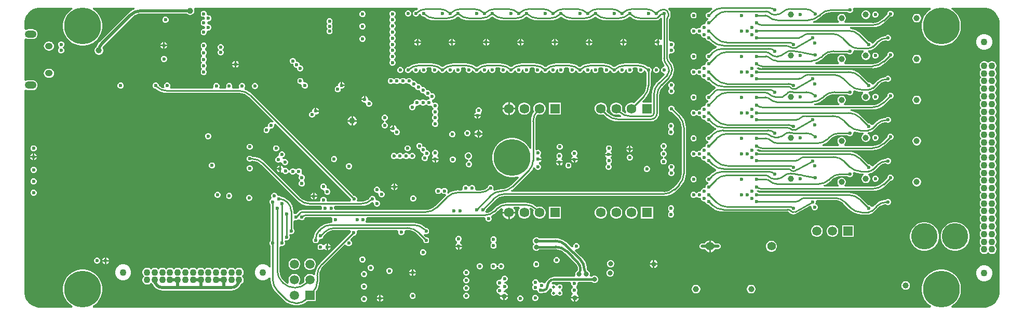
<source format=gbr>
%TF.GenerationSoftware,Altium Limited,Altium Designer,22.4.2 (48)*%
G04 Layer_Physical_Order=4*
G04 Layer_Color=16440176*
%FSLAX45Y45*%
%MOMM*%
%TF.SameCoordinates,DD45EC1B-027E-4741-A071-7A00BA1CB46E*%
%TF.FilePolarity,Positive*%
%TF.FileFunction,Copper,L4,Inr,Signal*%
%TF.Part,Single*%
G01*
G75*
%TA.AperFunction,Conductor*%
%ADD11C,0.25400*%
%ADD13C,0.50000*%
%ADD14C,0.40000*%
%ADD16C,0.38100*%
%TA.AperFunction,ComponentPad*%
%ADD77R,1.50000X1.50000*%
%ADD78C,4.30000*%
%ADD79C,1.10000*%
%ADD80C,1.59000*%
%ADD81R,1.59000X1.59000*%
%ADD82C,1.50000*%
%ADD83O,1.25000X1.05000*%
%ADD84O,1.90000X1.20000*%
%ADD85R,1.50000X1.50000*%
%TA.AperFunction,ViaPad*%
%ADD86C,0.60000*%
%ADD87C,1.00000*%
%ADD88C,0.80000*%
%ADD89C,0.50000*%
%ADD90C,6.00000*%
%ADD91C,1.40000*%
G36*
X16770090Y5940239D02*
X16816315Y5921092D01*
X16857915Y5893295D01*
X16893294Y5857915D01*
X16921092Y5816314D01*
X16940239Y5770089D01*
X16950000Y5721017D01*
Y5696000D01*
Y1304000D01*
Y1278983D01*
X16940239Y1229911D01*
X16921092Y1183686D01*
X16893294Y1142084D01*
X16857915Y1106705D01*
X16816315Y1078908D01*
X16770090Y1059761D01*
X16721017Y1050000D01*
X16172026D01*
X16165929Y1075400D01*
X16167715Y1076312D01*
X16208466Y1105918D01*
X16244083Y1141534D01*
X16273689Y1182284D01*
X16296556Y1227163D01*
X16312122Y1275067D01*
X16320000Y1324815D01*
Y1375185D01*
X16312122Y1424934D01*
X16296556Y1472838D01*
X16273689Y1517717D01*
X16244083Y1558466D01*
X16208466Y1594082D01*
X16167715Y1623689D01*
X16122836Y1646556D01*
X16074934Y1662121D01*
X16025185Y1670000D01*
X15974815D01*
X15925066Y1662121D01*
X15877164Y1646556D01*
X15832285Y1623689D01*
X15791534Y1594082D01*
X15755917Y1558466D01*
X15726311Y1517717D01*
X15703444Y1472838D01*
X15687878Y1424934D01*
X15680000Y1375185D01*
Y1324815D01*
X15687878Y1275067D01*
X15703444Y1227163D01*
X15726311Y1182284D01*
X15755917Y1141534D01*
X15791534Y1105918D01*
X15832285Y1076312D01*
X15834071Y1075400D01*
X15827974Y1050000D01*
X2172026D01*
X2165928Y1075400D01*
X2167717Y1076312D01*
X2208466Y1105918D01*
X2244082Y1141534D01*
X2273689Y1182284D01*
X2296556Y1227163D01*
X2312121Y1275067D01*
X2320000Y1324815D01*
Y1375185D01*
X2312121Y1424934D01*
X2296556Y1472838D01*
X2273689Y1517717D01*
X2244082Y1558466D01*
X2208466Y1594082D01*
X2167717Y1623689D01*
X2122838Y1646556D01*
X2074934Y1662121D01*
X2025185Y1670000D01*
X1974815D01*
X1925067Y1662121D01*
X1877163Y1646556D01*
X1832284Y1623689D01*
X1791534Y1594082D01*
X1755918Y1558466D01*
X1726312Y1517717D01*
X1703444Y1472838D01*
X1687880Y1424934D01*
X1680000Y1375185D01*
Y1324815D01*
X1687880Y1275067D01*
X1703444Y1227163D01*
X1726312Y1182284D01*
X1755918Y1141534D01*
X1791534Y1105918D01*
X1832284Y1076312D01*
X1834073Y1075400D01*
X1827974Y1050000D01*
X1278983D01*
X1229911Y1059761D01*
X1183686Y1078908D01*
X1142084Y1106705D01*
X1106705Y1142084D01*
X1078908Y1183686D01*
X1059761Y1229911D01*
X1050000Y1278983D01*
Y1304000D01*
Y2750000D01*
Y4599525D01*
X1074656Y4612622D01*
X1094117Y4604561D01*
X1115001Y4601811D01*
X1185001D01*
X1205885Y4604561D01*
X1225346Y4612622D01*
X1242057Y4625445D01*
X1254880Y4642157D01*
X1262941Y4661618D01*
X1265691Y4682502D01*
X1262941Y4703386D01*
X1254880Y4722847D01*
X1242057Y4739558D01*
X1225346Y4752381D01*
X1205885Y4760442D01*
X1185001Y4763192D01*
X1115001D01*
X1094117Y4760442D01*
X1074656Y4752381D01*
X1050000Y4765478D01*
Y5434525D01*
X1074656Y5447622D01*
X1094117Y5439561D01*
X1115001Y5436811D01*
X1185001D01*
X1205885Y5439561D01*
X1225346Y5447622D01*
X1242057Y5460445D01*
X1254881Y5477156D01*
X1262942Y5496617D01*
X1265691Y5517501D01*
X1262942Y5538385D01*
X1254881Y5557846D01*
X1242057Y5574558D01*
X1225346Y5587381D01*
X1205885Y5595442D01*
X1185001Y5598191D01*
X1115001D01*
X1094117Y5595442D01*
X1074656Y5587381D01*
X1050000Y5600478D01*
Y5721017D01*
X1059761Y5770089D01*
X1078908Y5816314D01*
X1106705Y5857915D01*
X1142084Y5893295D01*
X1183686Y5921092D01*
X1229911Y5940239D01*
X1278983Y5950000D01*
X1827974D01*
X1834073Y5924600D01*
X1832284Y5923688D01*
X1791534Y5894082D01*
X1755918Y5858466D01*
X1726312Y5817716D01*
X1703444Y5772837D01*
X1687880Y5724933D01*
X1680000Y5675184D01*
Y5624815D01*
X1687880Y5575066D01*
X1703444Y5527162D01*
X1726312Y5482283D01*
X1755918Y5441534D01*
X1791534Y5405918D01*
X1832284Y5376311D01*
X1877163Y5353444D01*
X1925067Y5337879D01*
X1974815Y5330000D01*
X2025185D01*
X2074934Y5337879D01*
X2122838Y5353444D01*
X2167717Y5376311D01*
X2208466Y5405918D01*
X2244082Y5441534D01*
X2273689Y5482283D01*
X2296556Y5527162D01*
X2312121Y5575066D01*
X2320000Y5624815D01*
Y5675184D01*
X2312121Y5724933D01*
X2296556Y5772837D01*
X2273689Y5817716D01*
X2244082Y5858466D01*
X2208466Y5894082D01*
X2167717Y5923688D01*
X2165928Y5924600D01*
X2172026Y5950000D01*
X2841434D01*
X2846486Y5924600D01*
X2819047Y5913235D01*
X2778919Y5888644D01*
X2743132Y5858078D01*
X2743162Y5858048D01*
X2278519Y5393405D01*
X2278451Y5393473D01*
X2253218Y5362726D01*
X2234468Y5327647D01*
X2229155Y5310134D01*
X2222019Y5306014D01*
X2208986Y5292981D01*
X2199771Y5277019D01*
X2195000Y5259216D01*
Y5240784D01*
X2199771Y5222981D01*
X2208986Y5207019D01*
X2222019Y5193986D01*
X2237981Y5184770D01*
X2255784Y5180000D01*
X2274216D01*
X2292019Y5184770D01*
X2307981Y5193986D01*
X2321014Y5207019D01*
X2330230Y5222981D01*
X2335000Y5240784D01*
Y5259216D01*
X2330230Y5277019D01*
X2321014Y5292981D01*
X2320266Y5293729D01*
X2325268Y5305804D01*
X2341952Y5327548D01*
X2343405Y5328519D01*
X2808048Y5793162D01*
X2809223Y5794920D01*
X2839243Y5819557D01*
X2875331Y5838846D01*
X2914488Y5850724D01*
X2953137Y5854531D01*
X2955210Y5854118D01*
X3696887D01*
X3707019Y5843986D01*
X3722981Y5834770D01*
X3740784Y5830000D01*
X3759216D01*
X3777019Y5834770D01*
X3792981Y5843986D01*
X3806014Y5857019D01*
X3815230Y5872981D01*
X3820000Y5890784D01*
Y5909216D01*
X3815878Y5924600D01*
X3816690Y5929109D01*
X3831291Y5950000D01*
X7463015D01*
X7470179Y5924600D01*
X7444171Y5908662D01*
X7439880Y5904998D01*
X7423052D01*
X7404675Y5897386D01*
X7390610Y5883321D01*
X7382998Y5864944D01*
Y5845052D01*
X7390610Y5826675D01*
X7404675Y5812610D01*
X7423052Y5804998D01*
X7442943D01*
X7461320Y5812610D01*
X7475386Y5826675D01*
X7482189Y5843101D01*
X7494089Y5845069D01*
X7508397Y5845091D01*
X7511196Y5842161D01*
X7517610Y5826675D01*
X7531675Y5812610D01*
X7550052Y5804998D01*
X7566027D01*
X7576169Y5796336D01*
X7614646Y5772757D01*
X7656339Y5755487D01*
X7700219Y5744952D01*
X7745208Y5741412D01*
Y5741658D01*
X7934787D01*
Y5741412D01*
X7979776Y5744952D01*
X8023656Y5755487D01*
X8065349Y5772757D01*
X8103826Y5796336D01*
X8113969Y5804998D01*
X8126026D01*
X8136169Y5796336D01*
X8174646Y5772757D01*
X8216339Y5755487D01*
X8260219Y5744952D01*
X8305208Y5741412D01*
Y5741658D01*
X8494787D01*
Y5741412D01*
X8539776Y5744952D01*
X8583656Y5755487D01*
X8625349Y5772757D01*
X8663826Y5796336D01*
X8673968Y5804998D01*
X8686026D01*
X8696169Y5796336D01*
X8734646Y5772757D01*
X8776339Y5755487D01*
X8820219Y5744952D01*
X8865208Y5741412D01*
Y5741658D01*
X9054787D01*
Y5741412D01*
X9099776Y5744952D01*
X9143656Y5755487D01*
X9185349Y5772757D01*
X9223826Y5796336D01*
X9233968Y5804998D01*
X9246026D01*
X9256168Y5796336D01*
X9294646Y5772757D01*
X9336338Y5755487D01*
X9380219Y5744952D01*
X9425207Y5741412D01*
Y5741658D01*
X9614787D01*
Y5741412D01*
X9659775Y5744952D01*
X9703656Y5755487D01*
X9745349Y5772757D01*
X9783826Y5796336D01*
X9793968Y5804998D01*
X9806026D01*
X9816168Y5796336D01*
X9854646Y5772757D01*
X9896338Y5755487D01*
X9940219Y5744952D01*
X9985207Y5741412D01*
Y5741658D01*
X10174787D01*
Y5741412D01*
X10219775Y5744952D01*
X10263656Y5755487D01*
X10305348Y5772757D01*
X10343826Y5796336D01*
X10353968Y5804998D01*
X10366026D01*
X10376168Y5796336D01*
X10414646Y5772757D01*
X10456338Y5755487D01*
X10500219Y5744952D01*
X10545207Y5741412D01*
Y5741658D01*
X10734787D01*
Y5741412D01*
X10779775Y5744952D01*
X10823656Y5755487D01*
X10865348Y5772757D01*
X10903826Y5796336D01*
X10913968Y5804998D01*
X10926026D01*
X10936168Y5796336D01*
X10974646Y5772757D01*
X11016338Y5755487D01*
X11060219Y5744952D01*
X11105207Y5741412D01*
Y5741658D01*
X11352997D01*
Y5741090D01*
X11377061Y5745876D01*
X11397461Y5759507D01*
X11397060Y5759909D01*
X11423190Y5786039D01*
X11446656Y5776319D01*
Y5430164D01*
X11421256Y5422090D01*
X11411381Y5431966D01*
X11392699Y5439704D01*
Y5385000D01*
Y5330296D01*
X11411381Y5338034D01*
X11421256Y5347910D01*
X11446656Y5339836D01*
Y5123647D01*
X11446395D01*
X11449993Y5087116D01*
X11460649Y5051989D01*
X11477953Y5019616D01*
X11489618Y5005401D01*
X11477605Y4980001D01*
X11470051D01*
X11451674Y4972389D01*
X11437609Y4958324D01*
X11429997Y4939947D01*
Y4920055D01*
X11437609Y4901678D01*
X11451674Y4887613D01*
X11470051Y4880001D01*
X11476929D01*
X11487450Y4854601D01*
X11365820Y4732970D01*
X11365646Y4733144D01*
X11336338Y4698829D01*
X11312759Y4660351D01*
X11295489Y4618659D01*
X11284954Y4574778D01*
X11281414Y4529790D01*
X11281659D01*
Y4399501D01*
X11132573D01*
X11122052Y4424901D01*
X11175177Y4478026D01*
X11175351Y4477852D01*
X11204659Y4512168D01*
X11228238Y4550645D01*
X11245508Y4592338D01*
X11256043Y4636218D01*
X11259583Y4681207D01*
X11259337D01*
Y4892631D01*
X11268385Y4901678D01*
X11275997Y4920055D01*
Y4939947D01*
X11268385Y4958324D01*
X11254320Y4972389D01*
X11235942Y4980001D01*
X11219113D01*
X11214827Y4983662D01*
X11176349Y5007241D01*
X11134657Y5024511D01*
X11090776Y5035046D01*
X11045788Y5038586D01*
Y5038340D01*
X10846206D01*
Y5038586D01*
X10801218Y5035046D01*
X10757337Y5024511D01*
X10715645Y5007241D01*
X10677167Y4983662D01*
X10672880Y4980001D01*
X10659114D01*
X10654827Y4983662D01*
X10616349Y5007241D01*
X10574657Y5024511D01*
X10530776Y5035046D01*
X10485788Y5038586D01*
Y5038340D01*
X10286206D01*
Y5038586D01*
X10241218Y5035046D01*
X10197337Y5024511D01*
X10155645Y5007241D01*
X10117167Y4983662D01*
X10112880Y4980001D01*
X10099114D01*
X10094827Y4983662D01*
X10056349Y5007241D01*
X10014657Y5024511D01*
X9970776Y5035046D01*
X9925788Y5038586D01*
Y5038340D01*
X9726206D01*
Y5038586D01*
X9681218Y5035046D01*
X9637337Y5024511D01*
X9595645Y5007241D01*
X9557167Y4983662D01*
X9552881Y4980001D01*
X9539114D01*
X9534827Y4983662D01*
X9496350Y5007241D01*
X9454657Y5024511D01*
X9410776Y5035046D01*
X9365788Y5038586D01*
Y5038340D01*
X9166206D01*
Y5038586D01*
X9121218Y5035046D01*
X9077337Y5024511D01*
X9035645Y5007241D01*
X8997167Y4983662D01*
X8992881Y4980001D01*
X8979114D01*
X8974827Y4983662D01*
X8936350Y5007241D01*
X8894657Y5024511D01*
X8850777Y5035046D01*
X8805788Y5038586D01*
Y5038340D01*
X8606207D01*
Y5038586D01*
X8561218Y5035046D01*
X8517338Y5024511D01*
X8475645Y5007241D01*
X8437168Y4983662D01*
X8432881Y4980001D01*
X8419114D01*
X8414827Y4983662D01*
X8376350Y5007241D01*
X8334657Y5024511D01*
X8290777Y5035046D01*
X8245788Y5038586D01*
Y5038340D01*
X8046207D01*
Y5038586D01*
X8001218Y5035046D01*
X7957338Y5024511D01*
X7915645Y5007241D01*
X7877168Y4983662D01*
X7872881Y4980001D01*
X7859114D01*
X7854827Y4983662D01*
X7816350Y5007241D01*
X7774657Y5024511D01*
X7730777Y5035046D01*
X7685788Y5038586D01*
Y5038340D01*
X7486207D01*
Y5038586D01*
X7441218Y5035046D01*
X7397338Y5024511D01*
X7355645Y5007241D01*
X7317168Y4983662D01*
X7312881Y4980001D01*
X7296052D01*
X7277675Y4972389D01*
X7263610Y4958324D01*
X7255998Y4939947D01*
Y4920055D01*
X7263610Y4901678D01*
X7277675Y4887613D01*
X7296052Y4880001D01*
X7315943D01*
X7334320Y4887613D01*
X7348386Y4901678D01*
X7355186Y4918097D01*
X7367112Y4920071D01*
X7381397Y4920092D01*
X7384196Y4917162D01*
X7390610Y4901678D01*
X7404675Y4887613D01*
X7423052Y4880001D01*
X7442943D01*
X7461320Y4887613D01*
X7475386Y4901678D01*
X7482997Y4920055D01*
Y4926824D01*
X7499758Y4945378D01*
X7509998Y4939946D01*
Y4920055D01*
X7517610Y4901678D01*
X7531675Y4887613D01*
X7550052Y4880001D01*
X7569943D01*
X7588320Y4887613D01*
X7602386Y4901678D01*
X7609997Y4920055D01*
Y4939947D01*
X7607383Y4946259D01*
X7622237Y4971659D01*
X7676733D01*
X7676781Y4971627D01*
X7690443Y4952497D01*
X7691508Y4946008D01*
X7688998Y4939947D01*
Y4920055D01*
X7696609Y4901678D01*
X7710675Y4887613D01*
X7729052Y4880001D01*
X7748943D01*
X7767320Y4887613D01*
X7781386Y4901678D01*
X7787799Y4917162D01*
X7790598Y4920092D01*
X7804883Y4920071D01*
X7816809Y4918097D01*
X7823609Y4901678D01*
X7837675Y4887613D01*
X7856052Y4880001D01*
X7875943D01*
X7894320Y4887613D01*
X7908386Y4901678D01*
X7915186Y4918097D01*
X7927112Y4920071D01*
X7941397Y4920092D01*
X7944196Y4917162D01*
X7950609Y4901678D01*
X7964675Y4887613D01*
X7983052Y4880001D01*
X8002943D01*
X8021320Y4887613D01*
X8035386Y4901678D01*
X8042997Y4920055D01*
Y4926824D01*
X8059758Y4945378D01*
X8069998Y4939946D01*
Y4920055D01*
X8077609Y4901678D01*
X8091675Y4887613D01*
X8110052Y4880001D01*
X8129943D01*
X8148320Y4887613D01*
X8162386Y4901678D01*
X8169997Y4920055D01*
Y4939947D01*
X8167383Y4946259D01*
X8182237Y4971659D01*
X8236733D01*
X8236781Y4971627D01*
X8250443Y4952497D01*
X8251508Y4946008D01*
X8248997Y4939947D01*
Y4920055D01*
X8256609Y4901678D01*
X8270675Y4887613D01*
X8289052Y4880001D01*
X8308943D01*
X8327320Y4887613D01*
X8341385Y4901678D01*
X8347799Y4917162D01*
X8350597Y4920092D01*
X8364883Y4920071D01*
X8376809Y4918097D01*
X8383609Y4901678D01*
X8397675Y4887613D01*
X8416052Y4880001D01*
X8435943D01*
X8454320Y4887613D01*
X8468385Y4901678D01*
X8475186Y4918097D01*
X8487112Y4920071D01*
X8501397Y4920092D01*
X8504196Y4917162D01*
X8510609Y4901678D01*
X8524675Y4887613D01*
X8543052Y4880001D01*
X8562943D01*
X8581320Y4887613D01*
X8595385Y4901678D01*
X8602997Y4920055D01*
Y4926824D01*
X8619758Y4945378D01*
X8629997Y4939946D01*
Y4920055D01*
X8637609Y4901678D01*
X8651675Y4887613D01*
X8670052Y4880001D01*
X8689943D01*
X8708320Y4887613D01*
X8722385Y4901678D01*
X8729997Y4920055D01*
Y4939947D01*
X8727383Y4946259D01*
X8742237Y4971659D01*
X8796733D01*
X8796781Y4971627D01*
X8810443Y4952497D01*
X8811508Y4946008D01*
X8808997Y4939947D01*
Y4920055D01*
X8816609Y4901678D01*
X8830674Y4887613D01*
X8849052Y4880001D01*
X8868943D01*
X8887320Y4887613D01*
X8901385Y4901678D01*
X8907799Y4917162D01*
X8910597Y4920092D01*
X8924883Y4920071D01*
X8936809Y4918097D01*
X8943609Y4901678D01*
X8957674Y4887613D01*
X8976052Y4880001D01*
X8995943D01*
X9014320Y4887613D01*
X9028385Y4901678D01*
X9035186Y4918097D01*
X9047112Y4920071D01*
X9061397Y4920092D01*
X9064196Y4917162D01*
X9070609Y4901678D01*
X9084674Y4887613D01*
X9103052Y4880001D01*
X9122943D01*
X9141320Y4887613D01*
X9155385Y4901678D01*
X9162997Y4920055D01*
Y4926824D01*
X9179758Y4945378D01*
X9189997Y4939946D01*
Y4920055D01*
X9197609Y4901678D01*
X9211674Y4887613D01*
X9230052Y4880001D01*
X9249943D01*
X9268320Y4887613D01*
X9282385Y4901678D01*
X9289997Y4920055D01*
Y4939947D01*
X9287382Y4946259D01*
X9302237Y4971659D01*
X9356733D01*
X9356781Y4971627D01*
X9370443Y4952497D01*
X9371508Y4946008D01*
X9368997Y4939947D01*
Y4920055D01*
X9376609Y4901678D01*
X9390674Y4887613D01*
X9409052Y4880001D01*
X9428943D01*
X9447320Y4887613D01*
X9461385Y4901678D01*
X9467799Y4917162D01*
X9470597Y4920092D01*
X9484883Y4920071D01*
X9496809Y4918097D01*
X9503609Y4901678D01*
X9517674Y4887613D01*
X9536052Y4880001D01*
X9555943D01*
X9574320Y4887613D01*
X9588385Y4901678D01*
X9595186Y4918097D01*
X9607112Y4920071D01*
X9621397Y4920092D01*
X9624196Y4917162D01*
X9630609Y4901678D01*
X9644674Y4887613D01*
X9663052Y4880001D01*
X9682943D01*
X9701320Y4887613D01*
X9715385Y4901678D01*
X9722997Y4920055D01*
Y4926824D01*
X9739758Y4945378D01*
X9749997Y4939946D01*
Y4920055D01*
X9757609Y4901678D01*
X9771674Y4887613D01*
X9790052Y4880001D01*
X9809943D01*
X9828320Y4887613D01*
X9842385Y4901678D01*
X9849997Y4920055D01*
Y4939947D01*
X9847382Y4946259D01*
X9862237Y4971659D01*
X9916733D01*
X9916781Y4971627D01*
X9930443Y4952497D01*
X9931508Y4946008D01*
X9928997Y4939947D01*
Y4920055D01*
X9936609Y4901678D01*
X9950674Y4887613D01*
X9969051Y4880001D01*
X9988943D01*
X10007320Y4887613D01*
X10021385Y4901678D01*
X10027799Y4917162D01*
X10030597Y4920092D01*
X10044883Y4920071D01*
X10056808Y4918097D01*
X10063609Y4901678D01*
X10077674Y4887613D01*
X10096051Y4880001D01*
X10115943D01*
X10134320Y4887613D01*
X10148385Y4901678D01*
X10155186Y4918097D01*
X10167111Y4920071D01*
X10181397Y4920092D01*
X10184196Y4917162D01*
X10190609Y4901678D01*
X10204674Y4887613D01*
X10223051Y4880001D01*
X10242943D01*
X10261320Y4887613D01*
X10275385Y4901678D01*
X10282997Y4920055D01*
Y4926824D01*
X10299758Y4945378D01*
X10309997Y4939946D01*
Y4920055D01*
X10317609Y4901678D01*
X10331674Y4887613D01*
X10350051Y4880001D01*
X10369943D01*
X10388320Y4887613D01*
X10402385Y4901678D01*
X10409997Y4920055D01*
Y4939947D01*
X10407382Y4946259D01*
X10422236Y4971659D01*
X10476733D01*
X10476781Y4971627D01*
X10490443Y4952497D01*
X10491508Y4946008D01*
X10488997Y4939947D01*
Y4920055D01*
X10496609Y4901678D01*
X10510674Y4887613D01*
X10529051Y4880001D01*
X10548943D01*
X10567320Y4887613D01*
X10581385Y4901678D01*
X10587798Y4917162D01*
X10590597Y4920092D01*
X10604883Y4920071D01*
X10616808Y4918097D01*
X10623609Y4901678D01*
X10637674Y4887613D01*
X10656051Y4880001D01*
X10675943D01*
X10694320Y4887613D01*
X10708385Y4901678D01*
X10715186Y4918097D01*
X10727111Y4920071D01*
X10741397Y4920092D01*
X10744195Y4917162D01*
X10750609Y4901678D01*
X10764674Y4887613D01*
X10783051Y4880001D01*
X10802943D01*
X10821320Y4887613D01*
X10835385Y4901678D01*
X10842997Y4920055D01*
Y4926824D01*
X10859758Y4945378D01*
X10869997Y4939946D01*
Y4920055D01*
X10877609Y4901678D01*
X10891674Y4887613D01*
X10910051Y4880001D01*
X10929943D01*
X10948320Y4887613D01*
X10962385Y4901678D01*
X10969997Y4920055D01*
Y4939947D01*
X10967382Y4946259D01*
X10982236Y4971659D01*
X11036733D01*
X11036781Y4971627D01*
X11050443Y4952497D01*
X11051507Y4946008D01*
X11048997Y4939947D01*
Y4920055D01*
X11056609Y4901678D01*
X11070674Y4887613D01*
X11089051Y4880001D01*
X11108942D01*
X11127320Y4887613D01*
X11141385Y4901678D01*
X11147798Y4917162D01*
X11150597Y4920092D01*
X11164882Y4920071D01*
X11176808Y4918097D01*
X11183609Y4901678D01*
X11192656Y4892631D01*
Y4681207D01*
X11192947Y4679744D01*
X11188843Y4638073D01*
X11176262Y4596598D01*
X11155830Y4558373D01*
X11129267Y4526005D01*
X11128027Y4525177D01*
X10992949Y4390099D01*
X10988408Y4392721D01*
X10963101Y4399501D01*
X10936903D01*
X10911596Y4392721D01*
X10888908Y4379621D01*
X10870382Y4361096D01*
X10857283Y4338407D01*
X10850502Y4313101D01*
Y4286902D01*
X10857283Y4261596D01*
X10866985Y4244792D01*
X10855948Y4226611D01*
X10851607Y4222914D01*
X10845603Y4224735D01*
X10810116Y4243703D01*
X10792719Y4261596D01*
X10799500Y4286902D01*
Y4313101D01*
X10792719Y4338407D01*
X10779620Y4361096D01*
X10761094Y4379621D01*
X10738405Y4392721D01*
X10713099Y4399501D01*
X10686901D01*
X10661594Y4392721D01*
X10638906Y4379621D01*
X10620380Y4361096D01*
X10607281Y4338407D01*
X10600500Y4313101D01*
Y4286902D01*
X10607281Y4261596D01*
X10620380Y4238907D01*
X10638906Y4220382D01*
X10661594Y4207282D01*
X10686901Y4200502D01*
X10713099D01*
X10738405Y4207282D01*
X10744344Y4210711D01*
X10761173Y4196338D01*
X10781730Y4183740D01*
X10774566Y4158340D01*
X10730210D01*
X10728747Y4158049D01*
X10687076Y4162153D01*
X10645601Y4174735D01*
X10607376Y4195166D01*
X10575009Y4221730D01*
X10574180Y4222970D01*
X10540095Y4257055D01*
X10542717Y4261596D01*
X10549498Y4286902D01*
Y4313101D01*
X10542717Y4338407D01*
X10529617Y4361096D01*
X10511092Y4379621D01*
X10488403Y4392721D01*
X10463097Y4399501D01*
X10436899D01*
X10411592Y4392721D01*
X10388904Y4379621D01*
X10370378Y4361096D01*
X10357279Y4338407D01*
X10350498Y4313101D01*
Y4286902D01*
X10357279Y4261596D01*
X10370378Y4238907D01*
X10388904Y4220382D01*
X10411592Y4207282D01*
X10436899Y4200502D01*
X10463097D01*
X10488403Y4207282D01*
X10492945Y4209904D01*
X10527029Y4175819D01*
X10526856Y4175645D01*
X10561171Y4146338D01*
X10599648Y4122759D01*
X10641341Y4105489D01*
X10685221Y4094954D01*
X10730210Y4091413D01*
Y4091659D01*
X11265000D01*
Y4091155D01*
X11299642Y4095715D01*
X11331922Y4109087D01*
X11359643Y4130357D01*
X11380913Y4158077D01*
X11394284Y4190358D01*
X11398845Y4225000D01*
X11398340D01*
Y4509790D01*
X11398049Y4511253D01*
X11402153Y4552923D01*
X11414735Y4594399D01*
X11435166Y4632623D01*
X11461730Y4664991D01*
X11462970Y4665819D01*
X11579077Y4781926D01*
X11579078Y4781927D01*
X11579315Y4781690D01*
X11604520Y4812402D01*
X11623248Y4847441D01*
X11634781Y4885461D01*
X11638676Y4925000D01*
X11638340D01*
Y4955503D01*
X11638436D01*
X11635498Y4985339D01*
X11626795Y5014028D01*
X11612662Y5040468D01*
X11593643Y5063643D01*
X11593643Y5063643D01*
X11578391Y5082726D01*
X11574334Y5088014D01*
X11562412Y5116795D01*
X11558502Y5146497D01*
X11558737Y5147682D01*
Y5187365D01*
X11584138Y5202451D01*
X11590054Y5200000D01*
X11609946D01*
X11628323Y5207612D01*
X11642388Y5221677D01*
X11650000Y5240054D01*
Y5259946D01*
X11642388Y5278323D01*
X11636998Y5283713D01*
X11631086Y5300000D01*
X11636998Y5316287D01*
X11642388Y5321677D01*
X11650000Y5340054D01*
Y5359946D01*
X11642388Y5378323D01*
X11628323Y5392388D01*
X11609946Y5400000D01*
X11590054D01*
X11584138Y5397549D01*
X11558737Y5412635D01*
Y5732587D01*
X11559459Y5756813D01*
X11560300Y5758644D01*
X11572687Y5778403D01*
X11574244Y5780433D01*
X11580980Y5796693D01*
X11583152Y5813195D01*
X11583341Y5814142D01*
Y5850000D01*
X11583586D01*
X11580057Y5876810D01*
X11569708Y5901793D01*
X11553246Y5923246D01*
X11551483Y5924600D01*
X11560105Y5950000D01*
X12260537D01*
X12267701Y5924600D01*
X12266171Y5923662D01*
X12231855Y5894354D01*
X12232029Y5894180D01*
X12212848Y5875000D01*
X12200053D01*
X12181676Y5867388D01*
X12167611Y5853323D01*
X12159999Y5834945D01*
Y5815054D01*
X12167611Y5796677D01*
X12181676Y5782612D01*
X12200053Y5775000D01*
Y5750000D01*
X12181676Y5742388D01*
X12167611Y5728323D01*
X12159999Y5709945D01*
Y5701257D01*
X12148579Y5685132D01*
X12136671Y5680000D01*
X12125053D01*
X12106676Y5672388D01*
X12092611Y5658323D01*
X12085463Y5641065D01*
X12084398Y5639149D01*
X12069959Y5620019D01*
X12061533Y5620000D01*
X12050053D01*
X12031676Y5612388D01*
X12026286Y5606998D01*
X12009999Y5601086D01*
X11993712Y5606998D01*
X11988322Y5612388D01*
X11969945Y5620000D01*
X11950053D01*
X11931676Y5612388D01*
X11917611Y5598323D01*
X11909999Y5579945D01*
Y5560054D01*
X11917611Y5541677D01*
X11931676Y5527612D01*
X11950053Y5520000D01*
X11969945D01*
X11988322Y5527612D01*
X11993712Y5533002D01*
X12009999Y5538914D01*
X12026286Y5533002D01*
X12031676Y5527612D01*
X12050053Y5520000D01*
X12061534D01*
X12069959Y5519980D01*
X12085000Y5500054D01*
X12092612Y5481677D01*
X12106677Y5467612D01*
X12125054Y5460000D01*
X12144945D01*
X12162416Y5444222D01*
X12167612Y5431677D01*
X12181677Y5417612D01*
X12200054Y5410000D01*
X12212849D01*
X12242030Y5380820D01*
X12241856Y5380646D01*
X12276171Y5351338D01*
X12314649Y5327759D01*
X12333906Y5319782D01*
Y5292289D01*
X12309648Y5282241D01*
X12271171Y5258662D01*
X12236855Y5229355D01*
X12237029Y5229181D01*
X12237029Y5229180D01*
X12212848Y5205000D01*
X12200053D01*
X12181676Y5197388D01*
X12167611Y5183323D01*
X12159999Y5164945D01*
Y5145054D01*
X12167611Y5126677D01*
X12181676Y5112612D01*
X12200053Y5105000D01*
Y5080000D01*
X12181676Y5072388D01*
X12167611Y5058323D01*
X12159999Y5039945D01*
Y5031257D01*
X12148579Y5015132D01*
X12136671Y5010000D01*
X12125053D01*
X12106676Y5002388D01*
X12092611Y4988323D01*
X12084999Y4969946D01*
X12069959Y4950020D01*
X12061533Y4950000D01*
X12050053D01*
X12031676Y4942388D01*
X12026286Y4936998D01*
X12009999Y4931086D01*
X11993712Y4936998D01*
X11988322Y4942388D01*
X11969945Y4950000D01*
X11950053D01*
X11931676Y4942388D01*
X11917611Y4928323D01*
X11909999Y4909945D01*
Y4890054D01*
X11917611Y4871677D01*
X11931676Y4857612D01*
X11950053Y4850000D01*
X11969945D01*
X11988322Y4857612D01*
X11993712Y4863002D01*
X12009999Y4868914D01*
X12026286Y4863002D01*
X12031676Y4857612D01*
X12050053Y4850000D01*
X12061534D01*
X12069959Y4849980D01*
X12084399Y4830850D01*
X12085464Y4828935D01*
X12092612Y4811677D01*
X12106677Y4797612D01*
X12125054Y4790000D01*
X12144945D01*
X12162416Y4774222D01*
X12167612Y4761677D01*
X12181677Y4747612D01*
X12200054Y4740000D01*
X12212849D01*
X12242030Y4710820D01*
X12241856Y4710646D01*
X12276171Y4681338D01*
X12314649Y4657759D01*
X12316958Y4656802D01*
Y4629309D01*
X12309807Y4626347D01*
X12282803Y4605626D01*
X12283139Y4605290D01*
X12212848Y4535000D01*
X12200053D01*
X12181676Y4527388D01*
X12167611Y4513323D01*
X12159999Y4494946D01*
Y4475054D01*
X12167611Y4456677D01*
X12181676Y4442612D01*
X12200053Y4435000D01*
Y4410000D01*
X12181676Y4402388D01*
X12167611Y4388323D01*
X12159999Y4369946D01*
Y4361257D01*
X12148579Y4345133D01*
X12136671Y4340000D01*
X12125053D01*
X12106676Y4332388D01*
X12092611Y4318323D01*
X12084999Y4299946D01*
X12069959Y4280020D01*
X12061533Y4280000D01*
X12050053D01*
X12031676Y4272388D01*
X12026286Y4266998D01*
X12009999Y4261086D01*
X11993712Y4266998D01*
X11988322Y4272388D01*
X11969945Y4280000D01*
X11950053D01*
X11931676Y4272388D01*
X11917611Y4258323D01*
X11909999Y4239946D01*
Y4220054D01*
X11917611Y4201677D01*
X11931676Y4187612D01*
X11950053Y4180000D01*
X11969945D01*
X11988322Y4187612D01*
X11993712Y4193002D01*
X12009999Y4198914D01*
X12026286Y4193002D01*
X12031676Y4187612D01*
X12050053Y4180000D01*
X12061534D01*
X12069959Y4179980D01*
X12084399Y4160850D01*
X12085464Y4158935D01*
X12092612Y4141677D01*
X12106677Y4127612D01*
X12125054Y4120000D01*
X12144945D01*
X12162416Y4104222D01*
X12167612Y4091677D01*
X12181677Y4077612D01*
X12200054Y4070000D01*
X12212849D01*
X12242030Y4040819D01*
X12241856Y4040645D01*
X12276172Y4011338D01*
X12314649Y3987759D01*
X12330370Y3981247D01*
Y3953754D01*
X12314648Y3947241D01*
X12276170Y3923662D01*
X12241855Y3894354D01*
X12242029Y3894180D01*
X12212848Y3865000D01*
X12200053D01*
X12181676Y3857388D01*
X12167611Y3843323D01*
X12159999Y3824946D01*
Y3805054D01*
X12167611Y3786677D01*
X12181676Y3772612D01*
X12200053Y3765000D01*
Y3740000D01*
X12181676Y3732388D01*
X12167611Y3718323D01*
X12159999Y3699946D01*
Y3691257D01*
X12148579Y3675133D01*
X12136671Y3670000D01*
X12125053D01*
X12106676Y3662388D01*
X12092611Y3648323D01*
X12084999Y3629946D01*
X12069959Y3610020D01*
X12061533Y3610000D01*
X12050053D01*
X12031676Y3602388D01*
X12026286Y3596998D01*
X12009999Y3591086D01*
X11993712Y3596998D01*
X11988322Y3602388D01*
X11969945Y3610000D01*
X11950053D01*
X11931676Y3602388D01*
X11917611Y3588323D01*
X11909999Y3569946D01*
Y3550054D01*
X11917611Y3531677D01*
X11931676Y3517612D01*
X11950053Y3510000D01*
X11969945D01*
X11988322Y3517612D01*
X11993712Y3523002D01*
X12009999Y3528914D01*
X12026286Y3523002D01*
X12031676Y3517612D01*
X12050053Y3510000D01*
X12061534D01*
X12069959Y3509981D01*
X12084399Y3490851D01*
X12085464Y3488935D01*
X12092612Y3471677D01*
X12106677Y3457612D01*
X12125054Y3450000D01*
X12144945D01*
X12162416Y3434222D01*
X12167612Y3421677D01*
X12181677Y3407612D01*
X12200054Y3400000D01*
X12212849D01*
X12247171Y3365678D01*
X12247174Y3365644D01*
X12247029Y3365498D01*
X12281172Y3336338D01*
X12319649Y3312759D01*
X12330370Y3308318D01*
Y3280825D01*
X12309648Y3272241D01*
X12271170Y3248662D01*
X12236855Y3219354D01*
X12237029Y3219181D01*
X12212848Y3195000D01*
X12200053D01*
X12181676Y3187388D01*
X12167611Y3173323D01*
X12159999Y3154946D01*
Y3135054D01*
X12167611Y3116677D01*
X12181676Y3102612D01*
X12200053Y3095000D01*
Y3070000D01*
X12181676Y3062388D01*
X12167611Y3048323D01*
X12159999Y3029946D01*
Y3021257D01*
X12148579Y3005133D01*
X12136671Y3000000D01*
X12125053D01*
X12106676Y2992388D01*
X12092611Y2978323D01*
X12084999Y2959946D01*
X12069959Y2940020D01*
X12061533Y2940000D01*
X12050053D01*
X12031676Y2932388D01*
X12026286Y2926998D01*
X12009999Y2921086D01*
X11993712Y2926998D01*
X11988322Y2932388D01*
X11969945Y2940000D01*
X11950053D01*
X11931676Y2932388D01*
X11917611Y2918323D01*
X11909999Y2899946D01*
Y2880054D01*
X11917611Y2861677D01*
X11931676Y2847612D01*
X11950053Y2840000D01*
X11969945D01*
X11988322Y2847612D01*
X11993712Y2853002D01*
X12009999Y2858914D01*
X12026286Y2853002D01*
X12031676Y2847612D01*
X12050053Y2840000D01*
X12061534D01*
X12069959Y2839981D01*
X12084399Y2820851D01*
X12085464Y2818935D01*
X12092612Y2801677D01*
X12106677Y2787612D01*
X12125054Y2780000D01*
X12144945D01*
X12162416Y2764222D01*
X12167612Y2751678D01*
X12181677Y2737612D01*
X12200054Y2730000D01*
X12212849D01*
X12242030Y2700820D01*
X12241856Y2700646D01*
X12276172Y2671338D01*
X12314649Y2647759D01*
X12356342Y2630489D01*
X12400222Y2619954D01*
X12445211Y2616414D01*
Y2616659D01*
X13496716D01*
X13496825Y2616681D01*
X13510104Y2614039D01*
X13511366Y2613196D01*
X13511784Y2612188D01*
X13513956Y2611288D01*
X13521947Y2601977D01*
X13521960Y2601960D01*
X13541888Y2586669D01*
X13565096Y2577056D01*
X13589999Y2573777D01*
X13614905Y2577056D01*
X13625406Y2581406D01*
X13628484Y2582018D01*
X13629575Y2582344D01*
X13633849Y2584655D01*
X13651233Y2594408D01*
X13863002Y2713210D01*
X13874867Y2706055D01*
X13885001Y2696427D01*
Y2680054D01*
X13892612Y2661677D01*
X13906677Y2647612D01*
X13925053Y2640000D01*
X13944946D01*
X13963322Y2647612D01*
X13977388Y2661677D01*
X13985001Y2680054D01*
Y2699946D01*
X13977388Y2718323D01*
X13963322Y2732388D01*
X13947554Y2746529D01*
X13953650Y2761795D01*
X13955000Y2765054D01*
Y2784945D01*
X13973499Y2806659D01*
X14268077D01*
X14269019Y2806847D01*
X14304922Y2803310D01*
X14340350Y2792563D01*
X14373003Y2775110D01*
X14400893Y2752222D01*
X14401425Y2751425D01*
X14497031Y2655820D01*
X14496857Y2655646D01*
X14531171Y2626338D01*
X14569649Y2602759D01*
X14611340Y2585489D01*
X14655222Y2574954D01*
X14700211Y2571414D01*
Y2571660D01*
X14814999D01*
Y2571393D01*
X14842444Y2575006D01*
X14868018Y2585599D01*
X14889977Y2602449D01*
X14889789Y2602638D01*
X14889789Y2602639D01*
X14964180Y2677030D01*
X14965009Y2678270D01*
X14997377Y2704834D01*
X15035600Y2725265D01*
X15077077Y2737846D01*
X15094707Y2739583D01*
X15101677Y2732612D01*
X15120055Y2725000D01*
X15139946D01*
X15158324Y2732612D01*
X15172388Y2746677D01*
X15180000Y2765054D01*
Y2784946D01*
X15172388Y2803323D01*
X15158324Y2817388D01*
X15139946Y2825000D01*
X15120055D01*
X15101677Y2817388D01*
X15090541Y2806251D01*
X15075221Y2805046D01*
X15031342Y2794511D01*
X14989648Y2777241D01*
X14951170Y2753662D01*
X14916856Y2724354D01*
X14917030Y2724180D01*
X14886723Y2693874D01*
X14857388Y2698323D01*
X14843323Y2712388D01*
X14824947Y2720000D01*
X14812151D01*
X14692970Y2839181D01*
X14693144Y2839354D01*
X14658829Y2868662D01*
X14620352Y2892241D01*
X14578659Y2909511D01*
X14534778Y2920046D01*
X14489790Y2923586D01*
Y2923341D01*
X13027368D01*
X13018321Y2932388D01*
X12999944Y2940000D01*
X12990199Y2957114D01*
X12991234Y2959261D01*
X13011610Y2967214D01*
X13027148Y2960778D01*
X13062424Y2956134D01*
Y2956660D01*
X14884790D01*
Y2956414D01*
X14929778Y2959954D01*
X14973659Y2970489D01*
X15015350Y2987759D01*
X15053828Y3011338D01*
X15088144Y3040646D01*
X15087970Y3040820D01*
X15167151Y3120000D01*
X15179945D01*
X15198323Y3127612D01*
X15212389Y3141677D01*
X15220000Y3160054D01*
Y3179946D01*
X15212389Y3198323D01*
X15198323Y3212388D01*
X15179945Y3220000D01*
X15160054D01*
X15141676Y3212388D01*
X15127612Y3198323D01*
X15120000Y3179946D01*
Y3167151D01*
X15040820Y3087970D01*
X15039992Y3086730D01*
X15007623Y3060167D01*
X14969398Y3039735D01*
X14927924Y3027154D01*
X14886253Y3023050D01*
X14884790Y3023341D01*
X14431718D01*
X14427968Y3028978D01*
X14422736Y3048741D01*
X14431013Y3057019D01*
X14440230Y3072981D01*
X14445000Y3090784D01*
Y3109216D01*
X14440230Y3127019D01*
X14431013Y3142981D01*
X14417981Y3156014D01*
X14402019Y3165229D01*
X14384216Y3170000D01*
X14365785D01*
X14347981Y3165229D01*
X14332019Y3156014D01*
X14318987Y3142981D01*
X14309772Y3127019D01*
X14305000Y3109216D01*
Y3090784D01*
X14309772Y3072981D01*
X14318987Y3057019D01*
X14327264Y3048741D01*
X14322034Y3028978D01*
X14318282Y3023341D01*
X14085355D01*
X14081586Y3048741D01*
X14105768Y3056076D01*
X14151292Y3080409D01*
X14191194Y3113156D01*
X14190750Y3113600D01*
X14209181Y3132030D01*
X14210008Y3133270D01*
X14242377Y3159834D01*
X14280602Y3180265D01*
X14322076Y3192847D01*
X14363747Y3196951D01*
X14365211Y3196660D01*
X14472630D01*
X14481677Y3187612D01*
X14500053Y3180000D01*
X14519946D01*
X14538322Y3187612D01*
X14552388Y3201677D01*
X14560001Y3220055D01*
Y3239946D01*
X14558447Y3243692D01*
X14577888Y3263132D01*
X14596341Y3255489D01*
X14640222Y3244954D01*
X14685210Y3241414D01*
Y3241660D01*
X14729298D01*
X14736105Y3216260D01*
X14727019Y3211014D01*
X14713986Y3197981D01*
X14704770Y3182019D01*
X14700000Y3164216D01*
Y3145784D01*
X14704770Y3127981D01*
X14713986Y3112019D01*
X14727019Y3098986D01*
X14742981Y3089771D01*
X14760783Y3085000D01*
X14779216D01*
X14797018Y3089771D01*
X14812981Y3098986D01*
X14826015Y3112019D01*
X14835229Y3127981D01*
X14839999Y3145784D01*
Y3164216D01*
X14835229Y3182019D01*
X14826015Y3197981D01*
X14812981Y3211014D01*
X14803896Y3216260D01*
X14804890Y3219972D01*
X14814999Y3241185D01*
X14848746Y3245627D01*
X14880193Y3258653D01*
X14907195Y3279373D01*
X14906859Y3279709D01*
X14974329Y3347178D01*
X14975153Y3348412D01*
X15007449Y3374917D01*
X15045586Y3395301D01*
X15086966Y3407854D01*
X15095586Y3408703D01*
X15101677Y3402612D01*
X15120055Y3395000D01*
X15139946D01*
X15158324Y3402612D01*
X15172388Y3416677D01*
X15180000Y3435054D01*
Y3454946D01*
X15172388Y3473323D01*
X15158324Y3487388D01*
X15139946Y3495000D01*
X15120055D01*
X15101677Y3487388D01*
X15089703Y3475413D01*
X15085091Y3475050D01*
X15041289Y3464534D01*
X14999670Y3447295D01*
X14961259Y3423758D01*
X14927007Y3394502D01*
X14927177Y3394329D01*
X14888467Y3355617D01*
X14859691Y3362763D01*
X14857388Y3368323D01*
X14843323Y3382388D01*
X14824947Y3390000D01*
X14812151D01*
X14692970Y3509180D01*
X14693144Y3509354D01*
X14658829Y3538662D01*
X14620352Y3562241D01*
X14578659Y3579511D01*
X14534778Y3590046D01*
X14489790Y3593586D01*
Y3593341D01*
X13027368D01*
X13018321Y3602388D01*
X12999944Y3610000D01*
X12990199Y3627114D01*
X12990759Y3628278D01*
X13011745Y3635464D01*
X13015970Y3633205D01*
X13044659Y3624502D01*
X13074495Y3621564D01*
Y3621660D01*
X14879790D01*
Y3621414D01*
X14924779Y3624954D01*
X14968658Y3635489D01*
X15010352Y3652759D01*
X15048830Y3676338D01*
X15083144Y3705646D01*
X15082970Y3705820D01*
X15167151Y3790000D01*
X15179945D01*
X15198323Y3797612D01*
X15212389Y3811677D01*
X15220000Y3830054D01*
Y3849946D01*
X15212389Y3868323D01*
X15198323Y3882388D01*
X15179945Y3890000D01*
X15160054D01*
X15141676Y3882388D01*
X15127612Y3868323D01*
X15120000Y3849946D01*
Y3837151D01*
X15035820Y3752970D01*
X15034991Y3751730D01*
X15002623Y3725167D01*
X14964400Y3704735D01*
X14922923Y3692154D01*
X14881253Y3688050D01*
X14879790Y3688341D01*
X14424362D01*
X14417557Y3713741D01*
X14417981Y3713986D01*
X14431013Y3727019D01*
X14440230Y3742981D01*
X14445000Y3760784D01*
Y3779215D01*
X14440230Y3797019D01*
X14431013Y3812981D01*
X14417981Y3826014D01*
X14402019Y3835229D01*
X14384216Y3840000D01*
X14365785D01*
X14347981Y3835229D01*
X14332019Y3826014D01*
X14318987Y3812981D01*
X14309772Y3797019D01*
X14305000Y3779215D01*
Y3760784D01*
X14309772Y3742981D01*
X14318987Y3727019D01*
X14332019Y3713986D01*
X14332443Y3713741D01*
X14325638Y3688341D01*
X14066772D01*
X14063005Y3713741D01*
X14081483Y3719346D01*
X14122813Y3741438D01*
X14159039Y3771167D01*
X14159039Y3771167D01*
X14176640Y3789489D01*
X14189180Y3802030D01*
X14190009Y3803270D01*
X14222377Y3829834D01*
X14260600Y3850265D01*
X14302077Y3862846D01*
X14343747Y3866951D01*
X14345210Y3866660D01*
X14472630D01*
X14481677Y3857612D01*
X14500053Y3850000D01*
X14519946D01*
X14538322Y3857612D01*
X14552388Y3871677D01*
X14560001Y3890054D01*
Y3909945D01*
X14579961Y3928132D01*
X14586340Y3925489D01*
X14630222Y3914954D01*
X14675211Y3911414D01*
Y3911659D01*
X14729298D01*
X14736105Y3886259D01*
X14727019Y3881014D01*
X14713986Y3867981D01*
X14704770Y3852019D01*
X14700000Y3834216D01*
Y3815784D01*
X14704770Y3797981D01*
X14713986Y3782019D01*
X14727019Y3768986D01*
X14742981Y3759770D01*
X14760783Y3755000D01*
X14779216D01*
X14797018Y3759770D01*
X14812981Y3768986D01*
X14826015Y3782019D01*
X14835229Y3797981D01*
X14839999Y3815784D01*
Y3834216D01*
X14835229Y3852019D01*
X14826015Y3867981D01*
X14812981Y3881014D01*
X14804001Y3886198D01*
X14804431Y3896953D01*
X14810313Y3911884D01*
X14838747Y3915627D01*
X14870192Y3928653D01*
X14897163Y3949347D01*
X14897195Y3949373D01*
X14896860Y3949709D01*
X14964180Y4017030D01*
X14965009Y4018270D01*
X14997375Y4044833D01*
X15035600Y4065265D01*
X15077077Y4077846D01*
X15094707Y4079583D01*
X15101677Y4072612D01*
X15120055Y4065000D01*
X15139946D01*
X15158324Y4072612D01*
X15172388Y4086677D01*
X15180000Y4105054D01*
Y4124946D01*
X15172388Y4143323D01*
X15158324Y4157388D01*
X15139946Y4165000D01*
X15120055D01*
X15101677Y4157388D01*
X15090541Y4146251D01*
X15075221Y4145046D01*
X15031342Y4134511D01*
X14989648Y4117241D01*
X14951170Y4093662D01*
X14916856Y4064354D01*
X14917030Y4064180D01*
X14886723Y4033874D01*
X14857388Y4038323D01*
X14843323Y4052388D01*
X14824947Y4060000D01*
X14812151D01*
X14692970Y4179180D01*
X14693144Y4179354D01*
X14658829Y4208662D01*
X14620352Y4232241D01*
X14578659Y4249511D01*
X14534778Y4260046D01*
X14519354Y4261259D01*
X14520354Y4286659D01*
X14874789D01*
Y4286414D01*
X14919778Y4289954D01*
X14963660Y4300489D01*
X15005351Y4317759D01*
X15043829Y4341338D01*
X15078143Y4370646D01*
X15077969Y4370820D01*
X15167151Y4460000D01*
X15179945D01*
X15198323Y4467612D01*
X15212389Y4481677D01*
X15220000Y4500054D01*
Y4519945D01*
X15212389Y4538323D01*
X15198323Y4552388D01*
X15179945Y4560000D01*
X15160054D01*
X15141676Y4552388D01*
X15127612Y4538323D01*
X15120000Y4519945D01*
Y4507150D01*
X15030820Y4417970D01*
X15029991Y4416730D01*
X14997623Y4390166D01*
X14959399Y4369735D01*
X14917923Y4357154D01*
X14876253Y4353049D01*
X14874789Y4353341D01*
X14415701D01*
X14408896Y4378741D01*
X14417981Y4383986D01*
X14431013Y4397019D01*
X14440230Y4412981D01*
X14445000Y4430784D01*
Y4449215D01*
X14440230Y4467019D01*
X14431013Y4482981D01*
X14417981Y4496014D01*
X14402019Y4505229D01*
X14384216Y4510000D01*
X14365785D01*
X14347981Y4505229D01*
X14332019Y4496014D01*
X14318987Y4482981D01*
X14309772Y4467019D01*
X14305000Y4449215D01*
Y4430784D01*
X14309772Y4412981D01*
X14318987Y4397019D01*
X14332019Y4383986D01*
X14341104Y4378741D01*
X14334299Y4353341D01*
X13925983D01*
X13924985Y4378741D01*
X13938638Y4379815D01*
X13980223Y4389799D01*
X14019734Y4406164D01*
X14056197Y4428509D01*
X14088716Y4456283D01*
X14088718Y4456283D01*
X14100076Y4467926D01*
X14104181Y4472030D01*
X14104398Y4472354D01*
X14106424Y4474431D01*
X14137376Y4499834D01*
X14175601Y4520265D01*
X14217078Y4532846D01*
X14258746Y4536951D01*
X14260210Y4536659D01*
X14472630D01*
X14481677Y4527612D01*
X14500053Y4520000D01*
X14519946D01*
X14538322Y4527612D01*
X14552388Y4541677D01*
X14560001Y4560054D01*
Y4579946D01*
X14559912Y4580156D01*
X14579353Y4599597D01*
X14601341Y4590489D01*
X14645222Y4579954D01*
X14690210Y4576414D01*
Y4576659D01*
X14720638D01*
X14727444Y4551259D01*
X14727019Y4551014D01*
X14713986Y4537981D01*
X14704770Y4522019D01*
X14700000Y4504216D01*
Y4485784D01*
X14704770Y4467981D01*
X14713986Y4452019D01*
X14727019Y4438986D01*
X14742981Y4429770D01*
X14760783Y4425000D01*
X14779216D01*
X14797018Y4429770D01*
X14812981Y4438986D01*
X14826015Y4452019D01*
X14835229Y4467981D01*
X14839999Y4485784D01*
Y4504216D01*
X14835229Y4522019D01*
X14826015Y4537981D01*
X14812981Y4551014D01*
X14812556Y4551259D01*
X14813921Y4565431D01*
X14819221Y4576740D01*
X14848746Y4580627D01*
X14880193Y4593652D01*
X14907195Y4614373D01*
X14906859Y4614709D01*
X14964903Y4672753D01*
X14982864Y4690713D01*
X15001672Y4706630D01*
X15014188Y4716903D01*
X15050227Y4736166D01*
X15089333Y4748028D01*
X15095639Y4748650D01*
X15101677Y4742612D01*
X15120055Y4735000D01*
X15139946D01*
X15158324Y4742612D01*
X15172388Y4756677D01*
X15180000Y4775054D01*
Y4794945D01*
X15172388Y4813323D01*
X15158324Y4827388D01*
X15139946Y4835000D01*
X15120055D01*
X15101677Y4827388D01*
X15089662Y4815373D01*
X15086984Y4815162D01*
X15045030Y4805089D01*
X15005167Y4788578D01*
X14968378Y4766033D01*
X14935568Y4738011D01*
X14935715Y4737865D01*
X14935715Y4737864D01*
X14889638Y4691788D01*
X14885690Y4691493D01*
X14861156Y4699227D01*
X14857388Y4708323D01*
X14843323Y4722388D01*
X14824947Y4730000D01*
X14812151D01*
X14692970Y4849180D01*
X14693144Y4849354D01*
X14658829Y4878662D01*
X14620352Y4902241D01*
X14578659Y4919511D01*
X14534778Y4930046D01*
X14489790Y4933586D01*
Y4933340D01*
X13027368D01*
X13018321Y4942388D01*
X12999944Y4950000D01*
X12990199Y4967114D01*
X12990759Y4968278D01*
X13011745Y4975464D01*
X13015970Y4973205D01*
X13044659Y4964502D01*
X13074495Y4961564D01*
Y4961659D01*
X14879790D01*
Y4961413D01*
X14924779Y4964954D01*
X14968658Y4975489D01*
X15010352Y4992759D01*
X15048830Y5016338D01*
X15083144Y5045645D01*
X15082970Y5045819D01*
X15167151Y5130000D01*
X15179945D01*
X15198323Y5137612D01*
X15212389Y5151677D01*
X15220000Y5170054D01*
Y5189945D01*
X15212389Y5208323D01*
X15198323Y5222388D01*
X15179945Y5230000D01*
X15160054D01*
X15141676Y5222388D01*
X15127612Y5208323D01*
X15120000Y5189945D01*
Y5177151D01*
X15035820Y5092970D01*
X15034991Y5091730D01*
X15002623Y5065166D01*
X14964400Y5044735D01*
X14922923Y5032154D01*
X14881253Y5028049D01*
X14879790Y5028340D01*
X14424362D01*
X14417557Y5053740D01*
X14417981Y5053986D01*
X14431013Y5067019D01*
X14440230Y5082981D01*
X14445000Y5100784D01*
Y5119215D01*
X14440230Y5137019D01*
X14431013Y5152981D01*
X14417981Y5166014D01*
X14402019Y5175229D01*
X14384216Y5180000D01*
X14365785D01*
X14347981Y5175229D01*
X14332019Y5166014D01*
X14318987Y5152981D01*
X14309772Y5137019D01*
X14305000Y5119215D01*
Y5100784D01*
X14309772Y5082981D01*
X14318987Y5067019D01*
X14332019Y5053986D01*
X14332443Y5053740D01*
X14325638Y5028340D01*
X13950845D01*
X13947076Y5053740D01*
X13985988Y5065544D01*
X14030222Y5089188D01*
X14068993Y5121007D01*
X14068575Y5121425D01*
X14089180Y5142030D01*
X14090009Y5143270D01*
X14122377Y5169833D01*
X14160600Y5190265D01*
X14202077Y5202846D01*
X14243747Y5206950D01*
X14245210Y5206659D01*
X14472630D01*
X14481677Y5197612D01*
X14500053Y5190000D01*
X14519946D01*
X14538322Y5197612D01*
X14552388Y5211677D01*
X14560001Y5230054D01*
Y5238889D01*
X14579655Y5256955D01*
X14583467Y5258314D01*
X14593095Y5255393D01*
X14635001Y5251266D01*
Y5251660D01*
X14729298D01*
X14736105Y5226260D01*
X14727019Y5221014D01*
X14713986Y5207981D01*
X14704770Y5192019D01*
X14700000Y5174215D01*
Y5155784D01*
X14704770Y5137981D01*
X14713986Y5122019D01*
X14727019Y5108986D01*
X14742981Y5099770D01*
X14760783Y5095000D01*
X14779216D01*
X14797018Y5099770D01*
X14812981Y5108986D01*
X14826015Y5122019D01*
X14835229Y5137981D01*
X14839999Y5155784D01*
Y5174215D01*
X14835229Y5192019D01*
X14826015Y5207981D01*
X14812981Y5221014D01*
X14803896Y5226260D01*
X14804636Y5229022D01*
X14812573Y5251134D01*
X14847849Y5255778D01*
X14880721Y5269394D01*
X14908948Y5291053D01*
X14908575Y5291425D01*
X14974329Y5357178D01*
X14975153Y5358412D01*
X15007449Y5384917D01*
X15045586Y5405301D01*
X15086966Y5417854D01*
X15095586Y5418703D01*
X15101677Y5412612D01*
X15120055Y5405000D01*
X15139946D01*
X15158324Y5412612D01*
X15172388Y5426677D01*
X15180000Y5445054D01*
Y5464945D01*
X15172388Y5483323D01*
X15158324Y5497388D01*
X15139946Y5505000D01*
X15120055D01*
X15101677Y5497388D01*
X15089703Y5485413D01*
X15085091Y5485050D01*
X15041289Y5474534D01*
X14999669Y5457295D01*
X14961259Y5433757D01*
X14927005Y5404502D01*
X14927177Y5404329D01*
X14888467Y5365617D01*
X14859691Y5372763D01*
X14857388Y5378323D01*
X14843323Y5392388D01*
X14824947Y5400000D01*
X14812151D01*
X14687970Y5524180D01*
X14688144Y5524354D01*
X14653828Y5553662D01*
X14615350Y5577241D01*
X14573659Y5594511D01*
X14529778Y5605046D01*
X14514355Y5606260D01*
X14515353Y5631660D01*
X14879790D01*
Y5631414D01*
X14924779Y5634954D01*
X14968658Y5645489D01*
X15010352Y5662759D01*
X15048830Y5686338D01*
X15083144Y5715646D01*
X15082970Y5715820D01*
X15167151Y5800000D01*
X15179945D01*
X15198323Y5807612D01*
X15212389Y5821677D01*
X15220000Y5840054D01*
Y5859945D01*
X15212389Y5878323D01*
X15198323Y5892388D01*
X15179945Y5900000D01*
X15160054D01*
X15141676Y5892388D01*
X15127612Y5878323D01*
X15120000Y5859945D01*
Y5847150D01*
X15035820Y5762970D01*
X15034991Y5761730D01*
X15002625Y5735167D01*
X14964400Y5714735D01*
X14922923Y5702154D01*
X14881253Y5698050D01*
X14879790Y5698341D01*
X14424364D01*
X14417557Y5723741D01*
X14417981Y5723986D01*
X14431013Y5737019D01*
X14440230Y5752981D01*
X14445000Y5770784D01*
Y5789215D01*
X14440230Y5807019D01*
X14431013Y5822980D01*
X14417981Y5836013D01*
X14402019Y5845229D01*
X14384216Y5849999D01*
X14365785D01*
X14347981Y5845229D01*
X14332019Y5836013D01*
X14318987Y5822980D01*
X14309772Y5807019D01*
X14305000Y5789215D01*
Y5770784D01*
X14309772Y5752981D01*
X14318987Y5737019D01*
X14332019Y5723986D01*
X14332443Y5723741D01*
X14325638Y5698341D01*
X13914383D01*
X13911377Y5723741D01*
X13918658Y5725489D01*
X13960352Y5742759D01*
X13998828Y5766338D01*
X14033144Y5795645D01*
X14033144Y5795645D01*
X14049181Y5812030D01*
X14049673Y5812767D01*
X14050661Y5813790D01*
X14050731Y5813863D01*
X14082376Y5839833D01*
X14120601Y5860265D01*
X14162077Y5872846D01*
X14203748Y5876950D01*
X14205209Y5876659D01*
X14472630D01*
X14481677Y5867612D01*
X14500053Y5860000D01*
X14519946D01*
X14538322Y5867612D01*
X14552388Y5881677D01*
X14560001Y5900054D01*
Y5919945D01*
X14558072Y5924600D01*
X14573897Y5950000D01*
X15827974D01*
X15834071Y5924600D01*
X15832285Y5923688D01*
X15791534Y5894082D01*
X15755917Y5858466D01*
X15726311Y5817716D01*
X15703444Y5772837D01*
X15687878Y5724933D01*
X15680000Y5675184D01*
Y5624815D01*
X15687878Y5575066D01*
X15703444Y5527162D01*
X15726311Y5482283D01*
X15755917Y5441534D01*
X15791534Y5405918D01*
X15832285Y5376311D01*
X15877164Y5353444D01*
X15925066Y5337879D01*
X15974815Y5330000D01*
X16025185D01*
X16074934Y5337879D01*
X16122836Y5353444D01*
X16167715Y5376311D01*
X16208466Y5405918D01*
X16244083Y5441534D01*
X16273689Y5482283D01*
X16296556Y5527162D01*
X16312122Y5575066D01*
X16320000Y5624815D01*
Y5675184D01*
X16312122Y5724933D01*
X16296556Y5772837D01*
X16273689Y5817716D01*
X16244083Y5858466D01*
X16208466Y5894082D01*
X16167715Y5923688D01*
X16165929Y5924600D01*
X16172026Y5950000D01*
X16721017D01*
X16770090Y5940239D01*
D02*
G37*
%LPC*%
G36*
X7315943Y5904998D02*
X7296052D01*
X7277675Y5897386D01*
X7263610Y5883321D01*
X7255998Y5864944D01*
Y5845052D01*
X7263610Y5826675D01*
X7277675Y5812610D01*
X7296052Y5804998D01*
X7315943D01*
X7334320Y5812610D01*
X7348386Y5826675D01*
X7355997Y5845052D01*
Y5864944D01*
X7348386Y5883321D01*
X7334320Y5897386D01*
X7315943Y5904998D01*
D02*
G37*
G36*
X6574946Y5894999D02*
X6555054D01*
X6536677Y5887388D01*
X6522612Y5873322D01*
X6515000Y5854945D01*
Y5835054D01*
X6522612Y5816677D01*
X6536677Y5802611D01*
X6555054Y5795000D01*
X6574946D01*
X6593323Y5802611D01*
X6607388Y5816677D01*
X6615000Y5835054D01*
Y5854945D01*
X6607388Y5873322D01*
X6593323Y5887388D01*
X6574946Y5894999D01*
D02*
G37*
G36*
X14934750Y5885195D02*
X14914859D01*
X14896481Y5877583D01*
X14882417Y5863518D01*
X14874805Y5845141D01*
Y5825249D01*
X14882417Y5806872D01*
X14896481Y5792807D01*
X14914859Y5785195D01*
X14934750D01*
X14953127Y5792807D01*
X14967194Y5806872D01*
X14974805Y5825249D01*
Y5845141D01*
X14967194Y5863518D01*
X14953127Y5877583D01*
X14934750Y5885195D01*
D02*
G37*
G36*
X11969945Y5875000D02*
X11950053D01*
X11931676Y5867388D01*
X11917611Y5853323D01*
X11909999Y5834945D01*
Y5815054D01*
X11917611Y5796677D01*
X11931676Y5782612D01*
X11950053Y5775000D01*
X11969945D01*
X11988322Y5782612D01*
X12002387Y5796677D01*
X12009999Y5815054D01*
Y5834945D01*
X12002387Y5853323D01*
X11988322Y5867388D01*
X11969945Y5875000D01*
D02*
G37*
G36*
X14779216Y5905000D02*
X14760783D01*
X14742981Y5900229D01*
X14727019Y5891014D01*
X14713986Y5877981D01*
X14704770Y5862019D01*
X14700000Y5844215D01*
Y5825784D01*
X14704770Y5807981D01*
X14713986Y5792019D01*
X14727019Y5778986D01*
X14742981Y5769770D01*
X14760783Y5765000D01*
X14779216D01*
X14797018Y5769770D01*
X14812981Y5778986D01*
X14826015Y5792019D01*
X14835229Y5807981D01*
X14839999Y5825784D01*
Y5844215D01*
X14835229Y5862019D01*
X14826015Y5877981D01*
X14812981Y5891014D01*
X14797018Y5900229D01*
X14779216Y5905000D01*
D02*
G37*
G36*
X15609216Y5849999D02*
X15590784D01*
X15572981Y5845229D01*
X15557019Y5836013D01*
X15543987Y5822980D01*
X15534772Y5807019D01*
X15530000Y5789215D01*
Y5770784D01*
X15534772Y5752981D01*
X15543987Y5737019D01*
X15557019Y5723986D01*
X15572981Y5714770D01*
X15590784Y5710000D01*
X15609216D01*
X15627019Y5714770D01*
X15642981Y5723986D01*
X15656013Y5737019D01*
X15665230Y5752981D01*
X15670000Y5770784D01*
Y5789215D01*
X15665230Y5807019D01*
X15656013Y5822980D01*
X15642981Y5836013D01*
X15627019Y5845229D01*
X15609216Y5849999D01*
D02*
G37*
G36*
X3359946Y5800000D02*
X3340054D01*
X3321677Y5792388D01*
X3307612Y5778323D01*
X3300000Y5759946D01*
Y5740054D01*
X3307612Y5721677D01*
X3321677Y5707612D01*
X3340054Y5700000D01*
X3359946D01*
X3378323Y5707612D01*
X3392388Y5721677D01*
X3400000Y5740054D01*
Y5759946D01*
X3392388Y5778323D01*
X3378323Y5792388D01*
X3359946Y5800000D01*
D02*
G37*
G36*
X6574946Y5695000D02*
X6555054D01*
X6536677Y5687388D01*
X6522612Y5673323D01*
X6515000Y5654946D01*
Y5635054D01*
X6522612Y5616677D01*
X6536677Y5602612D01*
X6555054Y5595000D01*
X6574946D01*
X6593323Y5602612D01*
X6607388Y5616677D01*
X6615000Y5635054D01*
Y5654946D01*
X6607388Y5673323D01*
X6593323Y5687388D01*
X6574946Y5695000D01*
D02*
G37*
G36*
X6034946Y5775000D02*
X6015054D01*
X5996677Y5767388D01*
X5982612Y5753323D01*
X5975000Y5734946D01*
Y5715054D01*
X5982612Y5696677D01*
X5994289Y5685000D01*
X5982612Y5673323D01*
X5975000Y5654946D01*
Y5635054D01*
X5982612Y5616677D01*
X5994289Y5605000D01*
X5982612Y5593323D01*
X5975000Y5574945D01*
Y5555054D01*
X5982612Y5536677D01*
X5996677Y5522612D01*
X6015054Y5515000D01*
X6034946D01*
X6053323Y5522612D01*
X6067388Y5536677D01*
X6075000Y5555054D01*
Y5574945D01*
X6067388Y5593323D01*
X6055711Y5605000D01*
X6067388Y5616677D01*
X6075000Y5635054D01*
Y5654946D01*
X6067388Y5673323D01*
X6055711Y5685000D01*
X6067388Y5696677D01*
X6075000Y5715054D01*
Y5734946D01*
X6067388Y5753323D01*
X6053323Y5767388D01*
X6034946Y5775000D01*
D02*
G37*
G36*
X3984946Y5900000D02*
X3965054D01*
X3946677Y5892388D01*
X3932612Y5878323D01*
X3925000Y5859946D01*
Y5840054D01*
X3932612Y5821677D01*
X3946677Y5807612D01*
X3965054Y5800000D01*
X3978743D01*
X3991187Y5791187D01*
X3997123Y5782806D01*
X3989504Y5757621D01*
X3978743Y5750000D01*
X3965054D01*
X3946677Y5742388D01*
X3932612Y5728323D01*
X3925000Y5709946D01*
Y5690054D01*
X3932612Y5671677D01*
X3946677Y5657612D01*
X3965054Y5650000D01*
X3978743D01*
X3989504Y5642379D01*
X3994761Y5624999D01*
X3989504Y5607621D01*
X3978743Y5600000D01*
X3965054D01*
X3946677Y5592388D01*
X3932612Y5578323D01*
X3925000Y5559946D01*
Y5540054D01*
X3932612Y5521677D01*
X3946677Y5507612D01*
X3965054Y5500000D01*
X3984946D01*
X4003323Y5507612D01*
X4017388Y5521677D01*
X4025000Y5540054D01*
Y5553743D01*
X4033813Y5566187D01*
X4046257Y5575000D01*
X4059946D01*
X4078323Y5582612D01*
X4092388Y5596677D01*
X4100000Y5615054D01*
Y5634946D01*
X4092388Y5653323D01*
X4078323Y5667388D01*
X4059946Y5675000D01*
X4046257D01*
X4035496Y5682621D01*
X4030239Y5700001D01*
X4035496Y5717379D01*
X4046257Y5725000D01*
X4059946D01*
X4078323Y5732612D01*
X4092388Y5746677D01*
X4100000Y5765054D01*
Y5784946D01*
X4092388Y5803323D01*
X4078323Y5817388D01*
X4059946Y5825000D01*
X4046257D01*
X4033813Y5833813D01*
X4025000Y5846257D01*
Y5859946D01*
X4017388Y5878323D01*
X4003323Y5892388D01*
X3984946Y5900000D01*
D02*
G37*
G36*
X11367299Y5439704D02*
X11348618Y5431966D01*
X11333033Y5416381D01*
X11325295Y5397700D01*
X11367299D01*
Y5439704D01*
D02*
G37*
G36*
X10832699D02*
Y5397700D01*
X10874703D01*
X10866965Y5416381D01*
X10851381Y5431966D01*
X10832699Y5439704D01*
D02*
G37*
G36*
X10807299D02*
X10788618Y5431966D01*
X10773034Y5416381D01*
X10765295Y5397700D01*
X10807299D01*
Y5439704D01*
D02*
G37*
G36*
X10272700D02*
Y5397700D01*
X10314704D01*
X10306965Y5416381D01*
X10291381Y5431966D01*
X10272700Y5439704D01*
D02*
G37*
G36*
X10247300D02*
X10228618Y5431966D01*
X10213034Y5416381D01*
X10205296Y5397700D01*
X10247300D01*
Y5439704D01*
D02*
G37*
G36*
X9712700D02*
Y5397700D01*
X9754704D01*
X9746966Y5416381D01*
X9731381Y5431966D01*
X9712700Y5439704D01*
D02*
G37*
G36*
X9687300D02*
X9668618Y5431966D01*
X9653034Y5416381D01*
X9645296Y5397700D01*
X9687300D01*
Y5439704D01*
D02*
G37*
G36*
X9152700D02*
Y5397700D01*
X9194704D01*
X9186966Y5416381D01*
X9171381Y5431966D01*
X9152700Y5439704D01*
D02*
G37*
G36*
X9127300D02*
X9108618Y5431966D01*
X9093034Y5416381D01*
X9085296Y5397700D01*
X9127300D01*
Y5439704D01*
D02*
G37*
G36*
X8592700D02*
Y5397700D01*
X8634704D01*
X8626966Y5416381D01*
X8611381Y5431966D01*
X8592700Y5439704D01*
D02*
G37*
G36*
X8567300D02*
X8548618Y5431966D01*
X8533034Y5416381D01*
X8525296Y5397700D01*
X8567300D01*
Y5439704D01*
D02*
G37*
G36*
X8032700D02*
Y5397700D01*
X8074704D01*
X8066966Y5416381D01*
X8051381Y5431966D01*
X8032700Y5439704D01*
D02*
G37*
G36*
X8007300D02*
X7988619Y5431966D01*
X7973034Y5416381D01*
X7965296Y5397700D01*
X8007300D01*
Y5439704D01*
D02*
G37*
G36*
X7472700D02*
Y5397700D01*
X7514704D01*
X7506966Y5416381D01*
X7491382Y5431966D01*
X7472700Y5439704D01*
D02*
G37*
G36*
X7447300D02*
X7428619Y5431966D01*
X7413034Y5416381D01*
X7405296Y5397700D01*
X7447300D01*
Y5439704D01*
D02*
G37*
G36*
X6574946Y5489999D02*
X6555054D01*
X6536677Y5482388D01*
X6522612Y5468322D01*
X6515000Y5449945D01*
Y5430054D01*
X6522612Y5411677D01*
X6536677Y5397612D01*
X6555054Y5390000D01*
X6574946D01*
X6593323Y5397612D01*
X6607388Y5411677D01*
X6615000Y5430054D01*
Y5449945D01*
X6607388Y5468322D01*
X6593323Y5482388D01*
X6574946Y5489999D01*
D02*
G37*
G36*
X3337700Y5385953D02*
Y5343949D01*
X3379704D01*
X3371966Y5362630D01*
X3356381Y5378215D01*
X3337700Y5385953D01*
D02*
G37*
G36*
X3312300D02*
X3293619Y5378215D01*
X3278034Y5362630D01*
X3270296Y5343949D01*
X3312300D01*
Y5385953D01*
D02*
G37*
G36*
X11367299Y5372300D02*
X11325295D01*
X11333033Y5353618D01*
X11348618Y5338034D01*
X11367299Y5330296D01*
Y5372300D01*
D02*
G37*
G36*
X10874703D02*
X10832699D01*
Y5330296D01*
X10851381Y5338034D01*
X10866965Y5353618D01*
X10874703Y5372300D01*
D02*
G37*
G36*
X10807299D02*
X10765295D01*
X10773034Y5353618D01*
X10788618Y5338034D01*
X10807299Y5330296D01*
Y5372300D01*
D02*
G37*
G36*
X10314704D02*
X10272700D01*
Y5330296D01*
X10291381Y5338034D01*
X10306965Y5353618D01*
X10314704Y5372300D01*
D02*
G37*
G36*
X10247300D02*
X10205296D01*
X10213034Y5353618D01*
X10228618Y5338034D01*
X10247300Y5330296D01*
Y5372300D01*
D02*
G37*
G36*
X9754704D02*
X9712700D01*
Y5330296D01*
X9731381Y5338034D01*
X9746966Y5353618D01*
X9754704Y5372300D01*
D02*
G37*
G36*
X9687300D02*
X9645296D01*
X9653034Y5353618D01*
X9668618Y5338034D01*
X9687300Y5330296D01*
Y5372300D01*
D02*
G37*
G36*
X9194704D02*
X9152700D01*
Y5330296D01*
X9171381Y5338034D01*
X9186966Y5353618D01*
X9194704Y5372300D01*
D02*
G37*
G36*
X9127300D02*
X9085296D01*
X9093034Y5353618D01*
X9108618Y5338034D01*
X9127300Y5330296D01*
Y5372300D01*
D02*
G37*
G36*
X8634704D02*
X8592700D01*
Y5330296D01*
X8611381Y5338034D01*
X8626966Y5353618D01*
X8634704Y5372300D01*
D02*
G37*
G36*
X8567300D02*
X8525296D01*
X8533034Y5353618D01*
X8548618Y5338034D01*
X8567300Y5330296D01*
Y5372300D01*
D02*
G37*
G36*
X8074704D02*
X8032700D01*
Y5330296D01*
X8051381Y5338034D01*
X8066966Y5353618D01*
X8074704Y5372300D01*
D02*
G37*
G36*
X8007300D02*
X7965296D01*
X7973034Y5353618D01*
X7988619Y5338034D01*
X8007300Y5330296D01*
Y5372300D01*
D02*
G37*
G36*
X7514704D02*
X7472700D01*
Y5330296D01*
X7491382Y5338034D01*
X7506966Y5353618D01*
X7514704Y5372300D01*
D02*
G37*
G36*
X7447300D02*
X7405296D01*
X7413034Y5353618D01*
X7428619Y5338034D01*
X7447300Y5330296D01*
Y5372300D01*
D02*
G37*
G36*
X3379704Y5318549D02*
X3337700D01*
Y5276545D01*
X3356381Y5284283D01*
X3371966Y5299867D01*
X3379704Y5318549D01*
D02*
G37*
G36*
X3312300D02*
X3270296D01*
X3278034Y5299867D01*
X3293619Y5284283D01*
X3312300Y5276545D01*
Y5318549D01*
D02*
G37*
G36*
X16717114Y5520000D02*
X16682886D01*
X16649821Y5511141D01*
X16620178Y5494026D01*
X16595975Y5469822D01*
X16578859Y5440178D01*
X16570000Y5407115D01*
Y5372885D01*
X16578859Y5339822D01*
X16595975Y5310178D01*
X16620178Y5285974D01*
X16649821Y5268859D01*
X16682886Y5260000D01*
X16717114D01*
X16750179Y5268859D01*
X16779822Y5285974D01*
X16804025Y5310178D01*
X16821141Y5339822D01*
X16830000Y5372885D01*
Y5407115D01*
X16821141Y5440178D01*
X16804025Y5469822D01*
X16779822Y5494026D01*
X16750179Y5511141D01*
X16717114Y5520000D01*
D02*
G37*
G36*
X1460000Y5395626D02*
X1440000D01*
X1421074Y5393134D01*
X1403438Y5385829D01*
X1388293Y5374208D01*
X1376672Y5359063D01*
X1369367Y5341427D01*
X1366875Y5322500D01*
X1369367Y5303574D01*
X1376672Y5285938D01*
X1388293Y5270793D01*
X1403438Y5259172D01*
X1421074Y5251867D01*
X1440000Y5249375D01*
X1460000D01*
X1478927Y5251867D01*
X1496563Y5259172D01*
X1511708Y5270793D01*
X1523329Y5285938D01*
X1530634Y5303574D01*
X1533126Y5322500D01*
X1530634Y5341427D01*
X1523329Y5359063D01*
X1511708Y5374208D01*
X1496563Y5385829D01*
X1478927Y5393134D01*
X1460000Y5395626D01*
D02*
G37*
G36*
X1659946Y5400000D02*
X1640054D01*
X1621677Y5392388D01*
X1607612Y5378323D01*
X1600000Y5359946D01*
Y5340054D01*
X1607612Y5321677D01*
X1613002Y5316287D01*
X1618914Y5300000D01*
X1613002Y5283713D01*
X1607612Y5278323D01*
X1600000Y5259946D01*
Y5240054D01*
X1607612Y5221677D01*
X1621677Y5207612D01*
X1640054Y5200000D01*
X1659946D01*
X1678323Y5207612D01*
X1692388Y5221677D01*
X1700000Y5240054D01*
Y5259946D01*
X1692388Y5278323D01*
X1686998Y5283713D01*
X1681086Y5300000D01*
X1686998Y5316287D01*
X1692388Y5321677D01*
X1700000Y5340054D01*
Y5359946D01*
X1692388Y5378323D01*
X1678323Y5392388D01*
X1659946Y5400000D01*
D02*
G37*
G36*
X4259946Y5355000D02*
X4240054D01*
X4221677Y5347388D01*
X4207612Y5333323D01*
X4200000Y5314946D01*
Y5295054D01*
X4206196Y5280095D01*
X4207612Y5276677D01*
X4207625Y5276664D01*
X4221567Y5262500D01*
X4207625Y5248336D01*
X4207612Y5248323D01*
X4206197Y5244906D01*
X4200000Y5229946D01*
Y5210055D01*
X4207612Y5191677D01*
X4221677Y5177612D01*
X4240054Y5170000D01*
X4259946D01*
X4278323Y5177612D01*
X4292388Y5191677D01*
X4300000Y5210055D01*
Y5229946D01*
X4293803Y5244906D01*
X4292388Y5248323D01*
X4292375Y5248336D01*
X4278433Y5262500D01*
X4292375Y5276664D01*
X4292388Y5276677D01*
X4293803Y5280094D01*
X4300000Y5295054D01*
Y5314946D01*
X4292388Y5333323D01*
X4278323Y5347388D01*
X4259946Y5355000D01*
D02*
G37*
G36*
X14934946Y5215000D02*
X14915054D01*
X14896677Y5207388D01*
X14882613Y5193323D01*
X14875000Y5174945D01*
Y5155054D01*
X14882613Y5136677D01*
X14896677Y5122612D01*
X14915054Y5115000D01*
X14934946D01*
X14953323Y5122612D01*
X14967387Y5136677D01*
X14975000Y5155054D01*
Y5174945D01*
X14967387Y5193323D01*
X14953323Y5207388D01*
X14934946Y5215000D01*
D02*
G37*
G36*
X11970005Y5204930D02*
X11950114D01*
X11931737Y5197319D01*
X11917671Y5183253D01*
X11910059Y5164876D01*
Y5144985D01*
X11917671Y5126608D01*
X11931737Y5112542D01*
X11950114Y5104931D01*
X11970005D01*
X11988382Y5112542D01*
X12002447Y5126608D01*
X12010059Y5144985D01*
Y5164876D01*
X12002447Y5183253D01*
X11988382Y5197319D01*
X11970005Y5204930D01*
D02*
G37*
G36*
X3334946Y5161249D02*
X3315054D01*
X3296677Y5153637D01*
X3282612Y5139572D01*
X3275000Y5121195D01*
Y5101303D01*
X3282612Y5082926D01*
X3296677Y5068861D01*
X3315054Y5061249D01*
X3334946D01*
X3353323Y5068861D01*
X3367388Y5082926D01*
X3375000Y5101303D01*
Y5121195D01*
X3367388Y5139572D01*
X3353323Y5153637D01*
X3334946Y5161249D01*
D02*
G37*
G36*
X16834874Y5075000D02*
X16815126D01*
X16796051Y5069889D01*
X16778949Y5060015D01*
X16762500Y5047884D01*
X16746051Y5060015D01*
X16728949Y5069889D01*
X16709874Y5075000D01*
X16690126D01*
X16671051Y5069889D01*
X16653949Y5060015D01*
X16639986Y5046051D01*
X16630112Y5028949D01*
X16625000Y5009874D01*
Y4990126D01*
X16630112Y4971051D01*
X16639986Y4953949D01*
X16652116Y4937500D01*
X16639986Y4921051D01*
X16630112Y4903949D01*
X16625000Y4884874D01*
Y4865126D01*
X16630112Y4846051D01*
X16639986Y4828949D01*
X16652116Y4812500D01*
X16639986Y4796051D01*
X16630112Y4778949D01*
X16625000Y4759874D01*
Y4740126D01*
X16630112Y4721051D01*
X16639986Y4703949D01*
X16652116Y4687500D01*
X16639986Y4671051D01*
X16630112Y4653949D01*
X16625000Y4634874D01*
Y4615126D01*
X16630112Y4596051D01*
X16639986Y4578949D01*
X16652116Y4562500D01*
X16639986Y4546051D01*
X16630112Y4528949D01*
X16625000Y4509874D01*
Y4490126D01*
X16630112Y4471051D01*
X16639986Y4453949D01*
X16652116Y4437500D01*
X16639986Y4421051D01*
X16630112Y4403949D01*
X16625000Y4384874D01*
Y4365126D01*
X16630112Y4346051D01*
X16639986Y4328949D01*
X16652116Y4312500D01*
X16639986Y4296051D01*
X16630112Y4278949D01*
X16625000Y4259874D01*
Y4240126D01*
X16630112Y4221051D01*
X16639986Y4203949D01*
X16652116Y4187500D01*
X16639986Y4171051D01*
X16630112Y4153949D01*
X16625000Y4134874D01*
Y4115126D01*
X16630112Y4096051D01*
X16639986Y4078949D01*
X16652116Y4062500D01*
X16639986Y4046051D01*
X16630112Y4028949D01*
X16625000Y4009874D01*
Y3990126D01*
X16630112Y3971051D01*
X16639986Y3953949D01*
X16652116Y3937500D01*
X16639986Y3921051D01*
X16630112Y3903949D01*
X16625000Y3884874D01*
Y3865126D01*
X16630112Y3846051D01*
X16639986Y3828949D01*
X16652116Y3812500D01*
X16639986Y3796051D01*
X16630112Y3778949D01*
X16625000Y3759874D01*
Y3740126D01*
X16630112Y3721051D01*
X16639986Y3703949D01*
X16652116Y3687500D01*
X16639986Y3671051D01*
X16630112Y3653949D01*
X16625000Y3634874D01*
Y3615126D01*
X16630112Y3596051D01*
X16639986Y3578949D01*
X16652116Y3562500D01*
X16639986Y3546051D01*
X16630112Y3528949D01*
X16625000Y3509874D01*
Y3490126D01*
X16630112Y3471051D01*
X16639986Y3453949D01*
X16652116Y3437500D01*
X16639986Y3421051D01*
X16630112Y3403949D01*
X16625000Y3384874D01*
Y3365126D01*
X16630112Y3346051D01*
X16639986Y3328949D01*
X16652116Y3312500D01*
X16639986Y3296051D01*
X16630112Y3278949D01*
X16625000Y3259874D01*
Y3240126D01*
X16630112Y3221051D01*
X16639986Y3203949D01*
X16652116Y3187500D01*
X16639986Y3171051D01*
X16630112Y3153949D01*
X16625000Y3134874D01*
Y3115126D01*
X16630112Y3096051D01*
X16639986Y3078949D01*
X16652116Y3062500D01*
X16639986Y3046051D01*
X16630112Y3028949D01*
X16625000Y3009874D01*
Y2990126D01*
X16630112Y2971051D01*
X16639986Y2953949D01*
X16652116Y2937500D01*
X16639986Y2921051D01*
X16630112Y2903949D01*
X16625000Y2884874D01*
Y2865126D01*
X16630112Y2846051D01*
X16639986Y2828949D01*
X16652116Y2812500D01*
X16639986Y2796051D01*
X16630112Y2778949D01*
X16625000Y2759874D01*
Y2740126D01*
X16630112Y2721051D01*
X16639986Y2703949D01*
X16652116Y2687500D01*
X16639986Y2671051D01*
X16630112Y2653949D01*
X16625000Y2634874D01*
Y2615126D01*
X16630112Y2596051D01*
X16639986Y2578949D01*
X16652116Y2562500D01*
X16639986Y2546051D01*
X16630112Y2528949D01*
X16625000Y2509874D01*
Y2490126D01*
X16630112Y2471051D01*
X16639986Y2453949D01*
X16652116Y2437500D01*
X16639986Y2421051D01*
X16630112Y2403949D01*
X16625000Y2384874D01*
Y2365126D01*
X16630112Y2346051D01*
X16639986Y2328949D01*
X16652116Y2312500D01*
X16639986Y2296051D01*
X16630112Y2278949D01*
X16625000Y2259874D01*
Y2240126D01*
X16630112Y2221051D01*
X16639986Y2203949D01*
X16652116Y2187500D01*
X16639986Y2171051D01*
X16630112Y2153949D01*
X16625000Y2134874D01*
Y2115126D01*
X16630112Y2096051D01*
X16639986Y2078949D01*
X16652116Y2062500D01*
X16639986Y2046051D01*
X16630112Y2028949D01*
X16625000Y2009874D01*
Y1990126D01*
X16630112Y1971051D01*
X16639986Y1953949D01*
X16653949Y1939985D01*
X16671051Y1930111D01*
X16690126Y1925000D01*
X16709874D01*
X16728949Y1930111D01*
X16746051Y1939985D01*
X16762500Y1952116D01*
X16778949Y1939985D01*
X16796051Y1930111D01*
X16815126Y1925000D01*
X16834874D01*
X16853949Y1930111D01*
X16871051Y1939985D01*
X16885014Y1953949D01*
X16894888Y1971051D01*
X16900000Y1990126D01*
Y2009874D01*
X16894888Y2028949D01*
X16885014Y2046051D01*
X16872884Y2062500D01*
X16885014Y2078949D01*
X16894888Y2096051D01*
X16900000Y2115126D01*
Y2134874D01*
X16894888Y2153949D01*
X16885014Y2171051D01*
X16872884Y2187500D01*
X16885014Y2203949D01*
X16894888Y2221051D01*
X16900000Y2240126D01*
Y2259874D01*
X16894888Y2278949D01*
X16885014Y2296051D01*
X16872884Y2312500D01*
X16885014Y2328949D01*
X16894888Y2346051D01*
X16900000Y2365126D01*
Y2384874D01*
X16894888Y2403949D01*
X16885014Y2421051D01*
X16872884Y2437500D01*
X16885014Y2453949D01*
X16894888Y2471051D01*
X16900000Y2490126D01*
Y2509874D01*
X16894888Y2528949D01*
X16885014Y2546051D01*
X16872884Y2562500D01*
X16885014Y2578949D01*
X16894888Y2596051D01*
X16900000Y2615126D01*
Y2634874D01*
X16894888Y2653949D01*
X16885014Y2671051D01*
X16872884Y2687500D01*
X16885014Y2703949D01*
X16894888Y2721051D01*
X16900000Y2740126D01*
Y2759874D01*
X16894888Y2778949D01*
X16885014Y2796051D01*
X16872884Y2812500D01*
X16885014Y2828949D01*
X16894888Y2846051D01*
X16900000Y2865126D01*
Y2884874D01*
X16894888Y2903949D01*
X16885014Y2921051D01*
X16872884Y2937500D01*
X16885014Y2953949D01*
X16894888Y2971051D01*
X16900000Y2990126D01*
Y3009874D01*
X16894888Y3028949D01*
X16885014Y3046051D01*
X16872884Y3062500D01*
X16885014Y3078949D01*
X16894888Y3096051D01*
X16900000Y3115126D01*
Y3134874D01*
X16894888Y3153949D01*
X16885014Y3171051D01*
X16872884Y3187500D01*
X16885014Y3203949D01*
X16894888Y3221051D01*
X16900000Y3240126D01*
Y3259874D01*
X16894888Y3278949D01*
X16885014Y3296051D01*
X16872884Y3312500D01*
X16885014Y3328949D01*
X16894888Y3346051D01*
X16900000Y3365126D01*
Y3384874D01*
X16894888Y3403949D01*
X16885014Y3421051D01*
X16872884Y3437500D01*
X16885014Y3453949D01*
X16894888Y3471051D01*
X16900000Y3490126D01*
Y3509874D01*
X16894888Y3528949D01*
X16885014Y3546051D01*
X16872884Y3562500D01*
X16885014Y3578949D01*
X16894888Y3596051D01*
X16900000Y3615126D01*
Y3634874D01*
X16894888Y3653949D01*
X16885014Y3671051D01*
X16872884Y3687500D01*
X16885014Y3703949D01*
X16894888Y3721051D01*
X16900000Y3740126D01*
Y3759874D01*
X16894888Y3778949D01*
X16885014Y3796051D01*
X16872884Y3812500D01*
X16885014Y3828949D01*
X16894888Y3846051D01*
X16900000Y3865126D01*
Y3884874D01*
X16894888Y3903949D01*
X16885014Y3921051D01*
X16872884Y3937500D01*
X16885014Y3953949D01*
X16894888Y3971051D01*
X16900000Y3990126D01*
Y4009874D01*
X16894888Y4028949D01*
X16885014Y4046051D01*
X16872884Y4062500D01*
X16885014Y4078949D01*
X16894888Y4096051D01*
X16900000Y4115126D01*
Y4134874D01*
X16894888Y4153949D01*
X16885014Y4171051D01*
X16872884Y4187500D01*
X16885014Y4203949D01*
X16894888Y4221051D01*
X16900000Y4240126D01*
Y4259874D01*
X16894888Y4278949D01*
X16885014Y4296051D01*
X16872884Y4312500D01*
X16885014Y4328949D01*
X16894888Y4346051D01*
X16900000Y4365126D01*
Y4384874D01*
X16894888Y4403949D01*
X16885014Y4421051D01*
X16872884Y4437500D01*
X16885014Y4453949D01*
X16894888Y4471051D01*
X16900000Y4490126D01*
Y4509874D01*
X16894888Y4528949D01*
X16885014Y4546051D01*
X16872884Y4562500D01*
X16885014Y4578949D01*
X16894888Y4596051D01*
X16900000Y4615126D01*
Y4634874D01*
X16894888Y4653949D01*
X16885014Y4671051D01*
X16872884Y4687500D01*
X16885014Y4703949D01*
X16894888Y4721051D01*
X16900000Y4740126D01*
Y4759874D01*
X16894888Y4778949D01*
X16885014Y4796051D01*
X16872884Y4812500D01*
X16885014Y4828949D01*
X16894888Y4846051D01*
X16900000Y4865126D01*
Y4884874D01*
X16894888Y4903949D01*
X16885014Y4921051D01*
X16872884Y4937500D01*
X16885014Y4953949D01*
X16894888Y4971051D01*
X16900000Y4990126D01*
Y5009874D01*
X16894888Y5028949D01*
X16885014Y5046051D01*
X16871051Y5060015D01*
X16853949Y5069889D01*
X16834874Y5075000D01*
D02*
G37*
G36*
X15609216Y5180000D02*
X15590784D01*
X15572981Y5175229D01*
X15557019Y5166014D01*
X15543987Y5152981D01*
X15534772Y5137019D01*
X15530000Y5119215D01*
Y5100784D01*
X15534772Y5082981D01*
X15543987Y5067019D01*
X15557019Y5053986D01*
X15572981Y5044770D01*
X15590784Y5040000D01*
X15609216D01*
X15627019Y5044770D01*
X15642981Y5053986D01*
X15656013Y5067019D01*
X15665230Y5082981D01*
X15670000Y5100784D01*
Y5119215D01*
X15665230Y5137019D01*
X15656013Y5152981D01*
X15642981Y5166014D01*
X15627019Y5175229D01*
X15609216Y5180000D01*
D02*
G37*
G36*
X4507700Y5079704D02*
Y5037700D01*
X4549704D01*
X4541966Y5056382D01*
X4526381Y5071966D01*
X4507700Y5079704D01*
D02*
G37*
G36*
X4482300D02*
X4463618Y5071966D01*
X4448034Y5056382D01*
X4440296Y5037700D01*
X4482300D01*
Y5079704D01*
D02*
G37*
G36*
X7059946Y5900000D02*
X7040054D01*
X7021677Y5892388D01*
X7007612Y5878323D01*
X7000000Y5859946D01*
Y5840054D01*
X7007612Y5821677D01*
X7013002Y5816287D01*
X7018914Y5800000D01*
X7013002Y5783713D01*
X7007612Y5778323D01*
X7000000Y5759946D01*
Y5740054D01*
X7007612Y5721677D01*
X7013002Y5716287D01*
X7018914Y5700000D01*
X7013002Y5683713D01*
X7007612Y5678323D01*
X7000000Y5659945D01*
Y5640054D01*
X7007612Y5621677D01*
X7013002Y5616287D01*
X7018914Y5600000D01*
X7013002Y5583712D01*
X7007612Y5578323D01*
X7000000Y5559946D01*
Y5540054D01*
X7007612Y5521677D01*
X7013002Y5516287D01*
X7018914Y5500000D01*
X7013002Y5483713D01*
X7007612Y5478323D01*
X7000000Y5459946D01*
Y5440054D01*
X7007612Y5421677D01*
X7013002Y5416287D01*
X7018914Y5400000D01*
X7013002Y5383713D01*
X7007612Y5378323D01*
X7000000Y5359946D01*
Y5340054D01*
X7007612Y5321677D01*
X7013002Y5316287D01*
X7018914Y5300000D01*
X7013002Y5283713D01*
X7007612Y5278323D01*
X7000000Y5259946D01*
Y5240054D01*
X7007612Y5221677D01*
X7013002Y5216288D01*
X7018914Y5200000D01*
X7013002Y5183713D01*
X7007612Y5178323D01*
X7000000Y5159946D01*
Y5140054D01*
X7007612Y5121677D01*
X7013002Y5116287D01*
X7018914Y5100000D01*
X7013002Y5083713D01*
X7007612Y5078323D01*
X7000000Y5059946D01*
Y5040054D01*
X7007612Y5021677D01*
X7021677Y5007612D01*
X7040054Y5000000D01*
X7059946D01*
X7078323Y5007612D01*
X7092388Y5021677D01*
X7100000Y5040054D01*
Y5059946D01*
X7092388Y5078323D01*
X7086998Y5083713D01*
X7081086Y5100000D01*
X7086998Y5116287D01*
X7092388Y5121677D01*
X7100000Y5140054D01*
Y5159946D01*
X7092388Y5178323D01*
X7086999Y5183713D01*
X7081086Y5200000D01*
X7086999Y5216288D01*
X7092388Y5221677D01*
X7100000Y5240054D01*
Y5259946D01*
X7092388Y5278323D01*
X7086998Y5283713D01*
X7081086Y5300000D01*
X7086998Y5316287D01*
X7092388Y5321677D01*
X7100000Y5340054D01*
Y5359946D01*
X7092388Y5378323D01*
X7086998Y5383713D01*
X7081086Y5400000D01*
X7086998Y5416287D01*
X7092388Y5421677D01*
X7100000Y5440054D01*
Y5459946D01*
X7092388Y5478323D01*
X7086998Y5483713D01*
X7081086Y5500000D01*
X7086998Y5516287D01*
X7092388Y5521677D01*
X7100000Y5540054D01*
Y5559946D01*
X7092388Y5578323D01*
X7086999Y5583712D01*
X7081086Y5600000D01*
X7086999Y5616287D01*
X7092388Y5621677D01*
X7100000Y5640054D01*
Y5659945D01*
X7092388Y5678323D01*
X7086998Y5683713D01*
X7081086Y5700000D01*
X7086998Y5716287D01*
X7092388Y5721677D01*
X7100000Y5740054D01*
Y5759946D01*
X7092388Y5778323D01*
X7086998Y5783713D01*
X7081086Y5800000D01*
X7086998Y5816287D01*
X7092388Y5821677D01*
X7100000Y5840054D01*
Y5859946D01*
X7092388Y5878323D01*
X7078323Y5892388D01*
X7059946Y5900000D01*
D02*
G37*
G36*
X4549704Y5012300D02*
X4507700D01*
Y4970296D01*
X4526381Y4978034D01*
X4541966Y4993619D01*
X4549704Y5012300D01*
D02*
G37*
G36*
X4482300D02*
X4440296D01*
X4448034Y4993619D01*
X4463618Y4978034D01*
X4482300Y4970296D01*
Y5012300D01*
D02*
G37*
G36*
X5434945Y5130000D02*
X5415054D01*
X5396677Y5122388D01*
X5382612Y5108323D01*
X5375000Y5089946D01*
Y5070054D01*
X5382612Y5051677D01*
X5396677Y5037612D01*
X5415054Y5030000D01*
X5434945Y5029946D01*
X5435000Y5010108D01*
Y5010054D01*
X5436459Y5006533D01*
X5442612Y4991677D01*
X5456677Y4977612D01*
X5471533Y4971459D01*
X5475054Y4970000D01*
X5475107D01*
X5494946Y4969946D01*
X5495000Y4950054D01*
X5502612Y4931677D01*
X5516677Y4917612D01*
X5535054Y4910000D01*
X5554945D01*
X5573323Y4917612D01*
X5587388Y4931677D01*
X5595000Y4950054D01*
Y4969946D01*
X5587388Y4988323D01*
X5573323Y5002388D01*
X5558466Y5008541D01*
X5554945Y5010000D01*
X5554892D01*
X5535054Y5010054D01*
X5535000Y5029946D01*
X5527388Y5048323D01*
X5513323Y5062388D01*
X5494946Y5070000D01*
X5475054Y5070054D01*
X5475000Y5089893D01*
Y5089946D01*
X5473541Y5093467D01*
X5467388Y5108323D01*
X5453323Y5122388D01*
X5434945Y5130000D01*
D02*
G37*
G36*
X11362942Y4980001D02*
X11343051D01*
X11324674Y4972389D01*
X11310609Y4958324D01*
X11302997Y4939947D01*
Y4920055D01*
X11310609Y4901678D01*
X11324674Y4887613D01*
X11343051Y4880001D01*
X11362942D01*
X11381320Y4887613D01*
X11395385Y4901678D01*
X11402997Y4920055D01*
Y4939947D01*
X11395385Y4958324D01*
X11381320Y4972389D01*
X11362942Y4980001D01*
D02*
G37*
G36*
X7188943D02*
X7169052D01*
X7150675Y4972389D01*
X7136610Y4958324D01*
X7128998Y4939947D01*
Y4920055D01*
X7136610Y4901678D01*
X7150675Y4887613D01*
X7169052Y4880001D01*
X7188943D01*
X7207320Y4887613D01*
X7221386Y4901678D01*
X7228997Y4920055D01*
Y4939947D01*
X7221386Y4958324D01*
X7207320Y4972389D01*
X7188943Y4980001D01*
D02*
G37*
G36*
X3984946Y5380000D02*
X3965054D01*
X3946677Y5372388D01*
X3932612Y5358323D01*
X3925000Y5339946D01*
Y5320054D01*
X3932612Y5301677D01*
X3946677Y5287612D01*
X3949974Y5286246D01*
Y5258754D01*
X3946677Y5257388D01*
X3932612Y5243323D01*
X3925000Y5224946D01*
Y5205054D01*
X3932612Y5186677D01*
X3945073Y5174216D01*
X3945923Y5160000D01*
X3945073Y5145784D01*
X3932612Y5133323D01*
X3925000Y5114946D01*
Y5095054D01*
X3932612Y5076677D01*
X3940652Y5068637D01*
X3944391Y5053126D01*
X3940652Y5037615D01*
X3932612Y5029575D01*
X3925000Y5011197D01*
Y4991306D01*
X3932612Y4972929D01*
X3941540Y4964001D01*
X3944629Y4948750D01*
X3941540Y4933499D01*
X3932612Y4924571D01*
X3925000Y4906194D01*
Y4886303D01*
X3932612Y4867925D01*
X3946677Y4853860D01*
X3965054Y4846248D01*
X3984946D01*
X4003323Y4853860D01*
X4017388Y4867925D01*
X4025000Y4886303D01*
Y4906194D01*
X4017388Y4924571D01*
X4008460Y4933499D01*
X4005371Y4948750D01*
X4008460Y4964001D01*
X4017388Y4972929D01*
X4025000Y4991306D01*
Y5011197D01*
X4017388Y5029575D01*
X4009348Y5037615D01*
X4005609Y5053126D01*
X4009348Y5068637D01*
X4017388Y5076677D01*
X4025000Y5095054D01*
Y5114946D01*
X4017388Y5133323D01*
X4004927Y5145784D01*
X4004077Y5160000D01*
X4004927Y5174216D01*
X4017388Y5186677D01*
X4025000Y5205054D01*
Y5224946D01*
X4017388Y5243323D01*
X4003323Y5257388D01*
X4000026Y5258754D01*
Y5286246D01*
X4003323Y5287612D01*
X4017388Y5301677D01*
X4025000Y5320054D01*
Y5339946D01*
X4017388Y5358323D01*
X4003323Y5372388D01*
X3984946Y5380000D01*
D02*
G37*
G36*
X1460000Y4950623D02*
X1440000D01*
X1421074Y4948131D01*
X1403438Y4940826D01*
X1388293Y4929205D01*
X1376672Y4914060D01*
X1369367Y4896424D01*
X1366875Y4877497D01*
X1369367Y4858571D01*
X1376672Y4840935D01*
X1388293Y4825790D01*
X1403438Y4814169D01*
X1421074Y4806864D01*
X1440000Y4804372D01*
X1460000D01*
X1478927Y4806864D01*
X1496563Y4814169D01*
X1511708Y4825790D01*
X1523329Y4840935D01*
X1530634Y4858571D01*
X1533126Y4877497D01*
X1530634Y4896424D01*
X1523329Y4914060D01*
X1511708Y4929205D01*
X1496563Y4940826D01*
X1478927Y4948131D01*
X1460000Y4950623D01*
D02*
G37*
G36*
X7334946Y4800000D02*
X7315054D01*
X7296677Y4792388D01*
X7291287Y4786998D01*
X7275000Y4781086D01*
X7258713Y4786998D01*
X7253323Y4792388D01*
X7234946Y4800000D01*
X7215054D01*
X7196677Y4792388D01*
X7191287Y4786998D01*
X7175000Y4781086D01*
X7158713Y4786998D01*
X7153323Y4792388D01*
X7134946Y4800000D01*
X7115054D01*
X7096677Y4792388D01*
X7091287Y4786998D01*
X7075000Y4781086D01*
X7058713Y4786998D01*
X7053323Y4792388D01*
X7034946Y4800000D01*
X7015054D01*
X6996677Y4792388D01*
X6982612Y4778323D01*
X6975000Y4759946D01*
Y4740054D01*
X6982612Y4721677D01*
X6996677Y4707612D01*
X7015054Y4700000D01*
X7034946D01*
X7053323Y4707612D01*
X7058713Y4713002D01*
X7075000Y4718914D01*
X7091287Y4713002D01*
X7096677Y4707612D01*
X7115054Y4700000D01*
X7134946D01*
X7153323Y4707612D01*
X7158713Y4713002D01*
X7175000Y4718914D01*
X7191287Y4713002D01*
X7196677Y4707612D01*
X7215054Y4700000D01*
X7234946D01*
X7253323Y4707612D01*
X7258713Y4713002D01*
X7275000Y4718914D01*
X7291287Y4713002D01*
X7296677Y4707612D01*
X7315054Y4700000D01*
X7334946D01*
X7335050Y4700043D01*
X7350000Y4690054D01*
X7357612Y4671677D01*
X7371677Y4657612D01*
X7390054Y4650000D01*
X7409945D01*
X7428999Y4630399D01*
X7432612Y4621677D01*
X7446677Y4607612D01*
X7465054Y4600000D01*
X7484946D01*
X7485050Y4600043D01*
X7500000Y4590054D01*
X7507612Y4571677D01*
X7521677Y4557612D01*
X7540054Y4550000D01*
X7559945D01*
X7578999Y4530399D01*
X7582612Y4521677D01*
X7596677Y4507612D01*
X7615054Y4500000D01*
X7634945D01*
X7653999Y4480399D01*
X7656070Y4475400D01*
X7650156Y4460331D01*
X7643368Y4450000D01*
X7640054D01*
X7621677Y4442388D01*
X7616287Y4436998D01*
X7600000Y4431086D01*
X7583713Y4436998D01*
X7578323Y4442388D01*
X7559946Y4450000D01*
X7540054D01*
X7521677Y4442388D01*
X7516287Y4436998D01*
X7500000Y4431086D01*
X7483712Y4436998D01*
X7478323Y4442388D01*
X7459946Y4450000D01*
X7440054D01*
X7421677Y4442388D01*
X7407612Y4428323D01*
X7400000Y4409946D01*
Y4396257D01*
X7391187Y4383813D01*
X7378743Y4375000D01*
X7365054D01*
X7346677Y4367388D01*
X7332612Y4353323D01*
X7325000Y4334946D01*
Y4315054D01*
X7332612Y4296677D01*
X7346677Y4282612D01*
X7365054Y4275000D01*
X7384946D01*
X7403323Y4282612D01*
X7417388Y4296677D01*
X7425000Y4315054D01*
Y4328743D01*
X7433813Y4341187D01*
X7446257Y4350000D01*
X7459946D01*
X7478323Y4357612D01*
X7483712Y4363002D01*
X7500000Y4368914D01*
X7516287Y4363002D01*
X7521677Y4357612D01*
X7540054Y4350000D01*
X7559946D01*
X7578323Y4357612D01*
X7583713Y4363002D01*
X7600000Y4368914D01*
X7616287Y4363002D01*
X7621677Y4357612D01*
X7640054Y4350000D01*
X7659946D01*
X7674600Y4356070D01*
X7689669Y4350157D01*
X7700000Y4343368D01*
Y4340054D01*
X7707612Y4321677D01*
X7713002Y4316287D01*
X7718914Y4300000D01*
X7713002Y4283713D01*
X7707612Y4278323D01*
X7700000Y4259946D01*
Y4240054D01*
X7707612Y4221677D01*
X7713002Y4216287D01*
X7718914Y4200000D01*
X7713002Y4183712D01*
X7707612Y4178323D01*
X7700000Y4159946D01*
Y4140054D01*
X7707612Y4121677D01*
X7713002Y4116287D01*
X7718914Y4100000D01*
X7713002Y4083713D01*
X7707612Y4078323D01*
X7700000Y4059946D01*
Y4040054D01*
X7707612Y4021677D01*
X7721677Y4007612D01*
X7740054Y4000000D01*
X7759946D01*
X7778323Y4007612D01*
X7792388Y4021677D01*
X7800000Y4040054D01*
Y4059946D01*
X7792388Y4078323D01*
X7786998Y4083713D01*
X7781086Y4100000D01*
X7786998Y4116287D01*
X7792388Y4121677D01*
X7800000Y4140054D01*
Y4159946D01*
X7792388Y4178323D01*
X7786998Y4183712D01*
X7781086Y4200000D01*
X7786998Y4216287D01*
X7792388Y4221677D01*
X7800000Y4240054D01*
Y4259946D01*
X7792388Y4278323D01*
X7786998Y4283713D01*
X7781086Y4300000D01*
X7786998Y4316287D01*
X7792388Y4321677D01*
X7800000Y4340054D01*
Y4359946D01*
X7792388Y4378323D01*
X7778323Y4392388D01*
X7759946Y4400000D01*
X7740054D01*
X7725400Y4393930D01*
X7710331Y4399843D01*
X7700000Y4406632D01*
Y4409946D01*
X7693930Y4424600D01*
X7699844Y4439669D01*
X7706632Y4450000D01*
X7709946D01*
X7728323Y4457612D01*
X7742388Y4471677D01*
X7750000Y4490054D01*
Y4509946D01*
X7742388Y4528323D01*
X7728323Y4542388D01*
X7709946Y4550000D01*
X7690055D01*
X7671001Y4569600D01*
X7667388Y4578323D01*
X7653323Y4592388D01*
X7634946Y4600000D01*
X7615055D01*
X7596001Y4619601D01*
X7592388Y4628323D01*
X7578323Y4642388D01*
X7559946Y4650000D01*
X7540054D01*
X7539950Y4649957D01*
X7525000Y4659946D01*
X7517388Y4678323D01*
X7503323Y4692388D01*
X7484946Y4700000D01*
X7465055D01*
X7446001Y4719601D01*
X7442388Y4728323D01*
X7428323Y4742388D01*
X7409946Y4750000D01*
X7390054D01*
X7389950Y4749956D01*
X7375000Y4759946D01*
X7367388Y4778323D01*
X7353323Y4792388D01*
X7334946Y4800000D01*
D02*
G37*
G36*
X6232700Y4734704D02*
Y4692700D01*
X6274704D01*
X6266966Y4711381D01*
X6251381Y4726966D01*
X6232700Y4734704D01*
D02*
G37*
G36*
X3389944Y4725000D02*
X3370053D01*
X3351676Y4717388D01*
X3337610Y4703323D01*
X3329998Y4684946D01*
Y4665054D01*
X3334381Y4654473D01*
X3318882Y4633609D01*
X3317905Y4632928D01*
X3295586Y4639699D01*
X3257450Y4660083D01*
X3240000Y4674404D01*
Y4684946D01*
X3232388Y4703323D01*
X3218323Y4717388D01*
X3199946Y4725000D01*
X3180054D01*
X3161677Y4717388D01*
X3147612Y4703323D01*
X3140000Y4684946D01*
Y4665054D01*
X3147612Y4646677D01*
X3161677Y4632612D01*
X3180054Y4625000D01*
X3195152D01*
X3211260Y4611242D01*
X3249670Y4587705D01*
X3291288Y4570466D01*
X3335091Y4559949D01*
X3380000Y4556415D01*
Y4556659D01*
X4554790D01*
X4556253Y4556950D01*
X4597923Y4552846D01*
X4639399Y4540265D01*
X4677623Y4519833D01*
X4709991Y4493270D01*
X4710820Y4492030D01*
X5111254Y4091596D01*
X5096866Y4070063D01*
X5084946Y4075000D01*
X5065054D01*
X5046677Y4067388D01*
X5032612Y4053323D01*
X5025000Y4034946D01*
Y4021257D01*
X5016187Y4008813D01*
X5003743Y4000000D01*
X4990054D01*
X4971677Y3992388D01*
X4957612Y3978323D01*
X4950000Y3959946D01*
Y3940054D01*
X4957612Y3921677D01*
X4971677Y3907612D01*
X4990054Y3900000D01*
X5009946D01*
X5028323Y3907612D01*
X5042388Y3921677D01*
X5050000Y3940054D01*
Y3953743D01*
X5058813Y3966187D01*
X5071257Y3975000D01*
X5084946D01*
X5103323Y3982612D01*
X5117388Y3996677D01*
X5125000Y4015054D01*
Y4034946D01*
X5120063Y4046866D01*
X5141596Y4061254D01*
X6375000Y2827849D01*
Y2815054D01*
X6379686Y2803741D01*
X6370384Y2783926D01*
X6365027Y2778341D01*
X5994357D01*
X5975858Y2800055D01*
Y2819946D01*
X5968246Y2838323D01*
X5954181Y2852388D01*
X5935803Y2860000D01*
X5915912D01*
X5897535Y2852388D01*
X5883470Y2838323D01*
X5875858Y2819946D01*
Y2800055D01*
X5857359Y2778341D01*
X5705210D01*
X5703747Y2778050D01*
X5662077Y2782154D01*
X5620601Y2794735D01*
X5582377Y2815167D01*
X5550009Y2841730D01*
X5549180Y2842970D01*
X4962970Y3429180D01*
X4963144Y3429354D01*
X4928829Y3458662D01*
X4890351Y3482241D01*
X4848659Y3499511D01*
X4804778Y3510046D01*
X4762324Y3513387D01*
X4753323Y3522388D01*
X4734946Y3530000D01*
X4715054D01*
X4696677Y3522388D01*
X4682612Y3508323D01*
X4675000Y3489946D01*
Y3470054D01*
X4682612Y3451677D01*
X4696677Y3437612D01*
X4715054Y3430000D01*
X4734946D01*
X4753323Y3437612D01*
X4762535Y3446824D01*
X4802923Y3442846D01*
X4844399Y3430265D01*
X4882623Y3409833D01*
X4914991Y3383270D01*
X4915820Y3382030D01*
X5502030Y2795820D01*
X5501856Y2795646D01*
X5536171Y2766338D01*
X5574649Y2742759D01*
X5616341Y2725489D01*
X5660222Y2714954D01*
X5705210Y2711414D01*
Y2711660D01*
X5883572D01*
X5900544Y2686259D01*
X5900000Y2684946D01*
Y2665055D01*
X5881501Y2643341D01*
X5580001D01*
Y2643399D01*
X5558859Y2640616D01*
X5556187Y2639509D01*
X5541831Y2633562D01*
X5539158Y2632456D01*
X5522241Y2619475D01*
X5522282Y2619433D01*
X5477849Y2575000D01*
X5465054D01*
X5458741Y2572385D01*
X5433341Y2587238D01*
Y2625000D01*
X5433826D01*
X5429333Y2670617D01*
X5416027Y2714481D01*
X5394419Y2754907D01*
X5365340Y2790340D01*
X5329907Y2819419D01*
X5289481Y2841027D01*
X5245617Y2854333D01*
X5240915Y2854796D01*
X5228323Y2867388D01*
X5209946Y2875000D01*
X5190055D01*
X5171001Y2894601D01*
X5167388Y2903323D01*
X5153323Y2917388D01*
X5134946Y2925000D01*
X5115054D01*
X5096677Y2917388D01*
X5082612Y2903323D01*
X5075000Y2884946D01*
Y2865054D01*
X5082386Y2847224D01*
X5082595Y2846617D01*
X5074720Y2818648D01*
X5071677Y2817388D01*
X5057612Y2803323D01*
X5050000Y2784946D01*
Y2765054D01*
X5057612Y2746677D01*
X5066659Y2737630D01*
Y2137370D01*
X5057612Y2128323D01*
X5050000Y2109946D01*
Y2090054D01*
X5057612Y2071677D01*
X5066659Y2062630D01*
Y1716420D01*
X5052936Y1709387D01*
X5041259Y1707588D01*
X5019822Y1729025D01*
X4990179Y1746140D01*
X4957115Y1755000D01*
X4922886D01*
X4889822Y1746140D01*
X4860179Y1729025D01*
X4835975Y1704821D01*
X4818860Y1675178D01*
X4810001Y1642114D01*
Y1607885D01*
X4818860Y1574821D01*
X4835975Y1545178D01*
X4860179Y1520974D01*
X4889822Y1503859D01*
X4922886Y1495000D01*
X4957115D01*
X4990179Y1503859D01*
X5019822Y1520974D01*
X5041259Y1542411D01*
X5052936Y1540612D01*
X5066659Y1533579D01*
Y1505210D01*
X5066414D01*
X5069954Y1460222D01*
X5080489Y1416341D01*
X5097759Y1374649D01*
X5121338Y1336171D01*
X5150646Y1301856D01*
X5150820Y1302030D01*
X5291425Y1161425D01*
X5291065Y1161065D01*
X5327237Y1131379D01*
X5368505Y1109321D01*
X5413284Y1095737D01*
X5459853Y1091151D01*
Y1091659D01*
X5515000D01*
Y1091394D01*
X5551699Y1095009D01*
X5586989Y1105714D01*
X5619511Y1123098D01*
X5647996Y1146474D01*
X5647996D01*
X5669450Y1156000D01*
X5800000D01*
Y1302883D01*
X5803662Y1307171D01*
X5827241Y1345649D01*
X5844511Y1387341D01*
X5855046Y1431222D01*
X5858586Y1476210D01*
X5858341D01*
Y1574790D01*
X5858049Y1576253D01*
X5862154Y1617923D01*
X5874735Y1659399D01*
X5895167Y1697623D01*
X5921730Y1729991D01*
X5922970Y1730819D01*
X6268277Y2076126D01*
X6297612Y2071677D01*
X6311677Y2057612D01*
X6330054Y2050000D01*
X6349946D01*
X6368323Y2057612D01*
X6382388Y2071677D01*
X6390000Y2090054D01*
Y2109946D01*
X6382388Y2128323D01*
X6368323Y2142388D01*
X6363874Y2171724D01*
X6417151Y2225000D01*
X6429946D01*
X6448323Y2232612D01*
X6462388Y2246677D01*
X6470000Y2265054D01*
Y2284946D01*
X6467385Y2291259D01*
X6482238Y2316660D01*
X7129127D01*
X7146099Y2291259D01*
X7145000Y2288607D01*
Y2268715D01*
X7152612Y2250338D01*
X7166677Y2236273D01*
X7185054Y2228661D01*
X7204946D01*
X7223323Y2236273D01*
X7237388Y2250338D01*
X7245000Y2268715D01*
Y2288607D01*
X7243901Y2291259D01*
X7260873Y2316660D01*
X7294790D01*
X7296253Y2316951D01*
X7337923Y2312847D01*
X7379399Y2300265D01*
X7417623Y2279834D01*
X7449991Y2253270D01*
X7450819Y2252030D01*
X7550000Y2152849D01*
Y2140054D01*
X7557612Y2121677D01*
X7571677Y2107612D01*
X7590054Y2100000D01*
X7609946D01*
X7628323Y2107612D01*
X7642388Y2121677D01*
X7650000Y2140054D01*
Y2159946D01*
X7642388Y2178323D01*
X7628323Y2192388D01*
X7609946Y2200000D01*
X7597151D01*
X7563746Y2233404D01*
X7578134Y2254937D01*
X7590054Y2250000D01*
X7609946D01*
X7628323Y2257612D01*
X7642388Y2271677D01*
X7650000Y2290054D01*
Y2309946D01*
X7642388Y2328323D01*
X7628323Y2342388D01*
X7609946Y2350000D01*
X7597388D01*
X7563829Y2378662D01*
X7525351Y2402241D01*
X7483659Y2419511D01*
X7439778Y2430046D01*
X7394790Y2433586D01*
Y2433341D01*
X6622673D01*
X6612151Y2458741D01*
X6612388Y2458977D01*
X6620000Y2477354D01*
Y2497246D01*
X6618338Y2501259D01*
X6634538Y2526659D01*
X8549430D01*
X8567967Y2511597D01*
X8570000Y2501105D01*
Y2490054D01*
X8577612Y2471677D01*
X8591677Y2457612D01*
X8610054Y2450000D01*
X8629946D01*
X8648323Y2457612D01*
X8662388Y2471677D01*
X8670000Y2490054D01*
Y2509946D01*
X8665332Y2521216D01*
X8662508Y2528598D01*
X8673319Y2553313D01*
X8697763Y2566379D01*
X8733935Y2596065D01*
X8733575Y2596425D01*
X8769180Y2632030D01*
X8770009Y2633270D01*
X8802377Y2659833D01*
X8835106Y2677327D01*
X8843083Y2674358D01*
X8854318Y2644076D01*
X8852246Y2640489D01*
X8845098Y2613809D01*
Y2612699D01*
X8949998D01*
X9054898D01*
Y2613809D01*
X9047749Y2640489D01*
X9033939Y2664409D01*
X9027088Y2671259D01*
X9037610Y2696659D01*
X9120025D01*
X9130546Y2671259D01*
X9120380Y2661093D01*
X9107281Y2638404D01*
X9100500Y2613098D01*
Y2586900D01*
X9107281Y2561593D01*
X9120380Y2538904D01*
X9138906Y2520379D01*
X9161594Y2507280D01*
X9186901Y2500499D01*
X9213099D01*
X9238405Y2507280D01*
X9261094Y2520379D01*
X9279619Y2538904D01*
X9292719Y2561593D01*
X9299500Y2586900D01*
Y2613098D01*
X9292719Y2638404D01*
X9280579Y2659431D01*
X9282263Y2664155D01*
X9302539Y2678586D01*
X9337624Y2659833D01*
X9359357Y2641998D01*
X9357283Y2638404D01*
X9350502Y2613098D01*
Y2586900D01*
X9357283Y2561593D01*
X9370382Y2538904D01*
X9388908Y2520379D01*
X9411596Y2507280D01*
X9436903Y2500499D01*
X9463101D01*
X9488407Y2507280D01*
X9511096Y2520379D01*
X9529622Y2538904D01*
X9542721Y2561593D01*
X9549502Y2586900D01*
Y2613098D01*
X9542721Y2638404D01*
X9529622Y2661093D01*
X9511096Y2679618D01*
X9488407Y2692718D01*
X9463101Y2699499D01*
X9436903D01*
X9411596Y2692718D01*
X9406168Y2689584D01*
X9383830Y2708662D01*
X9345352Y2732241D01*
X9303660Y2749511D01*
X9259779Y2760046D01*
X9214791Y2763586D01*
Y2763340D01*
X8925210D01*
Y2763586D01*
X8880222Y2760046D01*
X8836341Y2749511D01*
X8794649Y2732241D01*
X8756171Y2708662D01*
X8721856Y2679354D01*
X8722030Y2679180D01*
X8686425Y2643575D01*
X8686049Y2643013D01*
X8660544Y2622082D01*
X8630858Y2606214D01*
X8598646Y2596443D01*
X8575827Y2594195D01*
X8564466Y2618216D01*
X8564451Y2618741D01*
X8567388Y2621677D01*
X8575000Y2640054D01*
Y2652849D01*
X8729180Y2807030D01*
X8730009Y2808270D01*
X8762377Y2834834D01*
X8800601Y2855265D01*
X8842077Y2867846D01*
X8883747Y2871951D01*
X8885210Y2871659D01*
X11469790D01*
Y2871414D01*
X11514778Y2874954D01*
X11558659Y2885489D01*
X11600351Y2902759D01*
X11638829Y2926338D01*
X11673144Y2955646D01*
X11672970Y2955820D01*
X11749180Y3032030D01*
X11749354Y3031856D01*
X11778662Y3066171D01*
X11802241Y3104649D01*
X11819511Y3146341D01*
X11830046Y3190222D01*
X11833586Y3235210D01*
X11833341D01*
Y3994791D01*
X11833586D01*
X11830046Y4039779D01*
X11819511Y4083660D01*
X11802241Y4125352D01*
X11778662Y4163830D01*
X11749354Y4198145D01*
X11749180Y4197971D01*
X11650000Y4297152D01*
Y4309947D01*
X11642388Y4328324D01*
X11628323Y4342389D01*
X11609946Y4350001D01*
X11590054D01*
X11571677Y4342389D01*
X11557612Y4328324D01*
X11550000Y4309947D01*
Y4290056D01*
X11557612Y4271679D01*
X11571677Y4257613D01*
X11590054Y4250001D01*
X11602849D01*
X11702030Y4150821D01*
X11703270Y4149992D01*
X11729834Y4117624D01*
X11750265Y4079400D01*
X11762846Y4037924D01*
X11766951Y3996254D01*
X11766659Y3994791D01*
Y3235210D01*
X11766951Y3233747D01*
X11762846Y3192077D01*
X11750265Y3150601D01*
X11729834Y3112377D01*
X11703270Y3080009D01*
X11702030Y3079181D01*
X11625820Y3002970D01*
X11624991Y3001730D01*
X11592623Y2975167D01*
X11554399Y2954735D01*
X11512923Y2942154D01*
X11471253Y2938049D01*
X11469790Y2938341D01*
X8993595D01*
X8986431Y2963741D01*
X8998829Y2971338D01*
X9033144Y3000646D01*
X9032970Y3000820D01*
X9304936Y3272785D01*
X9305338Y3272383D01*
X9336577Y3310447D01*
X9350823Y3337101D01*
X9355541Y3337677D01*
X9377708Y3333516D01*
X9382612Y3321677D01*
X9396677Y3307612D01*
X9415054Y3300000D01*
X9434946D01*
X9453323Y3307612D01*
X9467388Y3321677D01*
X9475000Y3340054D01*
Y3359946D01*
X9467388Y3378323D01*
X9453323Y3392388D01*
X9444280Y3396133D01*
X9445010Y3423324D01*
X9456381Y3428034D01*
X9471966Y3443618D01*
X9479704Y3462300D01*
X9425000D01*
Y3487700D01*
X9479704D01*
X9471966Y3506381D01*
X9466122Y3512225D01*
X9457825Y3525440D01*
X9466123Y3545412D01*
X9467388Y3546677D01*
X9475000Y3565054D01*
Y3584946D01*
X9467388Y3603323D01*
X9453323Y3617388D01*
X9434946Y3625000D01*
X9415054D01*
X9403741Y3620314D01*
X9383926Y3629616D01*
X9378341Y3634973D01*
Y4089787D01*
X9378050Y4091250D01*
X9382154Y4132920D01*
X9394735Y4174396D01*
X9412222Y4207112D01*
X9436903Y4200499D01*
X9463101D01*
X9488407Y4207280D01*
X9511096Y4220379D01*
X9529622Y4238905D01*
X9542721Y4261593D01*
X9549502Y4286900D01*
Y4313098D01*
X9542721Y4338405D01*
X9529622Y4361093D01*
X9511096Y4379619D01*
X9488407Y4392718D01*
X9463101Y4399499D01*
X9436903D01*
X9411596Y4392718D01*
X9388908Y4379619D01*
X9370382Y4361093D01*
X9357283Y4338405D01*
X9350502Y4313098D01*
Y4286900D01*
X9357283Y4261593D01*
X9362498Y4252560D01*
X9342759Y4220348D01*
X9325489Y4178656D01*
X9314954Y4134775D01*
X9311414Y4089787D01*
X9311660D01*
Y3649143D01*
X9286260Y3643045D01*
X9273689Y3667717D01*
X9244082Y3708466D01*
X9208466Y3744082D01*
X9167716Y3773689D01*
X9122837Y3796556D01*
X9074934Y3812121D01*
X9025185Y3820000D01*
X8974815D01*
X8925066Y3812121D01*
X8877163Y3796556D01*
X8832284Y3773689D01*
X8791534Y3744082D01*
X8755918Y3708466D01*
X8726311Y3667717D01*
X8703444Y3622838D01*
X8687879Y3574934D01*
X8680000Y3525185D01*
Y3474816D01*
X8687879Y3425067D01*
X8703444Y3377163D01*
X8726311Y3332284D01*
X8755918Y3291534D01*
X8791534Y3255918D01*
X8832284Y3226312D01*
X8877163Y3203444D01*
X8925066Y3187880D01*
X8974815Y3180000D01*
X9025185D01*
X9074934Y3187880D01*
X9096967Y3195039D01*
X9110616Y3172766D01*
X8985819Y3047970D01*
X8984991Y3046730D01*
X8952623Y3020166D01*
X8914399Y2999735D01*
X8872923Y2987154D01*
X8849848Y2984881D01*
X8825000Y2983548D01*
Y2983547D01*
X8781985Y2980162D01*
X8740030Y2970090D01*
X8712643Y2958746D01*
X8695474Y2979127D01*
X8700000Y2990054D01*
Y3009946D01*
X8692388Y3028323D01*
X8678323Y3042388D01*
X8659946Y3050000D01*
X8640054D01*
X8621677Y3042388D01*
X8607612Y3028323D01*
X8600000Y3009946D01*
Y3001422D01*
X8595462Y2997698D01*
X8559844Y2978660D01*
X8521197Y2966936D01*
X8482224Y2963098D01*
X8481005Y2963341D01*
X8416428D01*
X8399456Y2988741D01*
X8400000Y2990054D01*
Y3009946D01*
X8392388Y3028323D01*
X8378323Y3042388D01*
X8359946Y3050000D01*
X8340054D01*
X8321677Y3042388D01*
X8312752Y3033463D01*
X8297500Y3030372D01*
X8282248Y3033463D01*
X8273323Y3042388D01*
X8254946Y3050000D01*
X8235054D01*
X8216677Y3042388D01*
X8202612Y3028323D01*
X8195000Y3009946D01*
Y2990054D01*
X8195544Y2988741D01*
X8178572Y2963341D01*
X8125210D01*
Y2963586D01*
X8080222Y2960046D01*
X8036341Y2949511D01*
X7994649Y2932241D01*
X7961739Y2912074D01*
X7954846Y2917277D01*
X7944236Y2931138D01*
X7950000Y2945054D01*
Y2964946D01*
X7942388Y2983323D01*
X7928323Y2997388D01*
X7909946Y3005000D01*
X7890054D01*
X7871677Y2997388D01*
X7866287Y2991998D01*
X7850000Y2986086D01*
X7833713Y2991998D01*
X7828323Y2997388D01*
X7809946Y3005000D01*
X7790054D01*
X7771677Y2997388D01*
X7757612Y2983323D01*
X7750000Y2964946D01*
Y2945054D01*
X7757612Y2926677D01*
X7771677Y2912612D01*
X7790054Y2905000D01*
X7809946D01*
X7828323Y2912612D01*
X7833713Y2918002D01*
X7850000Y2923914D01*
X7866287Y2918002D01*
X7871677Y2912612D01*
X7890054Y2905000D01*
X7909946D01*
X7915435Y2907274D01*
X7928872Y2885347D01*
X7921856Y2879354D01*
X7922030Y2879180D01*
X7750820Y2707970D01*
X7749991Y2706730D01*
X7717623Y2680167D01*
X7679399Y2659735D01*
X7637923Y2647154D01*
X7596253Y2643050D01*
X7594790Y2643341D01*
X6118499D01*
X6100000Y2665055D01*
Y2684946D01*
X6099456Y2686259D01*
X6116428Y2711660D01*
X6539790D01*
Y2711414D01*
X6584778Y2714954D01*
X6628659Y2725489D01*
X6670351Y2742759D01*
X6708829Y2766338D01*
X6718971Y2775000D01*
X6728743D01*
X6741187Y2766187D01*
X6750000Y2753743D01*
Y2740054D01*
X6757612Y2721677D01*
X6771677Y2707612D01*
X6790054Y2700000D01*
X6809946D01*
X6828323Y2707612D01*
X6842388Y2721677D01*
X6850000Y2740054D01*
Y2759946D01*
X6842388Y2778323D01*
X6828323Y2792388D01*
X6809946Y2800000D01*
X6796257D01*
X6783813Y2808813D01*
X6775000Y2821257D01*
Y2834946D01*
X6767388Y2853323D01*
X6753323Y2867388D01*
X6734946Y2875000D01*
X6715054D01*
X6696677Y2867388D01*
X6682612Y2853323D01*
X6675000Y2834946D01*
Y2825324D01*
X6662623Y2815167D01*
X6624399Y2794735D01*
X6582923Y2782154D01*
X6541253Y2778050D01*
X6539790Y2778341D01*
X6484973D01*
X6479616Y2783926D01*
X6470314Y2803741D01*
X6475000Y2815054D01*
Y2834946D01*
X6467388Y2853323D01*
X6453323Y2867388D01*
X6434946Y2875000D01*
X6422151D01*
X4757970Y4539180D01*
X4758144Y4539354D01*
X4723829Y4568662D01*
X4685351Y4592241D01*
X4643659Y4609511D01*
X4637760Y4637049D01*
X4642388Y4641677D01*
X4650000Y4660054D01*
Y4679946D01*
X4642388Y4698323D01*
X4628323Y4712388D01*
X4609946Y4720000D01*
X4590054D01*
X4571677Y4712388D01*
X4557612Y4698323D01*
X4550000Y4679946D01*
Y4660054D01*
X4554686Y4648741D01*
X4545384Y4628926D01*
X4540027Y4623341D01*
X4449973D01*
X4444616Y4628926D01*
X4435314Y4648741D01*
X4440000Y4660054D01*
Y4679946D01*
X4432388Y4698323D01*
X4418323Y4712388D01*
X4399946Y4720000D01*
X4380054D01*
X4361677Y4712388D01*
X4347612Y4698323D01*
X4340000Y4679946D01*
Y4660054D01*
X4344687Y4648741D01*
X4335384Y4628926D01*
X4330028Y4623341D01*
X4239972D01*
X4234616Y4628926D01*
X4225314Y4648741D01*
X4230000Y4660054D01*
Y4679946D01*
X4222388Y4698323D01*
X4208323Y4712388D01*
X4189946Y4720000D01*
X4170054D01*
X4151677Y4712388D01*
X4137612Y4698323D01*
X4130000Y4679946D01*
Y4660054D01*
X4134686Y4648741D01*
X4125384Y4628926D01*
X4120028Y4623341D01*
X3434971D01*
X3427005Y4638113D01*
X3423241Y4648741D01*
X3429998Y4665054D01*
Y4684946D01*
X3422386Y4703323D01*
X3408321Y4717388D01*
X3389944Y4725000D01*
D02*
G37*
G36*
X5559946Y4800000D02*
X5540054D01*
X5521677Y4792388D01*
X5507612Y4778323D01*
X5500000Y4759946D01*
Y4740054D01*
X5507612Y4721677D01*
X5521677Y4707612D01*
X5540054Y4700000D01*
X5553743D01*
X5566187Y4691187D01*
X5575000Y4678743D01*
Y4665054D01*
X5582612Y4646677D01*
X5596677Y4632612D01*
X5615054Y4625000D01*
X5634946D01*
X5653323Y4632612D01*
X5667388Y4646677D01*
X5675000Y4665054D01*
Y4684946D01*
X5667388Y4703323D01*
X5653323Y4717388D01*
X5634946Y4725000D01*
X5621257D01*
X5608813Y4733813D01*
X5600000Y4746257D01*
Y4759946D01*
X5592388Y4778323D01*
X5578323Y4792388D01*
X5559946Y4800000D01*
D02*
G37*
G36*
X2629945Y4725000D02*
X2610054D01*
X2591677Y4717388D01*
X2577612Y4703323D01*
X2570000Y4684946D01*
Y4665054D01*
X2577612Y4646677D01*
X2591677Y4632612D01*
X2610054Y4625000D01*
X2629945D01*
X2648323Y4632612D01*
X2662388Y4646677D01*
X2670000Y4665054D01*
Y4684946D01*
X2662388Y4703323D01*
X2648323Y4717388D01*
X2629945Y4725000D01*
D02*
G37*
G36*
X4819946Y4720000D02*
X4800054D01*
X4781677Y4712388D01*
X4767612Y4698323D01*
X4760000Y4679946D01*
Y4660054D01*
X4767612Y4641677D01*
X4781677Y4627612D01*
X4800054Y4620000D01*
X4819946D01*
X4838323Y4627612D01*
X4852388Y4641677D01*
X4860000Y4660054D01*
Y4679946D01*
X4852388Y4698323D01*
X4838323Y4712388D01*
X4819946Y4720000D01*
D02*
G37*
G36*
X6207300Y4734704D02*
X6188619Y4726966D01*
X6173034Y4711381D01*
X6164600Y4691020D01*
Y4670000D01*
X6150055D01*
X6131677Y4662388D01*
X6117612Y4648323D01*
X6110000Y4629946D01*
Y4610054D01*
X6117612Y4591677D01*
X6131677Y4577612D01*
X6150055Y4570000D01*
X6169946D01*
X6188323Y4577612D01*
X6202388Y4591677D01*
X6210000Y4610054D01*
Y4624600D01*
X6231020D01*
X6251381Y4633034D01*
X6266966Y4648619D01*
X6274704Y4667300D01*
X6220000D01*
Y4680000D01*
X6207300D01*
Y4734704D01*
D02*
G37*
G36*
X11609946Y4735000D02*
X11590054D01*
X11571677Y4727388D01*
X11557612Y4713323D01*
X11550000Y4694946D01*
Y4675054D01*
X11557612Y4656677D01*
X11563002Y4651287D01*
X11568914Y4635000D01*
X11563002Y4618713D01*
X11557612Y4613323D01*
X11550000Y4594946D01*
Y4575054D01*
X11557612Y4556677D01*
X11571677Y4542612D01*
X11590054Y4535000D01*
X11609946D01*
X11628323Y4542612D01*
X11642388Y4556677D01*
X11650000Y4575054D01*
Y4594946D01*
X11642388Y4613323D01*
X11636998Y4618713D01*
X11631086Y4635000D01*
X11636998Y4651287D01*
X11642388Y4656677D01*
X11650000Y4675054D01*
Y4694946D01*
X11642388Y4713323D01*
X11628323Y4727388D01*
X11609946Y4735000D01*
D02*
G37*
G36*
X6587300Y4504704D02*
X6568619Y4496966D01*
X6553034Y4481381D01*
X6545296Y4462700D01*
X6587300D01*
Y4504704D01*
D02*
G37*
G36*
X14934946Y4545000D02*
X14915054D01*
X14896677Y4537388D01*
X14882613Y4523323D01*
X14875000Y4504946D01*
Y4485054D01*
X14882613Y4466677D01*
X14896677Y4452612D01*
X14915054Y4445000D01*
X14934946D01*
X14953323Y4452612D01*
X14967387Y4466677D01*
X14975000Y4485054D01*
Y4504946D01*
X14967387Y4523323D01*
X14953323Y4537388D01*
X14934946Y4545000D01*
D02*
G37*
G36*
X11969945Y4535000D02*
X11950053D01*
X11931676Y4527388D01*
X11917611Y4513323D01*
X11909999Y4494946D01*
Y4475054D01*
X11917611Y4456677D01*
X11931676Y4442612D01*
X11950053Y4435000D01*
X11969945D01*
X11988322Y4442612D01*
X12002387Y4456677D01*
X12009999Y4475054D01*
Y4494946D01*
X12002387Y4513323D01*
X11988322Y4527388D01*
X11969945Y4535000D01*
D02*
G37*
G36*
X15609216Y4510000D02*
X15590784D01*
X15572981Y4505229D01*
X15557019Y4496014D01*
X15543987Y4482981D01*
X15534772Y4467019D01*
X15530000Y4449215D01*
Y4430784D01*
X15534772Y4412981D01*
X15543987Y4397019D01*
X15557019Y4383986D01*
X15572981Y4374770D01*
X15590784Y4370000D01*
X15609216D01*
X15627019Y4374770D01*
X15642981Y4383986D01*
X15656013Y4397019D01*
X15665230Y4412981D01*
X15670000Y4430784D01*
Y4449215D01*
X15665230Y4467019D01*
X15656013Y4482981D01*
X15642981Y4496014D01*
X15627019Y4505229D01*
X15609216Y4510000D01*
D02*
G37*
G36*
X6612700Y4504704D02*
Y4450000D01*
X6600000D01*
Y4437300D01*
X6545296D01*
X6553034Y4418619D01*
X6568619Y4403034D01*
X6588980Y4394600D01*
X6596483D01*
X6612206Y4391481D01*
X6619950Y4371133D01*
Y4370054D01*
X6627562Y4351677D01*
X6641627Y4337612D01*
X6660004Y4330000D01*
X6679895D01*
X6698272Y4337612D01*
X6712338Y4351677D01*
X6719949Y4370054D01*
Y4389945D01*
X6712338Y4408323D01*
X6698272Y4422388D01*
X6679895Y4430000D01*
X6678867D01*
X6658473Y4437804D01*
X6655400Y4453467D01*
Y4461020D01*
X6646966Y4481381D01*
X6631381Y4496966D01*
X6612700Y4504704D01*
D02*
G37*
G36*
X8963808Y4404899D02*
X8962698D01*
Y4312699D01*
X9054898D01*
Y4313809D01*
X9047749Y4340489D01*
X9033939Y4364409D01*
X9014408Y4383940D01*
X8990488Y4397750D01*
X8963808Y4404899D01*
D02*
G37*
G36*
X8937298D02*
X8936188D01*
X8909508Y4397750D01*
X8885588Y4383940D01*
X8866057Y4364409D01*
X8852246Y4340489D01*
X8845098Y4313809D01*
Y4312699D01*
X8937298D01*
Y4404899D01*
D02*
G37*
G36*
X5812700Y4314704D02*
Y4272700D01*
X5854704D01*
X5846966Y4291382D01*
X5831382Y4306966D01*
X5812700Y4314704D01*
D02*
G37*
G36*
X8469946Y4320000D02*
X8450054D01*
X8431677Y4312388D01*
X8417612Y4298323D01*
X8410000Y4279946D01*
Y4260054D01*
X8417612Y4241678D01*
X8417398Y4240603D01*
X8408618Y4236966D01*
X8393034Y4221381D01*
X8385296Y4202700D01*
X8494704D01*
X8494682Y4202753D01*
X8489174Y4224287D01*
X8502388Y4241678D01*
X8510000Y4260054D01*
Y4279946D01*
X8502388Y4298323D01*
X8488323Y4312388D01*
X8469946Y4320000D01*
D02*
G37*
G36*
X9213099Y4399499D02*
X9186901D01*
X9161594Y4392718D01*
X9138906Y4379619D01*
X9120380Y4361093D01*
X9107281Y4338405D01*
X9100500Y4313098D01*
Y4286900D01*
X9107281Y4261593D01*
X9120380Y4238905D01*
X9138906Y4220379D01*
X9161594Y4207280D01*
X9186901Y4200499D01*
X9213099D01*
X9238405Y4207280D01*
X9261094Y4220379D01*
X9279619Y4238905D01*
X9292719Y4261593D01*
X9299500Y4286900D01*
Y4313098D01*
X9292719Y4338405D01*
X9279619Y4361093D01*
X9261094Y4379619D01*
X9238405Y4392718D01*
X9213099Y4399499D01*
D02*
G37*
G36*
X9799499Y4399499D02*
X9600499D01*
Y4200499D01*
X9799499D01*
Y4399499D01*
D02*
G37*
G36*
X9054898Y4287299D02*
X8962698D01*
Y4195099D01*
X8963808D01*
X8990488Y4202248D01*
X9014408Y4216058D01*
X9033939Y4235589D01*
X9047749Y4259509D01*
X9054898Y4286189D01*
Y4287299D01*
D02*
G37*
G36*
X8937298D02*
X8845098D01*
Y4286189D01*
X8852246Y4259509D01*
X8866057Y4235589D01*
X8885588Y4216058D01*
X8909508Y4202248D01*
X8936188Y4195099D01*
X8937298D01*
Y4287299D01*
D02*
G37*
G36*
X5787300Y4314704D02*
X5768619Y4306966D01*
X5753034Y4291382D01*
X5744600Y4271020D01*
Y4250000D01*
X5730054D01*
X5711677Y4242388D01*
X5697612Y4228323D01*
X5690000Y4209946D01*
Y4190054D01*
X5697612Y4171677D01*
X5711677Y4157612D01*
X5730054Y4150000D01*
X5749946D01*
X5768323Y4157612D01*
X5782388Y4171677D01*
X5790000Y4190054D01*
Y4204600D01*
X5811020D01*
X5831382Y4213034D01*
X5846966Y4228619D01*
X5854704Y4247300D01*
X5800000D01*
Y4260000D01*
X5787300D01*
Y4314704D01*
D02*
G37*
G36*
X8494704Y4177300D02*
X8452700D01*
Y4135296D01*
X8471381Y4143034D01*
X8486966Y4158619D01*
X8494704Y4177300D01*
D02*
G37*
G36*
X8427300D02*
X8385296D01*
X8393034Y4158619D01*
X8408618Y4143034D01*
X8427300Y4135296D01*
Y4177300D01*
D02*
G37*
G36*
X6407700Y4174657D02*
Y4112700D01*
X6469657D01*
X6465262Y4129103D01*
X6455335Y4146297D01*
X6441296Y4160335D01*
X6424103Y4170262D01*
X6407700Y4174657D01*
D02*
G37*
G36*
X6382300D02*
X6365897Y4170262D01*
X6348703Y4160335D01*
X6334665Y4146297D01*
X6324738Y4129103D01*
X6320343Y4112700D01*
X6382300D01*
Y4174657D01*
D02*
G37*
G36*
X6469657Y4087300D02*
X6407700D01*
Y4025343D01*
X6424103Y4029738D01*
X6441296Y4039665D01*
X6455335Y4053703D01*
X6465262Y4070897D01*
X6469657Y4087300D01*
D02*
G37*
G36*
X6382300D02*
X6320343D01*
X6324738Y4070897D01*
X6334665Y4053703D01*
X6348703Y4039665D01*
X6365897Y4029738D01*
X6382300Y4025343D01*
Y4087300D01*
D02*
G37*
G36*
X7052300Y4029704D02*
X7033619Y4021966D01*
X7018034Y4006381D01*
X7010296Y3987700D01*
X7052300D01*
Y4029704D01*
D02*
G37*
G36*
X6934946Y4200000D02*
X6915054D01*
X6896677Y4192388D01*
X6882612Y4178323D01*
X6875000Y4159946D01*
Y4140054D01*
X6882612Y4121677D01*
X6896677Y4107612D01*
X6910352Y4101948D01*
X6915054Y4100000D01*
Y4075000D01*
X6910352Y4073053D01*
X6896677Y4067388D01*
X6882612Y4053323D01*
X6875000Y4034946D01*
Y4015054D01*
X6882612Y3996677D01*
X6896677Y3982612D01*
X6915054Y3975000D01*
X6934946D01*
X6953323Y3982612D01*
X6967388Y3996677D01*
X6975000Y4015054D01*
Y4034946D01*
X6967388Y4053323D01*
X6953323Y4067388D01*
X6939648Y4073052D01*
X6934946Y4075000D01*
Y4100000D01*
X6939648Y4101948D01*
X6953323Y4107612D01*
X6967388Y4121677D01*
X6975000Y4140054D01*
Y4159946D01*
X6967388Y4178323D01*
X6953323Y4192388D01*
X6934946Y4200000D01*
D02*
G37*
G36*
X8467700Y3954304D02*
Y3902700D01*
X8519304D01*
X8515943Y3915244D01*
X8507333Y3930157D01*
X8495157Y3942333D01*
X8480244Y3950943D01*
X8467700Y3954304D01*
D02*
G37*
G36*
X8442300D02*
X8429757Y3950943D01*
X8414843Y3942333D01*
X8402667Y3930157D01*
X8394057Y3915244D01*
X8390696Y3902700D01*
X8442300D01*
Y3954304D01*
D02*
G37*
G36*
X11604946Y4065000D02*
X11585054D01*
X11566677Y4057388D01*
X11552612Y4043323D01*
X11545000Y4024946D01*
Y4005054D01*
X11552612Y3986677D01*
X11558002Y3981287D01*
X11563914Y3965000D01*
X11558002Y3948713D01*
X11552612Y3943323D01*
X11545000Y3924946D01*
Y3905054D01*
X11552612Y3886677D01*
X11566677Y3872612D01*
X11585054Y3865000D01*
X11604946D01*
X11623323Y3872612D01*
X11637388Y3886677D01*
X11645000Y3905054D01*
Y3924946D01*
X11637388Y3943323D01*
X11631998Y3948713D01*
X11626086Y3965000D01*
X11631998Y3981287D01*
X11637388Y3986677D01*
X11645000Y4005054D01*
Y4024946D01*
X11637388Y4043323D01*
X11623323Y4057388D01*
X11604946Y4065000D01*
D02*
G37*
G36*
X7077700Y4029704D02*
Y3975000D01*
X7065000D01*
Y3962300D01*
X7010296D01*
X7018034Y3943618D01*
X7033619Y3928034D01*
X7053980Y3919600D01*
X7074491D01*
Y3903330D01*
X7082103Y3884952D01*
X7096168Y3870887D01*
X7114545Y3863275D01*
X7134437D01*
X7152814Y3870887D01*
X7166879Y3884952D01*
X7174491Y3903330D01*
Y3923221D01*
X7166879Y3941598D01*
X7152814Y3955663D01*
X7134437Y3963275D01*
X7120400Y3986020D01*
X7111966Y4006381D01*
X7096382Y4021966D01*
X7077700Y4029704D01*
D02*
G37*
G36*
X8284943Y3950000D02*
X8265052D01*
X8246675Y3942388D01*
X8232610Y3928323D01*
X8224998Y3909946D01*
Y3890054D01*
X8232610Y3871677D01*
X8246675Y3857612D01*
X8265052Y3850000D01*
X8284943D01*
X8303320Y3857612D01*
X8317386Y3871677D01*
X8324998Y3890054D01*
Y3909946D01*
X8317386Y3928323D01*
X8303320Y3942388D01*
X8284943Y3950000D01*
D02*
G37*
G36*
X8039946Y3930000D02*
X8020054D01*
X8001677Y3922388D01*
X7987612Y3908323D01*
X7980000Y3889946D01*
Y3870054D01*
X7987612Y3851677D01*
X8001677Y3837612D01*
X8020054Y3830000D01*
X8039946D01*
X8058323Y3837612D01*
X8072388Y3851677D01*
X8080000Y3870054D01*
Y3889946D01*
X8072388Y3908323D01*
X8058323Y3922388D01*
X8039946Y3930000D01*
D02*
G37*
G36*
X8519304Y3877300D02*
X8467700D01*
Y3825696D01*
X8480244Y3829057D01*
X8495157Y3837667D01*
X8507333Y3849843D01*
X8515943Y3864757D01*
X8519304Y3877300D01*
D02*
G37*
G36*
X8442300D02*
X8390696D01*
X8394057Y3864757D01*
X8402667Y3849843D01*
X8414843Y3837667D01*
X8429757Y3829057D01*
X8442300Y3825696D01*
Y3877300D01*
D02*
G37*
G36*
X4054946Y3900000D02*
X4035054D01*
X4016677Y3892388D01*
X4002612Y3878323D01*
X3995000Y3859946D01*
Y3840054D01*
X4002612Y3821677D01*
X4016677Y3807612D01*
X4035054Y3800000D01*
X4054946D01*
X4073323Y3807612D01*
X4087388Y3821677D01*
X4095000Y3840054D01*
Y3859946D01*
X4087388Y3878323D01*
X4073323Y3892388D01*
X4054946Y3900000D01*
D02*
G37*
G36*
X14934946Y3875000D02*
X14915054D01*
X14896677Y3867388D01*
X14882613Y3853323D01*
X14875000Y3834946D01*
Y3815054D01*
X14882613Y3796677D01*
X14896677Y3782612D01*
X14915054Y3775000D01*
X14934946D01*
X14953323Y3782612D01*
X14967387Y3796677D01*
X14975000Y3815054D01*
Y3834946D01*
X14967387Y3853323D01*
X14953323Y3867388D01*
X14934946Y3875000D01*
D02*
G37*
G36*
X11969945Y3865000D02*
X11950053D01*
X11931676Y3857388D01*
X11917611Y3843323D01*
X11909999Y3824946D01*
Y3805054D01*
X11917611Y3786677D01*
X11931676Y3772612D01*
X11950053Y3765000D01*
X11969945D01*
X11988322Y3772612D01*
X12002387Y3786677D01*
X12009999Y3805054D01*
Y3824946D01*
X12002387Y3843323D01*
X11988322Y3857388D01*
X11969945Y3865000D01*
D02*
G37*
G36*
X15609216Y3840000D02*
X15590784D01*
X15572981Y3835229D01*
X15557019Y3826014D01*
X15543987Y3812981D01*
X15534772Y3797019D01*
X15530000Y3779215D01*
Y3760784D01*
X15534772Y3742981D01*
X15543987Y3727019D01*
X15557019Y3713986D01*
X15572981Y3704770D01*
X15590784Y3700000D01*
X15609216D01*
X15627019Y3704770D01*
X15642981Y3713986D01*
X15656013Y3727019D01*
X15665230Y3742981D01*
X15670000Y3760784D01*
Y3779215D01*
X15665230Y3797019D01*
X15656013Y3812981D01*
X15642981Y3826014D01*
X15627019Y3835229D01*
X15609216Y3840000D01*
D02*
G37*
G36*
X10932700Y3694704D02*
Y3652700D01*
X10974704D01*
X10966966Y3671382D01*
X10951381Y3686966D01*
X10932700Y3694704D01*
D02*
G37*
G36*
X10907300D02*
X10888619Y3686966D01*
X10873034Y3671382D01*
X10865296Y3652700D01*
X10907300D01*
Y3694704D01*
D02*
G37*
G36*
X9789946Y3725000D02*
X9770054D01*
X9751677Y3717388D01*
X9737612Y3703323D01*
X9730000Y3684946D01*
Y3665054D01*
X9737612Y3646677D01*
X9751677Y3632612D01*
X9770054Y3625000D01*
X9789946D01*
X9808323Y3632612D01*
X9822388Y3646677D01*
X9830000Y3665054D01*
Y3684946D01*
X9822388Y3703323D01*
X9808323Y3717388D01*
X9789946Y3725000D01*
D02*
G37*
G36*
X4734946D02*
X4715054D01*
X4696677Y3717388D01*
X4682612Y3703323D01*
X4675000Y3684946D01*
Y3665054D01*
X4682612Y3646677D01*
X4696677Y3632612D01*
X4715054Y3625000D01*
X4734946D01*
X4753323Y3632612D01*
X4767388Y3646677D01*
X4775000Y3665054D01*
Y3684946D01*
X4767388Y3703323D01*
X4753323Y3717388D01*
X4734946Y3725000D01*
D02*
G37*
G36*
X7309946Y3700000D02*
X7290054D01*
X7271677Y3692388D01*
X7257612Y3678323D01*
X7250000Y3659946D01*
Y3640054D01*
X7257612Y3621677D01*
X7271677Y3607612D01*
X7290054Y3600000D01*
X7309946D01*
X7328323Y3607612D01*
X7342388Y3621677D01*
X7350000Y3640054D01*
Y3659946D01*
X7342388Y3678323D01*
X7328323Y3692388D01*
X7309946Y3700000D01*
D02*
G37*
G36*
X5164946D02*
X5145054D01*
X5126677Y3692388D01*
X5112612Y3678323D01*
X5105000Y3659946D01*
Y3640054D01*
X5112612Y3621677D01*
X5126677Y3607612D01*
X5145054Y3600000D01*
X5164946D01*
X5183323Y3607612D01*
X5197388Y3621677D01*
X5205000Y3640054D01*
Y3659946D01*
X5197388Y3678323D01*
X5183323Y3692388D01*
X5164946Y3700000D01*
D02*
G37*
G36*
X1209946D02*
X1190054D01*
X1171677Y3692388D01*
X1157612Y3678323D01*
X1150000Y3659946D01*
Y3640054D01*
X1157612Y3621677D01*
X1171677Y3607612D01*
X1190054Y3600000D01*
X1209946D01*
X1228323Y3607612D01*
X1242388Y3621677D01*
X1250000Y3640054D01*
Y3659946D01*
X1242388Y3678323D01*
X1228323Y3692388D01*
X1209946Y3700000D01*
D02*
G37*
G36*
X10974704Y3627300D02*
X10932700D01*
Y3585296D01*
X10951381Y3593034D01*
X10966966Y3608619D01*
X10974704Y3627300D01*
D02*
G37*
G36*
X10907300D02*
X10865296D01*
X10873034Y3608619D01*
X10888619Y3593034D01*
X10907300Y3585296D01*
Y3627300D01*
D02*
G37*
G36*
X10589946Y3700000D02*
X10570054D01*
X10551677Y3692388D01*
X10537612Y3678323D01*
X10530000Y3659946D01*
Y3640054D01*
X10537612Y3621678D01*
X10543387Y3597919D01*
X10536378Y3589725D01*
X10528034Y3581381D01*
X10520296Y3562700D01*
X10629704D01*
X10621966Y3581381D01*
X10618622Y3584725D01*
X10610185Y3603474D01*
X10618622Y3617912D01*
X10622388Y3621677D01*
X10630000Y3640054D01*
Y3659946D01*
X10622388Y3678323D01*
X10608323Y3692388D01*
X10589946Y3700000D01*
D02*
G37*
G36*
X7384946Y3575000D02*
X7365054D01*
X7346677Y3567388D01*
X7341287Y3561998D01*
X7325000Y3556086D01*
X7308713Y3561998D01*
X7303323Y3567388D01*
X7284946Y3575000D01*
X7265054D01*
X7246677Y3567388D01*
X7241287Y3561998D01*
X7225000Y3556086D01*
X7208713Y3561998D01*
X7203323Y3567388D01*
X7184945Y3575000D01*
X7165054D01*
X7146677Y3567388D01*
X7141287Y3561998D01*
X7125000Y3556086D01*
X7108712Y3561998D01*
X7103323Y3567388D01*
X7084946Y3575000D01*
X7065054D01*
X7046677Y3567388D01*
X7032612Y3553323D01*
X7025000Y3534946D01*
Y3515054D01*
X7032612Y3496677D01*
X7046677Y3482612D01*
X7065054Y3475000D01*
X7084946D01*
X7103323Y3482612D01*
X7108712Y3488002D01*
X7125000Y3493914D01*
X7141287Y3488002D01*
X7146677Y3482612D01*
X7165054Y3475000D01*
X7184945D01*
X7203323Y3482612D01*
X7208713Y3488002D01*
X7225000Y3493914D01*
X7241287Y3488002D01*
X7246677Y3482612D01*
X7265054Y3475000D01*
X7284946D01*
X7303323Y3482612D01*
X7308713Y3488002D01*
X7325000Y3493914D01*
X7341287Y3488002D01*
X7346677Y3482612D01*
X7365054Y3475000D01*
X7384946D01*
X7403323Y3482612D01*
X7417388Y3496677D01*
X7425000Y3515054D01*
Y3534946D01*
X7417388Y3553323D01*
X7403323Y3567388D01*
X7384946Y3575000D01*
D02*
G37*
G36*
X1212700Y3564704D02*
Y3522700D01*
X1254704D01*
X1246966Y3541382D01*
X1231381Y3556966D01*
X1212700Y3564704D01*
D02*
G37*
G36*
X1187300D02*
X1168618Y3556966D01*
X1153034Y3541382D01*
X1145296Y3522700D01*
X1187300D01*
Y3564704D01*
D02*
G37*
G36*
X7759946Y3625000D02*
X7740054D01*
X7721677Y3617388D01*
X7707612Y3603323D01*
X7700000Y3584946D01*
Y3565054D01*
X7707612Y3546677D01*
X7708877Y3545412D01*
X7717175Y3525440D01*
X7708878Y3512225D01*
X7703034Y3506381D01*
X7695296Y3487700D01*
X7804704D01*
X7796966Y3506381D01*
X7791122Y3512225D01*
X7782825Y3525440D01*
X7791123Y3545412D01*
X7792388Y3546677D01*
X7800000Y3565054D01*
Y3584946D01*
X7792388Y3603323D01*
X7778323Y3617388D01*
X7759946Y3625000D01*
D02*
G37*
G36*
X10029946Y3620000D02*
X10010054D01*
X9991677Y3612388D01*
X9977612Y3598323D01*
X9970000Y3579946D01*
Y3560054D01*
X9977612Y3541677D01*
X9978877Y3540412D01*
X9987175Y3520441D01*
X9978878Y3507225D01*
X9973034Y3501381D01*
X9965296Y3482700D01*
X10074704D01*
X10066966Y3501381D01*
X10061122Y3507225D01*
X10052825Y3520441D01*
X10061123Y3540412D01*
X10062388Y3541677D01*
X10070000Y3560054D01*
Y3579946D01*
X10062388Y3598323D01*
X10048323Y3612388D01*
X10029946Y3620000D01*
D02*
G37*
G36*
X1254704Y3497300D02*
X1212700D01*
Y3455296D01*
X1231381Y3463034D01*
X1246966Y3478619D01*
X1254704Y3497300D01*
D02*
G37*
G36*
X1187300D02*
X1145296D01*
X1153034Y3478619D01*
X1168618Y3463034D01*
X1187300Y3455296D01*
Y3497300D01*
D02*
G37*
G36*
X10929946Y3550000D02*
X10910054D01*
X10891677Y3542388D01*
X10877612Y3528323D01*
X10870000Y3509946D01*
Y3490054D01*
X10877612Y3471677D01*
X10891677Y3457612D01*
X10910054Y3450000D01*
X10929946D01*
X10948323Y3457612D01*
X10962388Y3471677D01*
X10970000Y3490054D01*
Y3509946D01*
X10962388Y3528323D01*
X10948323Y3542388D01*
X10929946Y3550000D01*
D02*
G37*
G36*
X7499946Y3740000D02*
X7480054D01*
X7461677Y3732388D01*
X7447612Y3718323D01*
X7440000Y3699946D01*
Y3680054D01*
X7447612Y3661677D01*
X7461677Y3647612D01*
X7476533Y3641459D01*
X7480054Y3640000D01*
X7480108D01*
X7499946Y3639946D01*
X7500000Y3620108D01*
Y3620054D01*
X7501458Y3616533D01*
X7507612Y3601677D01*
X7521677Y3587612D01*
X7536534Y3581458D01*
X7540054Y3580000D01*
X7540107D01*
X7545979Y3579984D01*
X7558344Y3554550D01*
X7551677Y3532388D01*
X7537612Y3518323D01*
X7530000Y3499946D01*
Y3480054D01*
X7537612Y3461677D01*
X7551677Y3447612D01*
X7570054Y3440000D01*
X7589946D01*
X7608323Y3447612D01*
X7622388Y3461677D01*
X7630000Y3480054D01*
Y3499945D01*
X7638323Y3527612D01*
X7652388Y3541677D01*
X7660000Y3560054D01*
Y3579946D01*
X7652388Y3598323D01*
X7638323Y3612388D01*
X7623466Y3618542D01*
X7619946Y3620000D01*
X7619893D01*
X7600054Y3620054D01*
X7600000Y3639893D01*
Y3639946D01*
X7598542Y3643467D01*
X7592388Y3658323D01*
X7578323Y3672388D01*
X7563466Y3678542D01*
X7559946Y3680000D01*
X7559892D01*
X7540054Y3680054D01*
X7540000Y3699892D01*
Y3699946D01*
X7538541Y3703467D01*
X7532388Y3718323D01*
X7518323Y3732388D01*
X7499946Y3740000D01*
D02*
G37*
G36*
X9784946Y3575000D02*
X9765054D01*
X9746677Y3567388D01*
X9732612Y3553323D01*
X9725000Y3534946D01*
Y3515054D01*
X9732612Y3496677D01*
X9733877Y3495412D01*
X9742175Y3475441D01*
X9733878Y3462225D01*
X9728034Y3456381D01*
X9720296Y3437700D01*
X9829704D01*
X9821966Y3456381D01*
X9816122Y3462225D01*
X9807825Y3475441D01*
X9816123Y3495412D01*
X9817388Y3496677D01*
X9825000Y3515054D01*
Y3534946D01*
X9817388Y3553323D01*
X9803323Y3567388D01*
X9784946Y3575000D01*
D02*
G37*
G36*
X6109946Y3525000D02*
X6090054D01*
X6071677Y3517388D01*
X6057612Y3503323D01*
X6050000Y3484946D01*
Y3465054D01*
X6057612Y3446677D01*
X6071677Y3432612D01*
X6090054Y3425000D01*
X6109946D01*
X6128323Y3432612D01*
X6142388Y3446677D01*
X6150000Y3465054D01*
Y3484946D01*
X6142388Y3503323D01*
X6128323Y3517388D01*
X6109946Y3525000D01*
D02*
G37*
G36*
X7804704Y3462300D02*
X7762700D01*
Y3420296D01*
X7781381Y3428034D01*
X7796966Y3443618D01*
X7804704Y3462300D01*
D02*
G37*
G36*
X7737300D02*
X7695296D01*
X7703034Y3443618D01*
X7718619Y3428034D01*
X7737300Y3420296D01*
Y3462300D01*
D02*
G37*
G36*
X8044946Y3520000D02*
X8025054D01*
X8006677Y3512388D01*
X7992612Y3498323D01*
X7985000Y3479946D01*
Y3460054D01*
X7992612Y3441677D01*
X8006677Y3427612D01*
X8025054Y3420000D01*
X8044946D01*
X8063323Y3427612D01*
X8077388Y3441677D01*
X8085000Y3460054D01*
Y3479946D01*
X8077388Y3498323D01*
X8063323Y3512388D01*
X8044946Y3520000D01*
D02*
G37*
G36*
X10074704Y3457300D02*
X10032700D01*
Y3415296D01*
X10051381Y3423034D01*
X10066966Y3438618D01*
X10074704Y3457300D01*
D02*
G37*
G36*
X10007300D02*
X9965296D01*
X9973034Y3438618D01*
X9988619Y3423034D01*
X10007300Y3415296D01*
Y3457300D01*
D02*
G37*
G36*
X11484946Y3737501D02*
X11465054D01*
X11446677Y3729889D01*
X11432612Y3715824D01*
X11425000Y3697447D01*
Y3677556D01*
X11432612Y3659179D01*
X11446677Y3645113D01*
X11460352Y3639449D01*
X11465054Y3637501D01*
Y3612498D01*
X11460352Y3610550D01*
X11446677Y3604886D01*
X11432612Y3590821D01*
X11425000Y3572443D01*
Y3552552D01*
X11432612Y3534175D01*
X11446677Y3520110D01*
X11460352Y3514446D01*
X11465054Y3512498D01*
Y3487500D01*
X11460352Y3485552D01*
X11446677Y3479887D01*
X11432612Y3465822D01*
X11425000Y3447445D01*
Y3427554D01*
X11432612Y3409177D01*
X11446677Y3395111D01*
X11465054Y3387499D01*
X11484946D01*
X11503323Y3395111D01*
X11517388Y3409177D01*
X11525000Y3427554D01*
Y3447445D01*
X11517388Y3465822D01*
X11503323Y3479887D01*
X11489648Y3485552D01*
X11484946Y3487500D01*
Y3512498D01*
X11489648Y3514445D01*
X11503323Y3520110D01*
X11517388Y3534175D01*
X11525000Y3552552D01*
Y3572443D01*
X11517388Y3590821D01*
X11503323Y3604886D01*
X11489648Y3610550D01*
X11484946Y3612498D01*
Y3637501D01*
X11489648Y3639449D01*
X11503323Y3645113D01*
X11517388Y3659179D01*
X11525000Y3677556D01*
Y3697447D01*
X11517388Y3715824D01*
X11503323Y3729889D01*
X11484946Y3737501D01*
D02*
G37*
G36*
X5259946Y3600000D02*
X5240054D01*
X5221677Y3592388D01*
X5207612Y3578323D01*
X5202064Y3564929D01*
X5200000Y3559946D01*
Y3540287D01*
X5199999Y3540054D01*
X5182885Y3515000D01*
X5180054D01*
X5161677Y3507388D01*
X5147612Y3493323D01*
X5140000Y3474946D01*
Y3455054D01*
X5147612Y3436677D01*
X5161677Y3422612D01*
X5180054Y3415000D01*
X5199946D01*
X5218323Y3422612D01*
X5224600Y3428889D01*
X5250000Y3418368D01*
Y3415054D01*
X5257612Y3396677D01*
X5271677Y3382612D01*
X5290054Y3375000D01*
X5309946D01*
X5328323Y3382612D01*
X5342388Y3396677D01*
X5350000Y3415054D01*
Y3434946D01*
X5342388Y3453323D01*
X5328323Y3467388D01*
X5309946Y3475000D01*
X5290054D01*
X5285530Y3473126D01*
X5259050Y3483226D01*
X5259946Y3500000D01*
X5278323Y3507612D01*
X5292388Y3521677D01*
X5300000Y3540054D01*
Y3559946D01*
X5292388Y3578323D01*
X5278323Y3592388D01*
X5259946Y3600000D01*
D02*
G37*
G36*
X9829704Y3412300D02*
X9787700D01*
Y3370296D01*
X9806381Y3378034D01*
X9821966Y3393619D01*
X9829704Y3412300D01*
D02*
G37*
G36*
X9762300D02*
X9720296D01*
X9728034Y3393619D01*
X9743619Y3378034D01*
X9762300Y3370296D01*
Y3412300D01*
D02*
G37*
G36*
X8302338Y3585002D02*
X8278469D01*
X8256416Y3575868D01*
X8239538Y3558990D01*
X8230403Y3536937D01*
Y3513068D01*
X8239538Y3491015D01*
X8256416Y3474137D01*
X8278469Y3465002D01*
X8289094Y3465002D01*
X8290054Y3440000D01*
X8271677Y3432388D01*
X8257612Y3418323D01*
X8250000Y3399946D01*
Y3380054D01*
X8257612Y3361677D01*
X8271677Y3347612D01*
X8290054Y3340000D01*
X8309946D01*
X8328323Y3347612D01*
X8342388Y3361677D01*
X8350000Y3380054D01*
Y3399946D01*
X8342388Y3418323D01*
X8328323Y3432388D01*
X8314394Y3438157D01*
X8309946Y3440000D01*
X8307501Y3441536D01*
X8307842Y3467282D01*
X8312910Y3469381D01*
X8324391Y3474137D01*
X8341269Y3491015D01*
X8350403Y3513068D01*
Y3536937D01*
X8341269Y3558990D01*
X8324391Y3575868D01*
X8302338Y3585002D01*
D02*
G37*
G36*
X5207300Y3369704D02*
X5188619Y3361966D01*
X5173034Y3346381D01*
X5165296Y3327700D01*
X5207300D01*
Y3369704D01*
D02*
G37*
G36*
X9929946Y3420000D02*
X9910054D01*
X9891677Y3412388D01*
X9877612Y3398323D01*
X9870000Y3379946D01*
Y3360054D01*
X9877612Y3341677D01*
X9891677Y3327612D01*
X9910054Y3320000D01*
X9929946D01*
X9948323Y3327612D01*
X9962388Y3341677D01*
X9970000Y3360054D01*
Y3379946D01*
X9962388Y3398323D01*
X9948323Y3412388D01*
X9929946Y3420000D01*
D02*
G37*
G36*
X4119946D02*
X4100054D01*
X4081677Y3412388D01*
X4067612Y3398323D01*
X4060000Y3379946D01*
Y3360054D01*
X4067612Y3341677D01*
X4081677Y3327612D01*
X4100054Y3320000D01*
X4119946D01*
X4138323Y3327612D01*
X4152388Y3341677D01*
X4160000Y3360054D01*
Y3379946D01*
X4152388Y3398323D01*
X4138323Y3412388D01*
X4119946Y3420000D01*
D02*
G37*
G36*
X6354946Y3410000D02*
X6335054D01*
X6316677Y3402388D01*
X6302612Y3388323D01*
X6295000Y3369946D01*
Y3350054D01*
X6302612Y3331677D01*
X6316677Y3317612D01*
X6335054Y3310000D01*
X6354946D01*
X6373323Y3317612D01*
X6387388Y3331677D01*
X6395000Y3350054D01*
Y3369946D01*
X6387388Y3388323D01*
X6373323Y3402388D01*
X6354946Y3410000D01*
D02*
G37*
G36*
X10629704Y3537300D02*
X10520296D01*
X10528034Y3518618D01*
X10536377Y3510275D01*
X10543387Y3502080D01*
X10537612Y3478322D01*
X10530000Y3459946D01*
Y3440054D01*
X10537612Y3421677D01*
X10541537Y3417752D01*
X10545831Y3396561D01*
X10540196Y3385907D01*
X10532612Y3378323D01*
X10525000Y3359946D01*
Y3340055D01*
X10532612Y3321677D01*
X10546677Y3307612D01*
X10565054Y3300000D01*
X10584946D01*
X10603323Y3307612D01*
X10617388Y3321677D01*
X10625000Y3340055D01*
Y3359946D01*
X10617388Y3378323D01*
X10613463Y3382248D01*
X10609169Y3403439D01*
X10614804Y3414094D01*
X10622388Y3421677D01*
X10630000Y3440054D01*
Y3459946D01*
X10622388Y3478323D01*
X10618623Y3482088D01*
X10610185Y3496526D01*
X10618622Y3515275D01*
X10621966Y3518618D01*
X10629704Y3537300D01*
D02*
G37*
G36*
X4734946Y3375000D02*
X4715054D01*
X4696677Y3367388D01*
X4682612Y3353323D01*
X4675000Y3334946D01*
Y3315054D01*
X4682612Y3296677D01*
X4696677Y3282612D01*
X4715054Y3275000D01*
X4734946D01*
X4753323Y3282612D01*
X4767388Y3296677D01*
X4775000Y3315054D01*
Y3334946D01*
X4767388Y3353323D01*
X4753323Y3367388D01*
X4734946Y3375000D01*
D02*
G37*
G36*
X11209947Y3362501D02*
X11190056D01*
X11171679Y3354889D01*
X11157613Y3340824D01*
X11150002Y3322446D01*
Y3302555D01*
X11157613Y3284178D01*
X11171679Y3270113D01*
X11190056Y3262501D01*
X11209947D01*
X11228324Y3270113D01*
X11242390Y3284178D01*
X11250001Y3302555D01*
Y3322446D01*
X11242390Y3340824D01*
X11228324Y3354889D01*
X11209947Y3362501D01*
D02*
G37*
G36*
X5207300Y3302300D02*
X5165296D01*
X5173034Y3283619D01*
X5188619Y3268034D01*
X5207300Y3260296D01*
Y3302300D01*
D02*
G37*
G36*
X1209946Y3350000D02*
X1190054D01*
X1171677Y3342388D01*
X1157612Y3328323D01*
X1150000Y3309946D01*
Y3290054D01*
X1157612Y3271677D01*
X1171677Y3257612D01*
X1190054Y3250000D01*
X1209946D01*
X1228323Y3257612D01*
X1242388Y3271677D01*
X1250000Y3290054D01*
Y3309946D01*
X1242388Y3328323D01*
X1228323Y3342388D01*
X1209946Y3350000D01*
D02*
G37*
G36*
X11609946Y3395000D02*
X11590054D01*
X11571677Y3387388D01*
X11557612Y3373323D01*
X11550000Y3354946D01*
Y3335055D01*
X11557612Y3316677D01*
X11563002Y3311288D01*
X11568914Y3295000D01*
X11563002Y3278713D01*
X11557612Y3273323D01*
X11550000Y3254946D01*
Y3235054D01*
X11557612Y3216677D01*
X11571677Y3202612D01*
X11590054Y3195000D01*
X11609946D01*
X11628323Y3202612D01*
X11642388Y3216677D01*
X11650000Y3235054D01*
Y3254946D01*
X11642388Y3273323D01*
X11636998Y3278713D01*
X11631086Y3295000D01*
X11636998Y3311288D01*
X11642388Y3316677D01*
X11650000Y3335055D01*
Y3354946D01*
X11642388Y3373323D01*
X11628323Y3387388D01*
X11609946Y3395000D01*
D02*
G37*
G36*
X14934946Y3205000D02*
X14915054D01*
X14896677Y3197388D01*
X14882613Y3183323D01*
X14875000Y3164946D01*
Y3145054D01*
X14882613Y3126677D01*
X14896677Y3112612D01*
X14915054Y3105000D01*
X14934946D01*
X14953323Y3112612D01*
X14967387Y3126677D01*
X14975000Y3145054D01*
Y3164946D01*
X14967387Y3183323D01*
X14953323Y3197388D01*
X14934946Y3205000D01*
D02*
G37*
G36*
X11969945Y3195000D02*
X11950053D01*
X11931676Y3187388D01*
X11917611Y3173323D01*
X11909999Y3154946D01*
Y3135054D01*
X11917611Y3116677D01*
X11931676Y3102612D01*
X11950053Y3095000D01*
X11969945D01*
X11988322Y3102612D01*
X12002387Y3116677D01*
X12009999Y3135054D01*
Y3154946D01*
X12002387Y3173323D01*
X11988322Y3187388D01*
X11969945Y3195000D01*
D02*
G37*
G36*
X1209946Y3160000D02*
X1190054D01*
X1171677Y3152388D01*
X1157612Y3138323D01*
X1150000Y3119946D01*
Y3100054D01*
X1157612Y3081677D01*
X1171677Y3067612D01*
X1190054Y3060000D01*
X1209946D01*
X1228323Y3067612D01*
X1242388Y3081677D01*
X1250000Y3100054D01*
Y3119946D01*
X1242388Y3138323D01*
X1228323Y3152388D01*
X1209946Y3160000D01*
D02*
G37*
G36*
X7097700Y3074704D02*
Y3032700D01*
X7139704D01*
X7131966Y3051382D01*
X7116381Y3066966D01*
X7097700Y3074704D01*
D02*
G37*
G36*
X7072300D02*
X7053619Y3066966D01*
X7038034Y3051382D01*
X7030296Y3032700D01*
X7072300D01*
Y3074704D01*
D02*
G37*
G36*
X15609216Y3170000D02*
X15590784D01*
X15572981Y3165229D01*
X15557019Y3156014D01*
X15543987Y3142981D01*
X15534772Y3127019D01*
X15530000Y3109216D01*
Y3090784D01*
X15534772Y3072981D01*
X15543987Y3057019D01*
X15557019Y3043986D01*
X15572981Y3034770D01*
X15590784Y3030000D01*
X15609216D01*
X15627019Y3034770D01*
X15642981Y3043986D01*
X15656013Y3057019D01*
X15665230Y3072981D01*
X15670000Y3090784D01*
Y3109216D01*
X15665230Y3127019D01*
X15656013Y3142981D01*
X15642981Y3156014D01*
X15627019Y3165229D01*
X15609216Y3170000D01*
D02*
G37*
G36*
X5232700Y3369704D02*
Y3315000D01*
Y3259628D01*
X5262612Y3251677D01*
X5276677Y3237612D01*
X5295054Y3230000D01*
X5314946D01*
X5333323Y3237612D01*
X5347388Y3251677D01*
X5351265Y3261036D01*
X5353612Y3261433D01*
X5377711Y3258510D01*
X5382612Y3246677D01*
X5396677Y3232612D01*
X5415054Y3225000D01*
X5434946D01*
X5453323Y3232612D01*
X5458713Y3238002D01*
X5475000Y3243914D01*
X5491287Y3238002D01*
X5496677Y3232612D01*
X5515055Y3225000D01*
X5518368D01*
X5525157Y3214669D01*
X5531070Y3199600D01*
X5525000Y3184946D01*
Y3165054D01*
X5532612Y3146677D01*
X5538002Y3141287D01*
X5543914Y3125000D01*
X5538002Y3108713D01*
X5532612Y3103323D01*
X5525000Y3084946D01*
Y3065054D01*
X5532612Y3046677D01*
X5546677Y3032612D01*
X5565054Y3025000D01*
X5584946D01*
X5603323Y3032612D01*
X5617388Y3046677D01*
X5625000Y3065054D01*
Y3084946D01*
X5617388Y3103323D01*
X5611998Y3108713D01*
X5606086Y3125000D01*
X5611998Y3141287D01*
X5617388Y3146677D01*
X5625000Y3165054D01*
Y3184946D01*
X5617388Y3203323D01*
X5603323Y3217388D01*
X5584946Y3225000D01*
X5581632D01*
X5574843Y3235331D01*
X5568930Y3250400D01*
X5575000Y3265054D01*
Y3284946D01*
X5567388Y3303323D01*
X5553323Y3317388D01*
X5534946Y3325000D01*
X5515055D01*
X5496677Y3317388D01*
X5491287Y3311998D01*
X5475000Y3306086D01*
X5458713Y3311998D01*
X5453323Y3317388D01*
X5434946Y3325000D01*
X5415054D01*
X5396677Y3317388D01*
X5382612Y3303323D01*
X5378735Y3293964D01*
X5376388Y3293567D01*
X5352289Y3296490D01*
X5347388Y3308323D01*
X5333323Y3322388D01*
X5314946Y3330000D01*
X5295054D01*
X5275400Y3326020D01*
X5266966Y3346381D01*
X5251381Y3361966D01*
X5232700Y3369704D01*
D02*
G37*
G36*
X7139704Y3007300D02*
X7097700D01*
Y2965296D01*
X7116381Y2973034D01*
X7131966Y2988619D01*
X7139704Y3007300D01*
D02*
G37*
G36*
X7072300D02*
X7030296D01*
X7038034Y2988619D01*
X7053619Y2973034D01*
X7072300Y2965296D01*
Y3007300D01*
D02*
G37*
G36*
X5934946Y3075000D02*
X5915054D01*
X5896677Y3067388D01*
X5882612Y3053323D01*
X5875000Y3034946D01*
Y3015054D01*
X5882612Y2996677D01*
X5896677Y2982612D01*
X5915054Y2975000D01*
X5922885D01*
X5940376Y2952691D01*
X5940658Y2951533D01*
X5940000Y2949946D01*
Y2930054D01*
X5947612Y2911677D01*
X5961677Y2897612D01*
X5980054Y2890000D01*
X5999946D01*
X6018323Y2897612D01*
X6032388Y2911677D01*
X6040000Y2930054D01*
Y2949946D01*
X6032388Y2968323D01*
X6018323Y2982388D01*
X5999946Y2990000D01*
X5992115D01*
X5974624Y3012309D01*
X5974342Y3013467D01*
X5975000Y3015054D01*
Y3034946D01*
X5967388Y3053323D01*
X5953323Y3067388D01*
X5934946Y3075000D01*
D02*
G37*
G36*
X5782700Y2924704D02*
Y2882700D01*
X5824704D01*
X5816966Y2901382D01*
X5801381Y2916966D01*
X5782700Y2924704D01*
D02*
G37*
G36*
X5757300D02*
X5738618Y2916966D01*
X5723034Y2901382D01*
X5715296Y2882700D01*
X5757300D01*
Y2924704D01*
D02*
G37*
G36*
X1209946Y2975000D02*
X1190054D01*
X1171677Y2967388D01*
X1157612Y2953323D01*
X1150000Y2934946D01*
Y2915054D01*
X1157612Y2896677D01*
X1171677Y2882612D01*
X1190054Y2875000D01*
X1209946D01*
X1228323Y2882612D01*
X1242388Y2896677D01*
X1250000Y2915054D01*
Y2934946D01*
X1242388Y2953323D01*
X1228323Y2967388D01*
X1209946Y2975000D01*
D02*
G37*
G36*
X6809946Y3025000D02*
X6790054D01*
X6771677Y3017388D01*
X6757612Y3003323D01*
X6750000Y2984946D01*
Y2965054D01*
X6757612Y2946677D01*
X6771677Y2932612D01*
X6790054Y2925000D01*
X6803743D01*
X6816187Y2916187D01*
X6825000Y2903743D01*
Y2890054D01*
X6832612Y2871677D01*
X6846677Y2857612D01*
X6865054Y2850000D01*
X6884946D01*
X6903323Y2857612D01*
X6917388Y2871677D01*
X6925000Y2890054D01*
Y2909946D01*
X6917388Y2928323D01*
X6903323Y2942388D01*
X6884946Y2950000D01*
X6871257D01*
X6858813Y2958813D01*
X6850000Y2971257D01*
Y2984946D01*
X6842388Y3003323D01*
X6828323Y3017388D01*
X6809946Y3025000D01*
D02*
G37*
G36*
X4209946Y2940000D02*
X4190054D01*
X4171677Y2932388D01*
X4157612Y2918323D01*
X4150000Y2899946D01*
Y2880054D01*
X4157612Y2861677D01*
X4171677Y2847612D01*
X4190054Y2840000D01*
X4209946D01*
X4228323Y2847612D01*
X4242388Y2861677D01*
X4250000Y2880054D01*
Y2899946D01*
X4242388Y2918323D01*
X4228323Y2932388D01*
X4209946Y2940000D01*
D02*
G37*
G36*
X4399946Y2925000D02*
X4380054D01*
X4361677Y2917388D01*
X4347612Y2903323D01*
X4340000Y2884946D01*
Y2865054D01*
X4347612Y2846677D01*
X4361677Y2832612D01*
X4380054Y2825000D01*
X4399946D01*
X4418323Y2832612D01*
X4432388Y2846677D01*
X4440000Y2865054D01*
Y2884946D01*
X4432388Y2903323D01*
X4418323Y2917388D01*
X4399946Y2925000D01*
D02*
G37*
G36*
X5824704Y2857300D02*
X5782700D01*
Y2815296D01*
X5801381Y2823034D01*
X5816966Y2838619D01*
X5824704Y2857300D01*
D02*
G37*
G36*
X5757300D02*
X5715296D01*
X5723034Y2838619D01*
X5738618Y2823034D01*
X5757300Y2815296D01*
Y2857300D01*
D02*
G37*
G36*
X4724946Y2890000D02*
X4705054D01*
X4686677Y2882388D01*
X4672612Y2868323D01*
X4665000Y2849946D01*
Y2830054D01*
X4672612Y2811677D01*
X4686677Y2797612D01*
X4705054Y2790000D01*
X4724946D01*
X4743323Y2797612D01*
X4757388Y2811677D01*
X4765000Y2830054D01*
Y2849946D01*
X4757388Y2868323D01*
X4743323Y2882388D01*
X4724946Y2890000D01*
D02*
G37*
G36*
X7399946Y2880000D02*
X7380054D01*
X7361677Y2872388D01*
X7347612Y2858323D01*
X7340000Y2839946D01*
Y2820054D01*
X7347612Y2801677D01*
X7361677Y2787612D01*
X7380054Y2780000D01*
X7399946D01*
X7418323Y2787612D01*
X7432388Y2801677D01*
X7440000Y2820054D01*
Y2839946D01*
X7432388Y2858323D01*
X7418323Y2872388D01*
X7399946Y2880000D01*
D02*
G37*
G36*
X11604946Y2720000D02*
X11585054D01*
X11566677Y2712388D01*
X11552612Y2698323D01*
X11545000Y2679946D01*
Y2660054D01*
X11552612Y2641677D01*
X11558002Y2636287D01*
X11563914Y2620000D01*
X11558002Y2603713D01*
X11552612Y2598323D01*
X11545000Y2579946D01*
Y2560054D01*
X11552612Y2541677D01*
X11566677Y2527612D01*
X11585054Y2520000D01*
X11604946D01*
X11623323Y2527612D01*
X11637388Y2541677D01*
X11645000Y2560054D01*
Y2579946D01*
X11637388Y2598323D01*
X11631998Y2603713D01*
X11626086Y2620000D01*
X11631998Y2636287D01*
X11637388Y2641677D01*
X11645000Y2660054D01*
Y2679946D01*
X11637388Y2698323D01*
X11623323Y2712388D01*
X11604946Y2720000D01*
D02*
G37*
G36*
X10963099Y2699501D02*
X10936900D01*
X10911594Y2692721D01*
X10888905Y2679621D01*
X10870380Y2661096D01*
X10857280Y2638407D01*
X10850500Y2613101D01*
Y2586902D01*
X10857280Y2561596D01*
X10870380Y2538907D01*
X10888905Y2520382D01*
X10911594Y2507282D01*
X10936900Y2500501D01*
X10963099D01*
X10988405Y2507282D01*
X11011094Y2520382D01*
X11029619Y2538907D01*
X11042719Y2561596D01*
X11049499Y2586902D01*
Y2613101D01*
X11042719Y2638407D01*
X11029619Y2661096D01*
X11011094Y2679621D01*
X10988405Y2692721D01*
X10963099Y2699501D01*
D02*
G37*
G36*
X10713097D02*
X10686898D01*
X10661592Y2692721D01*
X10638903Y2679621D01*
X10620378Y2661096D01*
X10607278Y2638407D01*
X10600497Y2613101D01*
Y2586902D01*
X10607278Y2561596D01*
X10620378Y2538907D01*
X10638903Y2520382D01*
X10661592Y2507282D01*
X10686898Y2500501D01*
X10713097D01*
X10738403Y2507282D01*
X10761092Y2520382D01*
X10779617Y2538907D01*
X10792717Y2561596D01*
X10799497Y2586902D01*
Y2613101D01*
X10792717Y2638407D01*
X10779617Y2661096D01*
X10761092Y2679621D01*
X10738403Y2692721D01*
X10713097Y2699501D01*
D02*
G37*
G36*
X10463100D02*
X10436901D01*
X10411595Y2692721D01*
X10388906Y2679621D01*
X10370381Y2661096D01*
X10357281Y2638407D01*
X10350501Y2613101D01*
Y2586902D01*
X10357281Y2561596D01*
X10370381Y2538907D01*
X10388906Y2520382D01*
X10411595Y2507282D01*
X10436901Y2500501D01*
X10463100D01*
X10488406Y2507282D01*
X10511095Y2520382D01*
X10529620Y2538907D01*
X10542720Y2561596D01*
X10549500Y2586902D01*
Y2613101D01*
X10542720Y2638407D01*
X10529620Y2661096D01*
X10511095Y2679621D01*
X10488406Y2692721D01*
X10463100Y2699501D01*
D02*
G37*
G36*
X11299501Y2699501D02*
X11100502D01*
Y2500501D01*
X11299501D01*
Y2699501D01*
D02*
G37*
G36*
X9799499Y2699499D02*
X9600499D01*
Y2500499D01*
X9799499D01*
Y2699499D01*
D02*
G37*
G36*
X9054898Y2587299D02*
X8962698D01*
Y2495099D01*
X8963808D01*
X8990488Y2502247D01*
X9014408Y2516058D01*
X9033939Y2535589D01*
X9047749Y2559509D01*
X9054898Y2586189D01*
Y2587299D01*
D02*
G37*
G36*
X8937298D02*
X8845098D01*
Y2586189D01*
X8852246Y2559509D01*
X8866057Y2535589D01*
X8885588Y2516058D01*
X8909508Y2502247D01*
X8936188Y2495099D01*
X8937298D01*
Y2587299D01*
D02*
G37*
G36*
X14575000Y2395000D02*
X14385001D01*
Y2205000D01*
X14575000D01*
Y2395000D01*
D02*
G37*
G36*
X14238507D02*
X14213493D01*
X14189333Y2388526D01*
X14167670Y2376019D01*
X14149982Y2358331D01*
X14137474Y2336668D01*
X14131000Y2312507D01*
Y2287493D01*
X14137474Y2263332D01*
X14149982Y2241669D01*
X14167670Y2223981D01*
X14189333Y2211474D01*
X14213493Y2205000D01*
X14238507D01*
X14262668Y2211474D01*
X14284331Y2223981D01*
X14302019Y2241669D01*
X14314526Y2263332D01*
X14321001Y2287493D01*
Y2312507D01*
X14314526Y2336668D01*
X14302019Y2358331D01*
X14284331Y2376019D01*
X14262668Y2388526D01*
X14238507Y2395000D01*
D02*
G37*
G36*
X13984508D02*
X13959492D01*
X13935332Y2388526D01*
X13913669Y2376019D01*
X13895981Y2358331D01*
X13883475Y2336668D01*
X13877000Y2312507D01*
Y2287493D01*
X13883475Y2263332D01*
X13895981Y2241669D01*
X13913669Y2223981D01*
X13935332Y2211474D01*
X13959492Y2205000D01*
X13984508D01*
X14008669Y2211474D01*
X14030331Y2223981D01*
X14048019Y2241669D01*
X14060526Y2263332D01*
X14067000Y2287493D01*
Y2312507D01*
X14060526Y2336668D01*
X14048019Y2358331D01*
X14030331Y2376019D01*
X14008669Y2388526D01*
X13984508Y2395000D01*
D02*
G37*
G36*
X8139946Y2220000D02*
X8120054D01*
X8101677Y2212388D01*
X8087612Y2198323D01*
X8080000Y2179946D01*
Y2160054D01*
X8087612Y2141677D01*
X8101677Y2127612D01*
X8103954Y2126669D01*
Y2099176D01*
X8098619Y2096966D01*
X8083034Y2081381D01*
X8075296Y2062700D01*
X8184704D01*
X8176966Y2081381D01*
X8161381Y2096966D01*
X8156046Y2099176D01*
Y2126669D01*
X8158323Y2127612D01*
X8172388Y2141677D01*
X8180000Y2160054D01*
Y2179946D01*
X8172388Y2198323D01*
X8158323Y2212388D01*
X8139946Y2220000D01*
D02*
G37*
G36*
X8709946Y2210000D02*
X8690055D01*
X8671677Y2202388D01*
X8657612Y2188323D01*
X8650000Y2169946D01*
Y2150054D01*
X8657612Y2131677D01*
X8663002Y2126287D01*
X8668914Y2110000D01*
X8663002Y2093713D01*
X8657612Y2088323D01*
X8650000Y2069946D01*
Y2050054D01*
X8657612Y2031677D01*
X8671677Y2017612D01*
X8690055Y2010000D01*
X8709946D01*
X8728323Y2017612D01*
X8742388Y2031677D01*
X8750000Y2050054D01*
Y2069946D01*
X8742388Y2088323D01*
X8736998Y2093713D01*
X8731086Y2110000D01*
X8736998Y2126287D01*
X8742388Y2131677D01*
X8750000Y2150054D01*
Y2169946D01*
X8742388Y2188323D01*
X8728323Y2202388D01*
X8709946Y2210000D01*
D02*
G37*
G36*
X8184704Y2037300D02*
X8142700D01*
Y1995296D01*
X8161381Y2003034D01*
X8176966Y2018619D01*
X8184704Y2037300D01*
D02*
G37*
G36*
X8117300D02*
X8075296D01*
X8083034Y2018619D01*
X8098619Y2003034D01*
X8117300Y1995296D01*
Y2037300D01*
D02*
G37*
G36*
X15748141Y2445000D02*
X15701849D01*
X15656448Y2435969D01*
X15613683Y2418254D01*
X15575192Y2392536D01*
X15542461Y2359804D01*
X15516742Y2321314D01*
X15499026Y2278547D01*
X15489996Y2233146D01*
Y2186855D01*
X15499026Y2141453D01*
X15516742Y2098686D01*
X15542461Y2060197D01*
X15575192Y2027464D01*
X15613683Y2001746D01*
X15656448Y1984031D01*
X15701849Y1975000D01*
X15748141D01*
X15793542Y1984031D01*
X15836310Y2001746D01*
X15874800Y2027464D01*
X15907532Y2060197D01*
X15933250Y2098686D01*
X15950964Y2141453D01*
X15959996Y2186855D01*
Y2233146D01*
X15950964Y2278547D01*
X15933250Y2321314D01*
X15907532Y2359804D01*
X15874800Y2392536D01*
X15836310Y2418254D01*
X15793542Y2435969D01*
X15748141Y2445000D01*
D02*
G37*
G36*
X16248146Y2445000D02*
X16201855D01*
X16156453Y2435969D01*
X16113686Y2418254D01*
X16075195Y2392536D01*
X16042464Y2359804D01*
X16016747Y2321314D01*
X15999031Y2278547D01*
X15989999Y2233145D01*
Y2186854D01*
X15999031Y2141453D01*
X16016747Y2098686D01*
X16042464Y2060196D01*
X16075195Y2027464D01*
X16113686Y2001746D01*
X16156453Y1984031D01*
X16201855Y1975000D01*
X16248146D01*
X16293547Y1984031D01*
X16336314Y2001746D01*
X16374805Y2027464D01*
X16407536Y2060196D01*
X16433253Y2098686D01*
X16450969Y2141453D01*
X16460001Y2186854D01*
Y2233145D01*
X16450969Y2278547D01*
X16433253Y2321314D01*
X16407536Y2359804D01*
X16374805Y2392536D01*
X16336314Y2418254D01*
X16293547Y2435969D01*
X16248146Y2445000D01*
D02*
G37*
G36*
X13241849Y2140000D02*
X13218150D01*
X13195261Y2133866D01*
X13174739Y2122018D01*
X13157982Y2105261D01*
X13146133Y2084739D01*
X13139999Y2061849D01*
Y2038151D01*
X13146133Y2015261D01*
X13157982Y1994739D01*
X13174739Y1977982D01*
X13195261Y1966133D01*
X13218150Y1960000D01*
X13241849D01*
X13264738Y1966133D01*
X13285262Y1977982D01*
X13302019Y1994739D01*
X13313866Y2015261D01*
X13320000Y2038151D01*
Y2061849D01*
X13313866Y2084739D01*
X13302019Y2105261D01*
X13285262Y2122018D01*
X13264738Y2133866D01*
X13241849Y2140000D01*
D02*
G37*
G36*
X12242700Y2145362D02*
Y2050000D01*
Y1954638D01*
X12266823Y1961101D01*
X12288577Y1973661D01*
X12306339Y1991423D01*
X12313669Y2004118D01*
X12360000D01*
X12377558Y2007611D01*
X12392443Y2017557D01*
X12402389Y2032442D01*
X12405881Y2050000D01*
X12402389Y2067558D01*
X12392443Y2082443D01*
X12377558Y2092389D01*
X12360000Y2095882D01*
X12313669D01*
X12306339Y2108577D01*
X12288577Y2126339D01*
X12266823Y2138898D01*
X12242700Y2145362D01*
D02*
G37*
G36*
X12217300D02*
X12193177Y2138898D01*
X12171423Y2126339D01*
X12153661Y2108577D01*
X12146331Y2095882D01*
X12100000D01*
X12082442Y2092389D01*
X12067557Y2082443D01*
X12057611Y2067558D01*
X12054118Y2050000D01*
X12057611Y2032442D01*
X12067557Y2017557D01*
X12082442Y2007611D01*
X12100000Y2004118D01*
X12146331D01*
X12153661Y1991423D01*
X12171423Y1973661D01*
X12193177Y1961101D01*
X12217300Y1954638D01*
Y2050000D01*
Y2145362D01*
D02*
G37*
G36*
X7559946Y2000000D02*
X7540054D01*
X7521677Y1992388D01*
X7507612Y1978323D01*
X7500000Y1959946D01*
Y1940054D01*
X7507612Y1921677D01*
X7521677Y1907612D01*
X7540054Y1900000D01*
X7559946D01*
X7578323Y1907612D01*
X7592388Y1921677D01*
X7600000Y1940054D01*
Y1959946D01*
X7592388Y1978323D01*
X7578323Y1992388D01*
X7559946Y2000000D01*
D02*
G37*
G36*
X2387700Y1869704D02*
Y1827700D01*
X2429704D01*
X2421966Y1846381D01*
X2406382Y1861966D01*
X2387700Y1869704D01*
D02*
G37*
G36*
X2362300D02*
X2343619Y1861966D01*
X2328034Y1846381D01*
X2320296Y1827700D01*
X2362300D01*
Y1869704D01*
D02*
G37*
G36*
X6574946Y1885001D02*
X6555054D01*
X6536677Y1877389D01*
X6522612Y1863324D01*
X6515000Y1844947D01*
Y1825056D01*
X6522612Y1806678D01*
X6536677Y1792613D01*
X6555054Y1785001D01*
X6574946D01*
X6593323Y1792613D01*
X6607388Y1806678D01*
X6615000Y1825056D01*
Y1844947D01*
X6607388Y1863324D01*
X6593323Y1877389D01*
X6574946Y1885001D01*
D02*
G37*
G36*
X11322700Y1824304D02*
Y1772700D01*
X11374304D01*
X11370943Y1785243D01*
X11362333Y1800156D01*
X11350157Y1812333D01*
X11335244Y1820943D01*
X11322700Y1824304D01*
D02*
G37*
G36*
X11297300D02*
X11284756Y1820943D01*
X11269843Y1812333D01*
X11257667Y1800156D01*
X11249057Y1785243D01*
X11245696Y1772700D01*
X11297300D01*
Y1824304D01*
D02*
G37*
G36*
X9737447Y1872501D02*
X9717556D01*
X9699179Y1864890D01*
X9685114Y1850824D01*
X9677502Y1832447D01*
Y1812556D01*
X9685114Y1794179D01*
X9699179Y1780114D01*
X9717556Y1772502D01*
X9737447D01*
X9755825Y1780114D01*
X9769890Y1794179D01*
X9777502Y1812556D01*
Y1832447D01*
X9769890Y1850824D01*
X9755825Y1864890D01*
X9737447Y1872501D01*
D02*
G37*
G36*
X2244946Y1865000D02*
X2225054D01*
X2206677Y1857388D01*
X2192612Y1843323D01*
X2185000Y1824946D01*
Y1805054D01*
X2192612Y1786677D01*
X2206677Y1772612D01*
X2225054Y1765000D01*
X2244946D01*
X2263323Y1772612D01*
X2277388Y1786677D01*
X2285000Y1805054D01*
Y1824946D01*
X2277388Y1843323D01*
X2263323Y1857388D01*
X2244946Y1865000D01*
D02*
G37*
G36*
X2429704Y1802300D02*
X2387700D01*
Y1760296D01*
X2406382Y1768034D01*
X2421966Y1783618D01*
X2429704Y1802300D01*
D02*
G37*
G36*
X2362300D02*
X2320296D01*
X2328034Y1783618D01*
X2343619Y1768034D01*
X2362300Y1760296D01*
Y1802300D01*
D02*
G37*
G36*
X8834945Y1775000D02*
X8815054D01*
X8796677Y1767388D01*
X8782612Y1753323D01*
X8776948Y1739648D01*
X8775000Y1734946D01*
X8750000D01*
X8748053Y1739648D01*
X8742388Y1753323D01*
X8728323Y1767388D01*
X8709946Y1775000D01*
X8690055D01*
X8671677Y1767388D01*
X8657612Y1753323D01*
X8650000Y1734946D01*
Y1715054D01*
X8657612Y1696677D01*
X8671677Y1682612D01*
X8690055Y1675000D01*
X8709946D01*
X8728323Y1682612D01*
X8742388Y1696677D01*
X8748052Y1710352D01*
X8750000Y1715054D01*
X8775000D01*
X8776947Y1710352D01*
X8782612Y1696677D01*
X8796677Y1682612D01*
X8815054Y1675000D01*
X8834945D01*
X8853323Y1682612D01*
X8867388Y1696677D01*
X8875000Y1715054D01*
Y1734946D01*
X8867388Y1753323D01*
X8853323Y1767388D01*
X8834945Y1775000D01*
D02*
G37*
G36*
X10621935Y1825000D02*
X10598065D01*
X10576013Y1815866D01*
X10559135Y1798987D01*
X10550000Y1776935D01*
Y1753065D01*
X10559135Y1731013D01*
X10576013Y1714134D01*
X10598065Y1705000D01*
X10621935D01*
X10643987Y1714134D01*
X10660866Y1731013D01*
X10670000Y1753065D01*
Y1776935D01*
X10660866Y1798987D01*
X10643987Y1815866D01*
X10621935Y1825000D01*
D02*
G37*
G36*
X9404946Y1805000D02*
X9385054D01*
X9366677Y1797388D01*
X9352612Y1783323D01*
X9345000Y1764946D01*
Y1745054D01*
X9352612Y1726677D01*
X9366677Y1712612D01*
X9385054Y1705000D01*
X9404946D01*
X9423323Y1712612D01*
X9437388Y1726677D01*
X9445000Y1745054D01*
Y1764946D01*
X9437388Y1783323D01*
X9423323Y1797388D01*
X9404946Y1805000D01*
D02*
G37*
G36*
X11374304Y1747300D02*
X11322700D01*
Y1695696D01*
X11335244Y1699057D01*
X11350157Y1707667D01*
X11362333Y1719843D01*
X11370943Y1734756D01*
X11374304Y1747300D01*
D02*
G37*
G36*
X11297300D02*
X11245696D01*
X11249057Y1734756D01*
X11257667Y1719843D01*
X11269843Y1707667D01*
X11284756Y1699057D01*
X11297300Y1695696D01*
Y1747300D01*
D02*
G37*
G36*
X8484946Y1775000D02*
X8465054D01*
X8446677Y1767388D01*
X8432612Y1753323D01*
X8425000Y1734946D01*
Y1715054D01*
X8432612Y1696677D01*
X8446677Y1682612D01*
X8465054Y1675000D01*
X8484946D01*
X8503323Y1682612D01*
X8517388Y1696677D01*
X8525000Y1715054D01*
Y1734946D01*
X8517388Y1753323D01*
X8503323Y1767388D01*
X8484946Y1775000D01*
D02*
G37*
G36*
X4559873Y1700000D02*
X4540125D01*
X4521050Y1694889D01*
X4503948Y1685015D01*
X4487499Y1672883D01*
X4471050Y1685015D01*
X4453949Y1694889D01*
X4434874Y1700000D01*
X4415126D01*
X4396051Y1694889D01*
X4378949Y1685015D01*
X4362501Y1672883D01*
X4346052Y1685015D01*
X4328950Y1694889D01*
X4309876Y1700000D01*
X4290128D01*
X4271053Y1694889D01*
X4253951Y1685015D01*
X4237500Y1672885D01*
X4221049Y1685015D01*
X4203947Y1694889D01*
X4184872Y1700000D01*
X4165124D01*
X4146049Y1694889D01*
X4128947Y1685015D01*
X4112499Y1672883D01*
X4096050Y1685015D01*
X4078948Y1694889D01*
X4059874Y1700000D01*
X4040126D01*
X4021051Y1694889D01*
X4003949Y1685015D01*
X3987500Y1672883D01*
X3971052Y1685015D01*
X3953950Y1694889D01*
X3934875Y1700000D01*
X3915127D01*
X3896052Y1694889D01*
X3878950Y1685015D01*
X3862502Y1672883D01*
X3846054Y1685015D01*
X3828952Y1694889D01*
X3809877Y1700000D01*
X3790129D01*
X3771054Y1694889D01*
X3753952Y1685015D01*
X3737501Y1672885D01*
X3721050Y1685015D01*
X3703948Y1694889D01*
X3684873Y1700000D01*
X3665125D01*
X3646050Y1694889D01*
X3628948Y1685015D01*
X3612500Y1672883D01*
X3596051Y1685015D01*
X3578949Y1694889D01*
X3559874Y1700000D01*
X3540126D01*
X3521051Y1694889D01*
X3503949Y1685015D01*
X3487501Y1672883D01*
X3471053Y1685015D01*
X3453951Y1694889D01*
X3434876Y1700000D01*
X3415128D01*
X3396053Y1694889D01*
X3378951Y1685015D01*
X3362500Y1672885D01*
X3346049Y1685015D01*
X3328947Y1694889D01*
X3309872Y1700000D01*
X3290124D01*
X3271050Y1694889D01*
X3253948Y1685015D01*
X3237499Y1672883D01*
X3221051Y1685015D01*
X3203949Y1694889D01*
X3184874Y1700000D01*
X3165126D01*
X3146051Y1694889D01*
X3128949Y1685015D01*
X3112501Y1672883D01*
X3096052Y1685015D01*
X3078950Y1694889D01*
X3059876Y1700000D01*
X3040128D01*
X3021053Y1694889D01*
X3003951Y1685015D01*
X2989987Y1671051D01*
X2980113Y1653949D01*
X2975002Y1634874D01*
Y1615126D01*
X2980113Y1596051D01*
X2989987Y1578949D01*
X3002118Y1562501D01*
X2989986Y1546052D01*
X2980112Y1528950D01*
X2975001Y1509875D01*
Y1490127D01*
X2980112Y1471052D01*
X2989986Y1453950D01*
X3003950Y1439986D01*
X3021052Y1430112D01*
X3040127Y1425001D01*
X3059875D01*
X3078950Y1430112D01*
X3096052Y1439986D01*
X3112501Y1452118D01*
X3128949Y1439986D01*
X3143945Y1431329D01*
X3157967Y1405096D01*
X3179210Y1379210D01*
X3205096Y1357967D01*
X3234629Y1342181D01*
X3266674Y1332460D01*
X3299411Y1329236D01*
X3300000Y1329119D01*
X4424997D01*
X4425586Y1329236D01*
X4458323Y1332460D01*
X4490368Y1342181D01*
X4519902Y1357967D01*
X4545787Y1379211D01*
X4567032Y1405097D01*
X4581053Y1431328D01*
X4596049Y1439986D01*
X4610013Y1453950D01*
X4619887Y1471052D01*
X4624998Y1490127D01*
Y1509875D01*
X4619887Y1528950D01*
X4610013Y1546052D01*
X4597882Y1562501D01*
X4610014Y1578949D01*
X4619887Y1596051D01*
X4624998Y1615126D01*
Y1634874D01*
X4619887Y1653949D01*
X4610013Y1671051D01*
X4596049Y1685015D01*
X4578947Y1694889D01*
X4559873Y1700000D01*
D02*
G37*
G36*
X6709946Y1750000D02*
X6690054D01*
X6671677Y1742388D01*
X6657612Y1728323D01*
X6650000Y1709946D01*
Y1690054D01*
X6657612Y1671677D01*
X6671677Y1657612D01*
X6690054Y1650000D01*
X6709946D01*
X6728323Y1657612D01*
X6742388Y1671677D01*
X6750000Y1690054D01*
Y1709946D01*
X6742388Y1728323D01*
X6728323Y1742388D01*
X6709946Y1750000D01*
D02*
G37*
G36*
X7392700Y1676195D02*
Y1634191D01*
X7434704D01*
X7426966Y1652872D01*
X7411382Y1668457D01*
X7392700Y1676195D01*
D02*
G37*
G36*
X7367300D02*
X7348619Y1668457D01*
X7333034Y1652872D01*
X7325296Y1634191D01*
X7367300D01*
Y1676195D01*
D02*
G37*
G36*
X7009946Y1700000D02*
X6990054D01*
X6971677Y1692388D01*
X6957612Y1678323D01*
X6950000Y1659946D01*
Y1640054D01*
X6957612Y1621677D01*
X6971677Y1607612D01*
X6990054Y1600000D01*
X7009946D01*
X7028323Y1607612D01*
X7042388Y1621677D01*
X7050000Y1640054D01*
Y1659946D01*
X7042388Y1678323D01*
X7028323Y1692388D01*
X7009946Y1700000D01*
D02*
G37*
G36*
X8264946Y1671491D02*
X8245054D01*
X8226677Y1663879D01*
X8212612Y1649814D01*
X8205000Y1631436D01*
Y1611545D01*
X8212612Y1593168D01*
X8226677Y1579103D01*
X8245054Y1571491D01*
X8264946D01*
X8283323Y1579103D01*
X8297388Y1593168D01*
X8305000Y1611545D01*
Y1631436D01*
X8297388Y1649814D01*
X8283323Y1663879D01*
X8264946Y1671491D01*
D02*
G37*
G36*
X7434704Y1608791D02*
X7392700D01*
Y1566787D01*
X7411382Y1574525D01*
X7426966Y1590109D01*
X7434704Y1608791D01*
D02*
G37*
G36*
X7367300D02*
X7325296D01*
X7333034Y1590109D01*
X7348619Y1574525D01*
X7367300Y1566787D01*
Y1608791D01*
D02*
G37*
G36*
X10611935Y1675000D02*
X10588065D01*
X10566013Y1665866D01*
X10549134Y1648987D01*
X10540000Y1626935D01*
Y1603065D01*
X10549134Y1581013D01*
X10566013Y1564135D01*
X10588065Y1555000D01*
X10611935D01*
X10633987Y1564135D01*
X10650865Y1581013D01*
X10660000Y1603065D01*
Y1626935D01*
X10650865Y1648987D01*
X10633987Y1665866D01*
X10611935Y1675000D01*
D02*
G37*
G36*
X6599946Y1645000D02*
X6580054D01*
X6561677Y1637388D01*
X6547612Y1623322D01*
X6540000Y1604945D01*
Y1585054D01*
X6547612Y1566677D01*
X6561677Y1552612D01*
X6580054Y1545000D01*
X6599946D01*
X6618323Y1552612D01*
X6632388Y1566677D01*
X6640000Y1585054D01*
Y1604945D01*
X6632388Y1623322D01*
X6618323Y1637388D01*
X6599946Y1645000D01*
D02*
G37*
G36*
X2677115Y1755000D02*
X2642885D01*
X2609822Y1746141D01*
X2580178Y1729025D01*
X2555974Y1704822D01*
X2538859Y1675178D01*
X2530000Y1642115D01*
Y1607885D01*
X2538859Y1574822D01*
X2555974Y1545178D01*
X2580178Y1520974D01*
X2609822Y1503859D01*
X2642885Y1495000D01*
X2677115D01*
X2710178Y1503859D01*
X2739822Y1520974D01*
X2764025Y1545178D01*
X2781140Y1574822D01*
X2790000Y1607885D01*
Y1642115D01*
X2781140Y1675178D01*
X2764025Y1704822D01*
X2739822Y1729025D01*
X2710178Y1746141D01*
X2677115Y1755000D01*
D02*
G37*
G36*
X16717114Y1740000D02*
X16682886D01*
X16649821Y1731141D01*
X16620178Y1714026D01*
X16595975Y1689822D01*
X16578859Y1660178D01*
X16570000Y1627115D01*
Y1592885D01*
X16578859Y1559822D01*
X16595975Y1530178D01*
X16620178Y1505974D01*
X16649821Y1488859D01*
X16682886Y1480000D01*
X16717114D01*
X16750179Y1488859D01*
X16779822Y1505974D01*
X16804025Y1530178D01*
X16821141Y1559822D01*
X16830000Y1592885D01*
Y1627115D01*
X16821141Y1660178D01*
X16804025Y1689822D01*
X16779822Y1714026D01*
X16750179Y1731141D01*
X16717114Y1740000D01*
D02*
G37*
G36*
X9411935Y2200000D02*
X9388065D01*
X9366013Y2190866D01*
X9349134Y2173987D01*
X9340000Y2151935D01*
Y2128065D01*
X9349134Y2106013D01*
X9365147Y2090000D01*
X9349134Y2073987D01*
X9340000Y2051935D01*
Y2028065D01*
X9349134Y2006013D01*
X9366013Y1989134D01*
X9388065Y1980000D01*
X9411935D01*
X9433987Y1989134D01*
X9445038Y2000185D01*
X9714790D01*
X9716568Y2000539D01*
X9756679Y1996588D01*
X9796958Y1984370D01*
X9834079Y1964528D01*
X9865235Y1938959D01*
X9866242Y1937452D01*
X10038089Y1765605D01*
X10039832Y1764440D01*
X10060568Y1737415D01*
X10074397Y1704029D01*
X10078844Y1670257D01*
X10078435Y1668201D01*
X10078464Y1668054D01*
X10076754Y1659457D01*
X10056013Y1650866D01*
X10039134Y1633987D01*
X10030000Y1611935D01*
Y1588065D01*
X10034922Y1576184D01*
X10021177Y1550784D01*
X9690000D01*
X9689423Y1550669D01*
X9660595Y1547830D01*
X9632320Y1539252D01*
X9606261Y1525324D01*
X9583421Y1506579D01*
X9564676Y1483739D01*
X9550747Y1457680D01*
X9548530Y1450371D01*
X9546233Y1449061D01*
X9520441Y1445273D01*
X9513325Y1452389D01*
X9494948Y1460001D01*
X9475056D01*
X9460402Y1453931D01*
X9445333Y1459844D01*
X9435002Y1466633D01*
Y1469947D01*
X9427390Y1488324D01*
X9413325Y1502389D01*
X9394948Y1510001D01*
X9375056D01*
X9356679Y1502389D01*
X9342614Y1488324D01*
X9335002Y1469947D01*
Y1450056D01*
X9342614Y1431679D01*
X9354291Y1420001D01*
X9342614Y1408324D01*
X9335002Y1389947D01*
Y1370056D01*
X9342614Y1351679D01*
X9356679Y1337613D01*
X9375056Y1330001D01*
X9394947D01*
X9420002Y1320056D01*
X9427614Y1301679D01*
X9441679Y1287613D01*
X9460056Y1280002D01*
X9479948D01*
X9487120Y1282972D01*
X9510002Y1289052D01*
Y1289052D01*
X9538717Y1292833D01*
X9565475Y1303916D01*
X9588453Y1321548D01*
X9606085Y1344526D01*
X9613326Y1362008D01*
X9640635Y1362452D01*
X9641853Y1359511D01*
X9651831Y1349533D01*
X9653308Y1335001D01*
X9651831Y1320470D01*
X9641853Y1310492D01*
X9635002Y1293952D01*
Y1276050D01*
X9641853Y1259511D01*
X9654512Y1246852D01*
X9671051Y1240001D01*
X9688953D01*
X9705493Y1246852D01*
X9715471Y1256830D01*
X9730002Y1258307D01*
X9744534Y1256830D01*
X9754512Y1246852D01*
X9771051Y1240001D01*
X9788953D01*
X9805492Y1246852D01*
X9818151Y1259511D01*
X9825002Y1276050D01*
Y1293952D01*
X9818151Y1310492D01*
X9808173Y1320470D01*
X9806697Y1335001D01*
X9808173Y1349533D01*
X9818151Y1359511D01*
X9825002Y1376050D01*
Y1393952D01*
X9818151Y1410492D01*
X9805492Y1423150D01*
X9788953Y1430001D01*
X9771051D01*
X9754512Y1423150D01*
X9744534Y1413172D01*
X9730002Y1411696D01*
X9715471Y1413172D01*
X9705493Y1423150D01*
X9688953Y1430001D01*
X9671052D01*
X9661512Y1432796D01*
X9646125Y1447169D01*
X9646923Y1453579D01*
X9655338Y1460036D01*
X9672058Y1466961D01*
X9689677Y1469281D01*
X9690000Y1469217D01*
X9950489D01*
X9970000Y1449945D01*
Y1430054D01*
X9977612Y1411677D01*
X9990073Y1399216D01*
X9990923Y1385000D01*
X9990073Y1370784D01*
X9977612Y1358323D01*
X9970000Y1339946D01*
Y1320054D01*
X9977612Y1301677D01*
X9986608Y1292681D01*
X9987361Y1270297D01*
X9985465Y1262692D01*
X9984845Y1262334D01*
X9972669Y1250158D01*
X9964059Y1235245D01*
X9960698Y1222701D01*
X10089306D01*
X10085945Y1235245D01*
X10077335Y1250158D01*
X10065159Y1262334D01*
X10059499Y1265602D01*
X10057955Y1268643D01*
X10055141Y1290814D01*
X10056323Y1295612D01*
X10062388Y1301677D01*
X10070000Y1320054D01*
Y1339946D01*
X10062388Y1358323D01*
X10049927Y1370784D01*
X10049077Y1385000D01*
X10049927Y1399216D01*
X10062388Y1411677D01*
X10070000Y1430054D01*
Y1449945D01*
X10089511Y1469217D01*
X10300931D01*
X10311013Y1459134D01*
X10333065Y1450000D01*
X10356935D01*
X10378987Y1459134D01*
X10395865Y1476013D01*
X10405000Y1498065D01*
Y1521935D01*
X10395865Y1543987D01*
X10378987Y1560866D01*
X10356935Y1570000D01*
X10333065D01*
X10311013Y1560866D01*
X10302276Y1552129D01*
X10276958Y1554230D01*
X10265078Y1576184D01*
X10270000Y1588065D01*
Y1611935D01*
X10260865Y1633987D01*
X10243987Y1650866D01*
X10240486Y1652316D01*
X10221666Y1668202D01*
X10218207Y1712157D01*
X10207914Y1755029D01*
X10191041Y1795763D01*
X10168004Y1833357D01*
X10139369Y1866883D01*
X10139369Y1866883D01*
X10121337Y1884772D01*
X10029040Y1977069D01*
X10037525Y1994734D01*
X10042031Y2000000D01*
X10059946D01*
X10078323Y2007612D01*
X10092388Y2021677D01*
X10100000Y2040054D01*
Y2059946D01*
X10092388Y2078323D01*
X10078323Y2092388D01*
X10059946Y2100000D01*
X10040054D01*
X10021677Y2092388D01*
X10007612Y2078323D01*
X10000000Y2059946D01*
Y2042031D01*
X9994734Y2037525D01*
X9977069Y2029040D01*
X9912351Y2093759D01*
X9912451Y2093858D01*
X9877376Y2123816D01*
X9838046Y2147917D01*
X9795430Y2165569D01*
X9750577Y2176337D01*
X9704592Y2179956D01*
Y2179815D01*
X9445038D01*
X9433987Y2190866D01*
X9411935Y2200000D01*
D02*
G37*
G36*
X8264946Y1544491D02*
X8245054D01*
X8226677Y1536879D01*
X8212612Y1522814D01*
X8205000Y1504436D01*
Y1484545D01*
X8212612Y1466168D01*
X8226677Y1452103D01*
X8245054Y1444491D01*
X8264946D01*
X8283323Y1452103D01*
X8297388Y1466168D01*
X8305000Y1484545D01*
Y1504436D01*
X8297388Y1522814D01*
X8283323Y1536879D01*
X8264946Y1544491D01*
D02*
G37*
G36*
X6599946Y1445000D02*
X6580054D01*
X6561677Y1437388D01*
X6547612Y1423323D01*
X6540000Y1404946D01*
Y1385054D01*
X6547612Y1366677D01*
X6561677Y1352612D01*
X6580054Y1345000D01*
X6599946D01*
X6618323Y1352612D01*
X6632388Y1366677D01*
X6640000Y1385054D01*
Y1404946D01*
X6632388Y1423323D01*
X6618323Y1437388D01*
X6599946Y1445000D01*
D02*
G37*
G36*
X15429216Y1480000D02*
X15410783D01*
X15392981Y1475229D01*
X15377019Y1466014D01*
X15363986Y1452981D01*
X15354770Y1437019D01*
X15350000Y1419216D01*
Y1400784D01*
X15354770Y1382981D01*
X15363986Y1367019D01*
X15377019Y1353986D01*
X15392981Y1344770D01*
X15410783Y1340000D01*
X15429216D01*
X15447018Y1344770D01*
X15462981Y1353986D01*
X15476015Y1367019D01*
X15485229Y1382981D01*
X15489999Y1400784D01*
Y1419216D01*
X15485229Y1437019D01*
X15476015Y1452981D01*
X15462981Y1466014D01*
X15447018Y1475229D01*
X15429216Y1480000D01*
D02*
G37*
G36*
X8264946Y1417491D02*
X8245054D01*
X8226677Y1409879D01*
X8212612Y1395814D01*
X8205000Y1377436D01*
Y1357545D01*
X8212612Y1339168D01*
X8226677Y1325103D01*
X8245054Y1317491D01*
X8264946D01*
X8283323Y1325103D01*
X8297388Y1339168D01*
X8305000Y1357545D01*
Y1377436D01*
X8297388Y1395814D01*
X8283323Y1409879D01*
X8264946Y1417491D01*
D02*
G37*
G36*
X12009215Y1420000D02*
X11990783D01*
X11972980Y1415230D01*
X11957018Y1406014D01*
X11943985Y1392981D01*
X11934770Y1377019D01*
X11929999Y1359216D01*
Y1340785D01*
X11934770Y1322981D01*
X11943985Y1307019D01*
X11957018Y1293986D01*
X11972980Y1284771D01*
X11990783Y1280000D01*
X12009215D01*
X12027018Y1284771D01*
X12042980Y1293986D01*
X12056013Y1307019D01*
X12065229Y1322981D01*
X12069999Y1340785D01*
Y1359216D01*
X12065229Y1377019D01*
X12056013Y1392981D01*
X12042980Y1406014D01*
X12027018Y1415230D01*
X12009215Y1420000D01*
D02*
G37*
G36*
X12909215Y1419999D02*
X12890784D01*
X12872981Y1415229D01*
X12857019Y1406013D01*
X12843987Y1392980D01*
X12834770Y1377018D01*
X12830000Y1359215D01*
Y1340783D01*
X12834770Y1322980D01*
X12843987Y1307018D01*
X12857019Y1293985D01*
X12872981Y1284770D01*
X12890784Y1279999D01*
X12909215D01*
X12927019Y1284770D01*
X12942981Y1293985D01*
X12956013Y1307018D01*
X12965228Y1322980D01*
X12970000Y1340783D01*
Y1359215D01*
X12965228Y1377018D01*
X12956013Y1392980D01*
X12942981Y1406013D01*
X12927019Y1415229D01*
X12909215Y1419999D01*
D02*
G37*
G36*
X8889948Y1570001D02*
X8870056D01*
X8851679Y1562390D01*
X8837614Y1548324D01*
X8830002Y1529947D01*
Y1524187D01*
X8810939Y1505950D01*
X8806535Y1505001D01*
X8790056D01*
X8771679Y1497389D01*
X8757614Y1483324D01*
X8750002Y1464947D01*
Y1445056D01*
X8757614Y1426679D01*
X8771679Y1412613D01*
X8790056Y1405002D01*
X8795169D01*
X8804177Y1390001D01*
X8797498Y1378880D01*
X8792748Y1375001D01*
X8790056D01*
X8771679Y1367389D01*
X8757614Y1353324D01*
X8750002Y1334947D01*
Y1315056D01*
X8757614Y1296679D01*
X8771679Y1282613D01*
X8788598Y1275606D01*
X8791662Y1273585D01*
X8806207Y1249601D01*
X8805698Y1247701D01*
X8934306D01*
X8930945Y1260245D01*
X8922335Y1275158D01*
X8910159Y1287334D01*
X8895246Y1295944D01*
X8878612Y1300401D01*
X8871425D01*
X8867604Y1303015D01*
X8865353Y1317963D01*
X8886399Y1340002D01*
X8889948D01*
X8908325Y1347614D01*
X8922390Y1361679D01*
X8930002Y1380056D01*
Y1399947D01*
X8922390Y1418324D01*
X8908325Y1432390D01*
X8889948Y1440001D01*
X8884835D01*
X8875827Y1455002D01*
X8882506Y1466123D01*
X8887256Y1470002D01*
X8889948D01*
X8908325Y1477614D01*
X8922390Y1491679D01*
X8930002Y1510056D01*
Y1529947D01*
X8922390Y1548324D01*
X8908325Y1562390D01*
X8889948Y1570001D01*
D02*
G37*
G36*
X6862700Y1254704D02*
Y1212700D01*
X6904704D01*
X6896966Y1231381D01*
X6881382Y1246966D01*
X6862700Y1254704D01*
D02*
G37*
G36*
X6837300D02*
X6818619Y1246966D01*
X6803034Y1231381D01*
X6795296Y1212700D01*
X6837300D01*
Y1254704D01*
D02*
G37*
G36*
X8264946Y1290491D02*
X8245054D01*
X8226677Y1282879D01*
X8212612Y1268814D01*
X8205000Y1250436D01*
Y1230545D01*
X8212612Y1212168D01*
X8226677Y1198103D01*
X8245054Y1190491D01*
X8264946D01*
X8283323Y1198103D01*
X8297388Y1212168D01*
X8305000Y1230545D01*
Y1250436D01*
X8297388Y1268814D01*
X8283323Y1282879D01*
X8264946Y1290491D01*
D02*
G37*
G36*
X7389946D02*
X7370055D01*
X7351677Y1282879D01*
X7337612Y1268814D01*
X7330000Y1250436D01*
Y1230545D01*
X7337612Y1212168D01*
X7351677Y1198103D01*
X7370055Y1190491D01*
X7389946D01*
X7408323Y1198103D01*
X7422388Y1212168D01*
X7430000Y1230545D01*
Y1250436D01*
X7422388Y1268814D01*
X7408323Y1282879D01*
X7389946Y1290491D01*
D02*
G37*
G36*
X8934306Y1222301D02*
X8882702D01*
Y1170697D01*
X8895246Y1174058D01*
X8910159Y1182668D01*
X8922335Y1194845D01*
X8930945Y1209758D01*
X8934306Y1222301D01*
D02*
G37*
G36*
X8857302D02*
X8805698D01*
X8809059Y1209758D01*
X8817669Y1194845D01*
X8829845Y1182668D01*
X8844759Y1174058D01*
X8857302Y1170697D01*
Y1222301D01*
D02*
G37*
G36*
X9389948Y1255001D02*
X9370056D01*
X9351679Y1247389D01*
X9337614Y1233324D01*
X9330002Y1214947D01*
Y1195056D01*
X9337614Y1176679D01*
X9351679Y1162613D01*
X9370056Y1155002D01*
X9389948D01*
X9408325Y1162613D01*
X9422390Y1176679D01*
X9430002Y1195056D01*
Y1214947D01*
X9422390Y1233324D01*
X9408325Y1247389D01*
X9389948Y1255001D01*
D02*
G37*
G36*
X9144948Y1249050D02*
X9125056D01*
X9106679Y1241438D01*
X9092614Y1227373D01*
X9085002Y1208996D01*
Y1189105D01*
X9092614Y1170727D01*
X9106679Y1156662D01*
X9125056Y1149050D01*
X9144948D01*
X9163325Y1156662D01*
X9177390Y1170727D01*
X9185002Y1189105D01*
Y1208996D01*
X9177390Y1227373D01*
X9163325Y1241438D01*
X9144948Y1249050D01*
D02*
G37*
G36*
X10089306Y1197301D02*
X10037702D01*
Y1145697D01*
X10050246Y1149058D01*
X10065159Y1157668D01*
X10077335Y1169845D01*
X10085945Y1184758D01*
X10089306Y1197301D01*
D02*
G37*
G36*
X10012302D02*
X9960698D01*
X9964059Y1184758D01*
X9972669Y1169845D01*
X9984845Y1157668D01*
X9999759Y1149058D01*
X10012302Y1145697D01*
Y1197301D01*
D02*
G37*
G36*
X6904704Y1187300D02*
X6862700D01*
Y1145296D01*
X6881382Y1153034D01*
X6896966Y1168618D01*
X6904704Y1187300D01*
D02*
G37*
G36*
X6837300D02*
X6795296D01*
X6803034Y1168618D01*
X6818619Y1153034D01*
X6837300Y1145296D01*
Y1187300D01*
D02*
G37*
G36*
X6599945Y1240000D02*
X6580054D01*
X6561677Y1232388D01*
X6547612Y1218322D01*
X6540000Y1199945D01*
Y1180054D01*
X6547612Y1161677D01*
X6561677Y1147612D01*
X6580054Y1140000D01*
X6599945D01*
X6618323Y1147612D01*
X6632388Y1161677D01*
X6640000Y1180054D01*
Y1199945D01*
X6632388Y1218322D01*
X6618323Y1232388D01*
X6599945Y1240000D01*
D02*
G37*
%LPD*%
G36*
X5659497Y2526659D02*
X6056208D01*
X6071062Y2501259D01*
X6068447Y2494946D01*
Y2475054D01*
X6075204Y2458741D01*
X6072722Y2451733D01*
X6055210Y2433586D01*
X6010222Y2430046D01*
X5966341Y2419511D01*
X5924649Y2402241D01*
X5886171Y2378662D01*
X5854236Y2351387D01*
X5851856Y2349355D01*
X5836065Y2333935D01*
D01*
X5833958Y2331368D01*
X5806379Y2297763D01*
X5784321Y2256495D01*
X5770737Y2211716D01*
X5768523Y2189234D01*
X5757612Y2178323D01*
X5750000Y2159946D01*
Y2140054D01*
X5757612Y2121677D01*
X5771677Y2107612D01*
X5790054Y2100000D01*
X5809946D01*
X5828323Y2107612D01*
X5842388Y2121677D01*
X5850000Y2140054D01*
Y2150814D01*
X5867371Y2167432D01*
X5873328Y2170000D01*
X5889946D01*
X5908323Y2177612D01*
X5922388Y2191677D01*
X5930000Y2210054D01*
Y2222849D01*
X5959181Y2252030D01*
X5960009Y2253270D01*
X5992377Y2279834D01*
X6030601Y2300265D01*
X6072077Y2312847D01*
X6113747Y2316951D01*
X6115211Y2316660D01*
X6357762D01*
X6372615Y2291259D01*
X6370000Y2284946D01*
Y2272151D01*
X5875820Y1777970D01*
X5875646Y1778144D01*
X5846338Y1743829D01*
X5822759Y1705351D01*
X5805489Y1663659D01*
X5794954Y1619778D01*
X5792440Y1587831D01*
X5766200Y1578150D01*
X5763331Y1581019D01*
X5741668Y1593526D01*
X5717507Y1600000D01*
X5692493D01*
X5668332Y1593526D01*
X5646669Y1581019D01*
X5628981Y1563331D01*
X5616474Y1541668D01*
X5610000Y1517507D01*
Y1492493D01*
X5616474Y1468332D01*
X5617881Y1465895D01*
X5592623Y1445167D01*
X5554399Y1424735D01*
X5535174Y1418903D01*
X5521713Y1441363D01*
X5527019Y1446669D01*
X5539526Y1468332D01*
X5546000Y1492493D01*
Y1517507D01*
X5539526Y1541668D01*
X5527019Y1563331D01*
X5509331Y1581019D01*
X5487668Y1593526D01*
X5463507Y1600000D01*
X5438493D01*
X5414332Y1593526D01*
X5392669Y1581019D01*
X5374981Y1563331D01*
X5362474Y1541668D01*
X5356000Y1517507D01*
Y1492493D01*
X5362474Y1468332D01*
X5351571Y1436510D01*
X5347410Y1434414D01*
X5327449Y1445083D01*
X5295153Y1471588D01*
X5294329Y1472822D01*
X5272970Y1494180D01*
X5271730Y1495009D01*
X5245167Y1527376D01*
X5224735Y1565601D01*
X5212154Y1607077D01*
X5208050Y1648747D01*
X5208341Y1650210D01*
Y2037762D01*
X5233741Y2052615D01*
X5240054Y2050000D01*
X5259946D01*
X5278323Y2057612D01*
X5292388Y2071677D01*
X5300000Y2090054D01*
Y2109946D01*
X5292388Y2128323D01*
X5305760Y2150872D01*
X5308741Y2152615D01*
X5315054Y2150000D01*
X5334946D01*
X5353323Y2157612D01*
X5367388Y2171677D01*
X5375000Y2190054D01*
Y2209946D01*
X5367388Y2228322D01*
X5380760Y2250872D01*
X5383741Y2252615D01*
X5390054Y2250000D01*
X5409946D01*
X5428323Y2257612D01*
X5442388Y2271677D01*
X5450000Y2290054D01*
Y2309946D01*
X5442388Y2328323D01*
X5433341Y2337370D01*
Y2462762D01*
X5458741Y2477615D01*
X5465054Y2475000D01*
X5484946D01*
X5503323Y2482612D01*
X5508713Y2488002D01*
X5525000Y2493914D01*
X5541287Y2488002D01*
X5546677Y2482612D01*
X5565054Y2475000D01*
X5584946D01*
X5603323Y2482612D01*
X5617388Y2496677D01*
X5625000Y2515054D01*
Y2518787D01*
X5637170Y2523829D01*
X5659169Y2526725D01*
X5659497Y2526659D01*
D02*
G37*
%LPC*%
G36*
X5977300Y2094704D02*
X5958619Y2086966D01*
X5946979Y2075327D01*
X5935731Y2072123D01*
X5916651Y2074060D01*
X5908323Y2082388D01*
X5889946Y2090000D01*
X5870054D01*
X5851677Y2082388D01*
X5837612Y2068323D01*
X5830000Y2049946D01*
Y2030054D01*
X5837612Y2011677D01*
X5851677Y1997612D01*
X5870054Y1990000D01*
X5889946D01*
X5908323Y1997612D01*
X5916651Y2005940D01*
X5935731Y2007877D01*
X5946979Y2004673D01*
X5958619Y1993034D01*
X5977300Y1985296D01*
Y2040000D01*
Y2094704D01*
D02*
G37*
G36*
X6002700D02*
Y2052700D01*
X6044704D01*
X6036966Y2071381D01*
X6021381Y2086966D01*
X6002700Y2094704D01*
D02*
G37*
G36*
X6044704Y2027300D02*
X6002700D01*
Y1985296D01*
X6021381Y1993034D01*
X6036966Y2008619D01*
X6044704Y2027300D01*
D02*
G37*
G36*
X5717507Y1854000D02*
X5692493D01*
X5668332Y1847526D01*
X5646669Y1835019D01*
X5628981Y1817331D01*
X5616474Y1795668D01*
X5610000Y1771507D01*
Y1746493D01*
X5616474Y1722332D01*
X5628981Y1700669D01*
X5646669Y1682981D01*
X5668332Y1670474D01*
X5692493Y1664000D01*
X5717507D01*
X5741668Y1670474D01*
X5763331Y1682981D01*
X5781019Y1700669D01*
X5793526Y1722332D01*
X5800000Y1746493D01*
Y1771507D01*
X5793526Y1795668D01*
X5781019Y1817331D01*
X5763331Y1835019D01*
X5741668Y1847526D01*
X5717507Y1854000D01*
D02*
G37*
G36*
X5463507D02*
X5438493D01*
X5414332Y1847526D01*
X5392669Y1835019D01*
X5374981Y1817331D01*
X5362474Y1795668D01*
X5356000Y1771507D01*
Y1746493D01*
X5362474Y1722332D01*
X5374981Y1700669D01*
X5392669Y1682981D01*
X5414332Y1670474D01*
X5438493Y1664000D01*
X5463507D01*
X5487668Y1670474D01*
X5509331Y1682981D01*
X5527019Y1700669D01*
X5539526Y1722332D01*
X5546000Y1746493D01*
Y1771507D01*
X5539526Y1795668D01*
X5527019Y1817331D01*
X5509331Y1835019D01*
X5487668Y1847526D01*
X5463507Y1854000D01*
D02*
G37*
%LPD*%
D11*
X7574395Y2325605D02*
G03*
X7394790Y2400000I-179605J-179605D01*
G01*
X7474395Y2275605D02*
G03*
X7294790Y2350000I-179605J-179605D01*
G01*
X6115211D02*
G03*
X5935605Y2275605I0J-254000D01*
G01*
X6055210Y2400000D02*
G03*
X5875605Y2325605I0J-254000D01*
G01*
X5860000Y2310000D02*
G03*
X5800000Y2165147I144853J-144853D01*
G01*
X9394396Y2655605D02*
G03*
X9214791Y2730000I-179605J-179605D01*
G01*
X8925210D02*
G03*
X8745605Y2655605I0J-254000D01*
G01*
X8565147Y2560000D02*
G03*
X8710000Y2620000I0J204853D01*
G01*
X5659497Y2560000D02*
G03*
X5575000Y2525000I0J-119497D01*
G01*
X7594790Y2610000D02*
G03*
X7774395Y2684395I0J254000D01*
G01*
X8481005Y2930000D02*
G03*
X8650000Y3000000I0J238995D01*
G01*
X8125210Y2930000D02*
G03*
X7945605Y2855605I0J-254000D01*
G01*
X5580000Y2610000D02*
G03*
X5545858Y2595858I0J-48284D01*
G01*
X5400000Y2625000D02*
G03*
X5200000Y2825000I-200000J0D01*
G01*
X6539790Y2745000D02*
G03*
X6719395Y2819395I0J254000D01*
G01*
X8825000Y2950000D02*
G03*
X8654289Y2879289I0J-241421D01*
G01*
X5525605Y2819395D02*
G03*
X5705210Y2745000I179605J179605D01*
G01*
X11480000Y5920000D02*
G03*
X11374158Y5876159I0J-149683D01*
G01*
X11550000Y5850000D02*
G03*
X11480000Y5920000I-70000J0D01*
G01*
X11352390Y5855605D02*
G03*
X11172784Y5930000I-179605J-179605D01*
G01*
X11540000Y5790000D02*
G03*
X11550000Y5814142I-24142J24142D01*
G01*
X11525397Y5147682D02*
G03*
X11570000Y5040000I152285J0D01*
G01*
X11540000Y5790000D02*
G03*
X11525760Y5762579I36213J-36213D01*
G01*
D02*
G03*
X11525397Y5758409I25037J-4283D01*
G01*
X10792390Y5855605D02*
G03*
X10612784Y5930000I-179605J-179605D01*
G01*
X10973209D02*
G03*
X10793604Y5855605I0J-254000D01*
G01*
X10413210Y5930000D02*
G03*
X10233604Y5855605I0J-254000D01*
G01*
X10232390D02*
G03*
X10052785Y5930000I-179605J-179605D01*
G01*
X11605000Y4955503D02*
G03*
X11570000Y5040000I-119497J0D01*
G01*
X11439395Y4689395D02*
G03*
X11365000Y4509790I179605J-179605D01*
G01*
X11265000Y4125000D02*
G03*
X11365000Y4225000I0J100000D01*
G01*
X10550605Y4199395D02*
G03*
X10730210Y4125000I179605J179605D01*
G01*
X9853210Y5930000D02*
G03*
X9673604Y5855605I0J-254000D01*
G01*
X9672390D02*
G03*
X9492785Y5930000I-179605J-179605D01*
G01*
X8730000D02*
G03*
X8555874Y5857875I0J-246251D01*
G01*
X9293210Y5930000D02*
G03*
X9113605Y5855605I0J-254000D01*
G01*
X9112390D02*
G03*
X8932785Y5930000I-179605J-179605D01*
G01*
X8173210D02*
G03*
X7993605Y5855605I0J-254000D01*
G01*
X8552390D02*
G03*
X8372785Y5930000I-179605J-179605D01*
G01*
X7613210D02*
G03*
X7433605Y5855605I0J-254000D01*
G01*
X7992390D02*
G03*
X7812785Y5930000I-179605J-179605D01*
G01*
X11473279Y5854998D02*
G03*
X11425000Y5835000I0J-68277D01*
G01*
X11352997Y5774998D02*
G03*
X11373484Y5783484I0J28974D01*
G01*
X11530264Y4850264D02*
G03*
X11555000Y4910000I-59762J59736D01*
G01*
X11530251Y4850251D02*
G03*
X11530264Y4850264I-59749J59749D01*
G01*
X11555000Y4942574D02*
G03*
X11525000Y5015000I-102426J0D01*
G01*
X11479997Y5123647D02*
G03*
X11525000Y5015000I153651J0D01*
G01*
X11389395Y4709395D02*
G03*
X11315000Y4529790I179605J-179605D01*
G01*
X10734787Y5774998D02*
G03*
X10914392Y5849393I0J254000D01*
G01*
X10925602D02*
G03*
X11105207Y5774998I179605J179605D01*
G01*
X10365602Y5849393D02*
G03*
X10545207Y5774998I179605J179605D01*
G01*
X10174787D02*
G03*
X10354392Y5849393I0J254000D01*
G01*
X11265000Y4175000D02*
G03*
X11315000Y4225000I0J50000D01*
G01*
X10750607Y4249395D02*
G03*
X10930212Y4175000I179605J179605D01*
G01*
X9614787Y5774998D02*
G03*
X9794392Y5849393I0J254000D01*
G01*
X9805602D02*
G03*
X9985207Y5774998I179605J179605D01*
G01*
X8685602Y5849393D02*
G03*
X8865208Y5774998I179605J179605D01*
G01*
X9245602Y5849393D02*
G03*
X9425207Y5774998I179605J179605D01*
G01*
X9054787D02*
G03*
X9234392Y5849393I0J254000D01*
G01*
X8494787Y5774998D02*
G03*
X8674392Y5849393I0J254000D01*
G01*
X7565603D02*
G03*
X7745208Y5774998I179605J179605D01*
G01*
X8125602Y5849393D02*
G03*
X8305208Y5774998I179605J179605D01*
G01*
X7934787D02*
G03*
X8114392Y5849393I0J254000D01*
G01*
X10846206Y5005000D02*
G03*
X10666601Y4930605I0J-254000D01*
G01*
X11225393D02*
G03*
X11045788Y5005000I-179605J-179605D01*
G01*
X11151602Y4501602D02*
G03*
X11225997Y4681207I-179605J179605D01*
G01*
X10286206Y5005000D02*
G03*
X10106601Y4930605I0J-254000D01*
G01*
X10105393D02*
G03*
X9925788Y5005000I-179605J-179605D01*
G01*
X10665393Y4930605D02*
G03*
X10485788Y5005000I-179605J-179605D01*
G01*
X8606207D02*
G03*
X8426601Y4930605I0J-254000D01*
G01*
X9166206Y5005000D02*
G03*
X8986601Y4930605I0J-254000D01*
G01*
X9726206Y5005000D02*
G03*
X9546601Y4930605I0J-254000D01*
G01*
X9545393D02*
G03*
X9365788Y5005000I-179605J-179605D01*
G01*
X8985393Y4930605D02*
G03*
X8805788Y5005000I-179605J-179605D01*
G01*
X7486207D02*
G03*
X7306602Y4930605I0J-254000D01*
G01*
X8046207Y5005000D02*
G03*
X7866601Y4930605I0J-254000D01*
G01*
X8425393D02*
G03*
X8245788Y5005000I-179605J-179605D01*
G01*
X7865393Y4930605D02*
G03*
X7685788Y5005000I-179605J-179605D01*
G01*
X12325604Y5454395D02*
G03*
X12505209Y5380000I179605J179605D01*
G01*
X4939395Y3405605D02*
G03*
X4759790Y3480000I-179605J-179605D01*
G01*
X4734395Y4515605D02*
G03*
X4554790Y4590000I-179605J-179605D01*
G01*
X3200754Y4664246D02*
G03*
X3380000Y4590000I179246J179246D01*
G01*
X8829790Y2950000D02*
G03*
X9009395Y3024395I0J254000D01*
G01*
X9281361Y3296361D02*
G03*
X9345000Y3450000I-153639J153639D01*
G01*
X9419395Y4269392D02*
G03*
X9345000Y4089787I179605J-179605D01*
G01*
X8885210Y2905000D02*
G03*
X8705605Y2830605I0J-254000D01*
G01*
X11800000Y3994791D02*
G03*
X11725605Y4174396I-254000J0D01*
G01*
Y3055605D02*
G03*
X11800000Y3235210I-179605J179605D01*
G01*
X11469790Y2905000D02*
G03*
X11649395Y2979395I0J254000D01*
G01*
X5750605Y1296605D02*
G03*
X5825000Y1476210I-179605J179605D01*
G01*
X5899395Y1754395D02*
G03*
X5825000Y1574790I179605J-179605D01*
G01*
X14884790Y2990000D02*
G03*
X15064395Y3064395I0J254000D01*
G01*
X12434799Y3269942D02*
G03*
X12260604Y3195605I5411J-253942D01*
G01*
X13552840Y3238489D02*
G03*
X13608492Y3233494I37161J101512D01*
G01*
X13696753Y3218124D02*
G03*
X13700902Y3217693I4688J24964D01*
G01*
X13722633Y3213472D02*
G03*
X13700902Y3217693I-22633J-58472D01*
G01*
X13552840Y3238489D02*
G03*
X13544321Y3240000I-8632J-23888D01*
G01*
X11555502Y4805502D02*
G03*
X11605000Y4925000I-119498J119498D01*
G01*
X12440210Y5280000D02*
G03*
X12260604Y5205605I0J-254000D01*
G01*
X13002069Y5575000D02*
G03*
X12989998Y5570000I0J-17072D01*
G01*
X5315000Y1185000D02*
G03*
X5459853Y1125000I144853J144853D01*
G01*
X5100000Y1505210D02*
G03*
X5174395Y1325605I254000J0D01*
G01*
X5270753Y1449247D02*
G03*
X5450000Y1375000I179247J179247D01*
G01*
X5515000Y1125000D02*
G03*
X5624239Y1170239I0J154510D01*
G01*
X5469790Y1375000D02*
G03*
X5649395Y1449395I0J254000D01*
G01*
X5175000Y1650210D02*
G03*
X5249395Y1470605I254000J0D01*
G01*
X14879790Y5665000D02*
G03*
X15059395Y5739395I0J254000D01*
G01*
X12989998Y5700000D02*
G03*
X13074495Y5665000I84497J84497D01*
G01*
X14506967Y5338033D02*
G03*
X14635001Y5285000I128033J128033D01*
G01*
X13686716Y5460000D02*
G03*
X13735001Y5480000I0J68284D01*
G01*
X14394395Y5450605D02*
G03*
X14214789Y5525000I-179605J-179605D01*
G01*
X13843640D02*
G03*
X13735001Y5480000I0J-153640D01*
G01*
X14812573Y5285000D02*
G03*
X14885001Y5315000I0J102426D01*
G01*
X15130000Y5455000D02*
G03*
X14950752Y5380753I0J-253493D01*
G01*
X13180000Y5805000D02*
G03*
X13324854Y5745000I144853J144853D01*
G01*
X13180000Y5805000D02*
G03*
X13131715Y5825000I-48284J-48284D01*
G01*
X13829790Y5745000D02*
G03*
X14009395Y5819395I0J254000D01*
G01*
X14205209Y5910000D02*
G03*
X14025604Y5835605I0J-254000D01*
G01*
X14664395Y5500605D02*
G03*
X14484790Y5575000I-179605J-179605D01*
G01*
X13205000Y5865000D02*
G03*
X13144646Y5890000I-60355J-60355D01*
G01*
X12505209D02*
G03*
X12325604Y5815605I0J-254000D01*
G01*
X13205000Y5865000D02*
G03*
X13277426Y5835000I72426J72426D01*
G01*
X13306361D02*
G03*
X13414999Y5880000I0J153639D01*
G01*
X13928639Y5866361D02*
G03*
X13775000Y5930000I-153639J-153639D01*
G01*
X13535712D02*
G03*
X13414999Y5880000I0J-170711D01*
G01*
X12265605Y5404395D02*
G03*
X12445210Y5330000I179605J179605D01*
G01*
X13552390Y5300299D02*
G03*
X13549329Y5302265I-15223J-20333D01*
G01*
D02*
G03*
X13439999Y5330000I-109329J-201615D01*
G01*
X13622195Y5296524D02*
G03*
X13621790Y5296294I12337J-22203D01*
G01*
X13552390Y5300299D02*
G03*
X13621790Y5296294I37706J50095D01*
G01*
X12435210Y5945000D02*
G03*
X12255604Y5870605I0J-254000D01*
G01*
X13285001Y5910000D02*
G03*
X13200502Y5945000I-84498J-84498D01*
G01*
X13590096Y5350394D02*
G03*
X13518620Y5380000I-71475J-71475D01*
G01*
X14879790Y4995000D02*
G03*
X15059395Y5069395I0J254000D01*
G01*
X12989998Y5030000D02*
G03*
X13074495Y4995000I84497J84497D01*
G01*
X14414395Y4780605D02*
G03*
X14249658Y4854564I-179605J-179605D01*
G01*
X13684645Y4790000D02*
G03*
X13745000Y4815000I0J85355D01*
G01*
X13840602Y4854600D02*
G03*
X13745000Y4815000I0J-135202D01*
G01*
X14249658Y4854564D02*
G03*
X14248421Y4854600I-1350J-25364D01*
G01*
X14510605Y4684395D02*
G03*
X14690210Y4610000I179605J179605D01*
G01*
X14814999D02*
G03*
X14883284Y4638284I0J96568D01*
G01*
X15130000Y4785000D02*
G03*
X14959290Y4714289I0J-241421D01*
G01*
X13200000Y5130000D02*
G03*
X13320711Y5080000I120710J120710D01*
G01*
X13200000Y5130000D02*
G03*
X13139645Y5155000I-60355J-60355D01*
G01*
X13888075Y5080000D02*
G03*
X14045000Y5145000I0J221924D01*
G01*
X14245210Y5240000D02*
G03*
X14065605Y5165605I0J-254000D01*
G01*
X14669395Y4825605D02*
G03*
X14489790Y4900000I-179605J-179605D01*
G01*
X12510209Y5225000D02*
G03*
X12330604Y5150605I0J-254000D01*
G01*
X13331361Y5155000D02*
G03*
X13439999Y5200000I0J153639D01*
G01*
X13225000Y5185000D02*
G03*
X13297426Y5155000I72426J72426D01*
G01*
X13225000Y5185000D02*
G03*
X13128432Y5225000I-96568J-96568D01*
G01*
X13508917Y5239776D02*
G03*
X13439999Y5200000I39722J-148416D01*
G01*
X13508917Y5239776D02*
G03*
X13512206Y5240920I-6679J24506D01*
G01*
X13569714Y5243920D02*
G03*
X13512206Y5240920I-24715J-78921D01*
G01*
X13569714Y5243920D02*
G03*
X13575188Y5242887I7420J24293D01*
G01*
X13683211Y5227023D02*
G03*
X13690645Y5226998I3803J25114D01*
G01*
X13589342Y5241721D02*
G03*
X13587360Y5241952I-3929J-25094D01*
G01*
X13728120Y5221040D02*
G03*
X13690645Y5226998I-28120J-56041D01*
G01*
X13728120Y5221040D02*
G03*
X13734621Y5218869I11226J22785D01*
G01*
X13539693Y4643101D02*
G03*
X13615498Y4623071I50403J37293D01*
G01*
X13534863Y4649628D02*
G03*
X13514612Y4659999I-20477J-15029D01*
G01*
X12265605Y4734395D02*
G03*
X12445210Y4660000I179605J179605D01*
G01*
X13619643Y4624906D02*
G03*
X13622778Y4626550I-10193J23266D01*
G01*
X13623701Y4627092D02*
G03*
X13622778Y4626550I12389J-22174D01*
G01*
X13623724Y4627105D02*
G03*
X13623701Y4627092I12366J-22187D01*
G01*
X13285001Y5240000D02*
G03*
X13188431Y5280000I-96569J-96569D01*
G01*
X12330604Y4779395D02*
G03*
X12495194Y4705444I179605J179605D01*
G01*
X12495309Y4705437D02*
G03*
X12496529Y4705400I1382J25363D01*
G01*
X13540881Y4700255D02*
G03*
X13514499Y4705400I-26496J-65656D01*
G01*
X14874789Y4320000D02*
G03*
X15054395Y4394395I0J254000D01*
G01*
X12989998Y4360000D02*
G03*
X13086566Y4320000I96568J96568D01*
G01*
X14495605Y4019395D02*
G03*
X14675211Y3945000I179605J179605D01*
G01*
X13639645Y4120000D02*
G03*
X13700000Y4145000I0J85355D01*
G01*
X14409395Y4105605D02*
G03*
X14229790Y4180000I-179605J-179605D01*
G01*
X13784497D02*
G03*
X13700000Y4145000I0J-119497D01*
G01*
X14805000Y3945000D02*
G03*
X14873264Y3973263I0J96568D01*
G01*
D02*
G03*
X14873283Y3973284I-68262J68305D01*
G01*
X15120210Y4115000D02*
G03*
X14940605Y4040605I0J-254000D01*
G01*
X13214999Y4450000D02*
G03*
X13130502Y4485000I-84497J-84497D01*
G01*
X13214999Y4450000D02*
G03*
X13311568Y4410000I96568J96568D01*
G01*
X13896005D02*
G03*
X14064999Y4480000I0J238994D01*
G01*
X14260210Y4570000D02*
G03*
X14080605Y4495605I0J-254000D01*
G01*
X14669395Y4155605D02*
G03*
X14489790Y4230000I-179605J-179605D01*
G01*
X12519809Y4564600D02*
G03*
X12340204Y4490205I0J-254000D01*
G01*
X13124820Y4564524D02*
G03*
X13122968Y4564600I-1966J-25324D01*
G01*
X13210001Y4525000D02*
G03*
X13282426Y4495000I72427J72427D01*
G01*
X13210001Y4525000D02*
G03*
X13124820Y4564524I-96568J-96568D01*
G01*
X13575752Y4571769D02*
G03*
X13495206Y4561028I-30753J-76769D01*
G01*
X13575752Y4571769D02*
G03*
X13584953Y4570000I9315J23631D01*
G01*
X13944965Y4510035D02*
G03*
X13800146Y4570000I-144818J-144888D01*
G01*
X13531738Y3977639D02*
G03*
X13471361Y3990000I-60378J-141278D01*
G01*
X13545529Y3966292D02*
G03*
X13612982Y3952020I44567J44103D01*
G01*
X13539746Y3972136D02*
G03*
X13531792Y3977615I-18125J-17796D01*
G01*
X12265605Y4064395D02*
G03*
X12445211Y3990000I179605J179605D01*
G01*
X13617451Y3953785D02*
G03*
X13620793Y3955383I-9259J23653D01*
G01*
X13621880Y3956002D02*
G03*
X13621620Y3955856I12353J-22194D01*
G01*
X13905000Y4115000D02*
G03*
X13904938Y4114964I12436J-22147D01*
G01*
X12375000Y4610000D02*
G03*
X12306714Y4581715I0J-96571D01*
G01*
X13285001Y4570000D02*
G03*
X13188432Y4610000I-96568J-96568D01*
G01*
X12330604Y4109395D02*
G03*
X12495199Y4035444I179605J179605D01*
G01*
X12495366Y4035434D02*
G03*
X12496529Y4035400I1330J25366D01*
G01*
X13518903Y4034099D02*
G03*
X13510878Y4035400I-8024J-24100D01*
G01*
X14879790Y3655000D02*
G03*
X15059395Y3729395I0J254000D01*
G01*
X12989998Y3690000D02*
G03*
X13074495Y3655000I84497J84497D01*
G01*
X14505605Y3349395D02*
G03*
X14685210Y3275000I179605J179605D01*
G01*
X13629645Y3450000D02*
G03*
X13689999Y3475000I0J85354D01*
G01*
X14414999Y3440000D02*
G03*
X14246005Y3510000I-168995J-168995D01*
G01*
X13774498D02*
G03*
X13689999Y3475000I0J-119498D01*
G01*
X14814999Y3275000D02*
G03*
X14883284Y3303284I0J96568D01*
G01*
X15130000Y3445000D02*
G03*
X14950754Y3370754I0J-253493D01*
G01*
X13220000Y3780000D02*
G03*
X13135503Y3815000I-84497J-84497D01*
G01*
X13220000Y3780000D02*
G03*
X13328641Y3735000I108640J108640D01*
G01*
X13989999D02*
G03*
X14135104Y3795104I0J205208D01*
G01*
X14345210Y3900000D02*
G03*
X14165605Y3825605I0J-254000D01*
G01*
X14669395Y3485605D02*
G03*
X14489790Y3560000I-179605J-179605D01*
G01*
X12515209Y3890000D02*
G03*
X12335604Y3815605I0J-254000D01*
G01*
X13343431Y3835000D02*
G03*
X13439999Y3875000I0J136569D01*
G01*
X13195000Y3870000D02*
G03*
X13279497Y3835000I84497J84497D01*
G01*
X13195000Y3870000D02*
G03*
X13146715Y3890000I-48285J-48285D01*
G01*
X13524496Y3910000D02*
G03*
X13439999Y3875000I0J-119497D01*
G01*
X13575752Y3901769D02*
G03*
X13584953Y3900000I9315J23631D01*
G01*
X13558116Y3906718D02*
G03*
X13559550Y3906410I6043J24671D01*
G01*
X13575752Y3901769D02*
G03*
X13559550Y3906410I-30753J-76769D01*
G01*
X13944965Y3840035D02*
G03*
X13800146Y3900000I-144818J-144888D01*
G01*
X12270747Y3389254D02*
G03*
X12450211Y3315000I179464J179746D01*
G01*
X13538530Y3304194D02*
G03*
X13637947Y3299598I51471J35806D01*
G01*
X13538530Y3304195D02*
G03*
X13517854Y3315000I-20789J-14595D01*
G01*
X13645341Y3305537D02*
G03*
X13637947Y3299598I11929J-22425D01*
G01*
X13645346Y3305540D02*
G03*
X13645341Y3305537I11925J-22427D01*
G01*
X12433843Y3944745D02*
G03*
X12265604Y3870605I11367J-253745D01*
G01*
X12435593Y3944754D02*
G03*
X12433843Y3944745I-742J-25389D01*
G01*
X12435593Y3944754D02*
G03*
X12445211Y3944600I9618J299246D01*
G01*
X13285001Y3900000D02*
G03*
X13177325Y3944600I-107674J-107674D01*
G01*
X12330604Y3439395D02*
G03*
X12510209Y3365000I179605J179605D01*
G01*
X13589999Y3340000D02*
G03*
X13529646Y3365000I-60355J-60355D01*
G01*
X12989998Y3020000D02*
G03*
X13062424Y2990000I72426J72426D01*
G01*
X14669395Y2815605D02*
G03*
X14489790Y2890000I-179605J-179605D01*
G01*
X14005000Y3070000D02*
G03*
X14167175Y3137175I0J229350D01*
G01*
X13205000Y3115000D02*
G03*
X13313640Y3070000I108640J108640D01*
G01*
X14365211Y3230000D02*
G03*
X14185605Y3155605I0J-254000D01*
G01*
X13205000Y3115000D02*
G03*
X13132574Y3145000I-72426J-72426D01*
G01*
X13634645Y2780000D02*
G03*
X13695000Y2805000I0J85354D01*
G01*
X13779497Y2840000D02*
G03*
X13695000Y2805000I0J-119497D01*
G01*
X14425000Y2775000D02*
G03*
X14268077Y2840000I-156923J-156923D01*
G01*
X14520605Y2679395D02*
G03*
X14700211Y2605000I179605J179605D01*
G01*
X14814999D02*
G03*
X14866212Y2626213I0J72426D01*
G01*
X15120210Y2775000D02*
G03*
X14940605Y2700605I0J-254000D01*
G01*
X13538640Y3240000D02*
G03*
X13430000Y3195000I0J-153640D01*
G01*
X13333432Y3155000D02*
G03*
X13430000Y3195000I0J136568D01*
G01*
X13200000Y3180000D02*
G03*
X13260355Y3155000I60355J60355D01*
G01*
X13200000Y3180000D02*
G03*
X13127574Y3210000I-72426J-72426D01*
G01*
X12505209D02*
G03*
X12325604Y3135605I0J-254000D01*
G01*
X13617921Y3233406D02*
G03*
X13608492Y3233494I-4945J-24914D01*
G01*
X13722633Y3213472D02*
G03*
X13726549Y3212348I8947J23773D01*
G01*
X13589925Y2670135D02*
G03*
X13528929Y2695400I-60995J-60995D01*
G01*
X12495412Y2695432D02*
G03*
X12496577Y2695400I1279J25368D01*
G01*
X12330745Y2769254D02*
G03*
X12495412Y2695431I179464J179746D01*
G01*
X12265605Y2724395D02*
G03*
X12445211Y2650000I179605J179605D01*
G01*
X13531223Y2640639D02*
G03*
X13496716Y2650000I-34507J-58923D01*
G01*
X13538980Y2633556D02*
G03*
X13531223Y2640639I-20636J-14809D01*
G01*
X13538980Y2633556D02*
G03*
X13615726Y2612821I51021J36444D01*
G01*
D02*
G03*
X13617537Y2613733I-10509J23124D01*
G01*
X13285001Y3230000D02*
G03*
X13189398Y3269600I-95603J-95603D01*
G01*
X12436307Y3269923D02*
G03*
X12450211Y3269600I13904J299077D01*
G01*
X12436307Y3269923D02*
G03*
X12434799Y3269942I-1079J-25377D01*
G01*
X7574395Y2325605D02*
X7600000Y2300000D01*
X7474395Y2275605D02*
X7600000Y2150000D01*
X6115211Y2350000D02*
X7294790D01*
X5880000Y2220000D02*
X5935605Y2275605D01*
X6055210Y2400000D02*
X7394790D01*
X5860000Y2310000D02*
X5875605Y2325605D01*
X5800000Y2150000D02*
Y2165147D01*
X9394396Y2655605D02*
X9450002Y2599999D01*
X8925210Y2730000D02*
X9214791D01*
X8710000Y2620000D02*
X8745605Y2655605D01*
X5659497Y2560000D02*
X8565147D01*
X5580000Y2610000D02*
X7594790D01*
X7774395Y2684395D02*
X7945605Y2855605D01*
X5475000Y2525000D02*
X5545858Y2595858D01*
X8125210Y2930000D02*
X8481005D01*
X5400000Y2300000D02*
Y2625000D01*
X5705210Y2745000D02*
X6539790D01*
X6719395Y2819395D02*
X6725000Y2825000D01*
X8425000Y2650000D02*
X8654289Y2879289D01*
X4939395Y3405605D02*
X5525605Y2819395D01*
X10973209Y5930000D02*
X11172784D01*
X11352390Y5855605D02*
X11352997Y5854998D01*
X11550000Y5814142D02*
Y5850000D01*
X11525397Y5147682D02*
Y5758409D01*
X10413210Y5930000D02*
X10612784D01*
X10232390Y5855605D02*
X10232997Y5854998D01*
X10792997D02*
X10793604Y5855605D01*
X10792390D02*
X10792997Y5854998D01*
X10232997D02*
X10233604Y5855605D01*
X11605000Y4925000D02*
Y4955503D01*
X11439395Y4689395D02*
X11555502Y4805502D01*
X11365000Y4225000D02*
Y4509790D01*
X10730210Y4125000D02*
X11265000D01*
X10449998Y4300002D02*
X10550605Y4199395D01*
X9853210Y5930000D02*
X10052785D01*
X9293210D02*
X9492785D01*
X8730000D02*
X8932785D01*
X9672390Y5855605D02*
X9672997Y5854998D01*
X9112997D02*
X9113605Y5855605D01*
X9672997Y5854998D02*
X9673604Y5855605D01*
X9112390D02*
X9112997Y5854998D01*
X8173210Y5930000D02*
X8372785D01*
X7613210D02*
X7812785D01*
X8552390Y5855605D02*
X8552997Y5854998D01*
X7992997D02*
X7993605Y5855605D01*
X7992390D02*
X7992997Y5854998D01*
X7432998D02*
X7433605Y5855605D01*
X11473279Y5854998D02*
X11479997D01*
Y5123647D02*
Y5854998D01*
X11373484Y5783484D02*
X11425000Y5835000D01*
X11105207Y5774998D02*
X11352997D01*
X11555000Y4910000D02*
Y4942574D01*
X11530251Y4850251D02*
X11530264Y4850264D01*
X11389395Y4709395D02*
X11530251Y4850251D01*
X10919997Y5854998D02*
X10925602Y5849393D01*
X10914392D02*
X10919997Y5854998D01*
X10359997D02*
X10365602Y5849393D01*
X10354392D02*
X10359997Y5854998D01*
X10545207Y5774998D02*
X10734787D01*
X11315000Y4225000D02*
Y4529790D01*
X10700000Y4300002D02*
X10750607Y4249395D01*
X10930212Y4175000D02*
X11265000D01*
X9794392Y5849393D02*
X9799997Y5854998D01*
X9805602Y5849393D01*
X9239997Y5854998D02*
X9245602Y5849393D01*
X9234392D02*
X9239997Y5854998D01*
X9425207Y5774998D02*
X9614787D01*
X9985207D02*
X10174787D01*
X8865208D02*
X9054787D01*
X8119997Y5854998D02*
X8125602Y5849393D01*
X8114392D02*
X8119997Y5854998D01*
X8674392Y5849393D02*
X8679997Y5854998D01*
X7559998D02*
X7565603Y5849393D01*
X8679997Y5854998D02*
X8685602Y5849393D01*
X8305208Y5774998D02*
X8494787D01*
X7745208D02*
X7934787D01*
X11225393Y4930605D02*
X11225997Y4930001D01*
X10846206Y5005000D02*
X11045788D01*
X10950002Y4300002D02*
X11151602Y4501602D01*
X9726206Y5005000D02*
X9925788D01*
X10286206D02*
X10485788D01*
X10665997Y4930001D02*
X10666601Y4930605D01*
X10665393D02*
X10665997Y4930001D01*
X10105997D02*
X10106601Y4930605D01*
X10105393D02*
X10105997Y4930001D01*
X8606207Y5005000D02*
X8805788D01*
X9166206D02*
X9365788D01*
X8425393Y4930605D02*
X8425997Y4930001D01*
X8985997D02*
X8986601Y4930605D01*
X8425997Y4930001D02*
X8426601Y4930605D01*
X8046207Y5005000D02*
X8245788D01*
X7865997Y4930001D02*
X7866601Y4930605D01*
X7486207Y5005000D02*
X7685788D01*
X7865393Y4930605D02*
X7865997Y4930001D01*
X7305998D02*
X7306602Y4930605D01*
X9545997Y4930001D02*
X9546601Y4930605D01*
X9545393D02*
X9545997Y4930001D01*
X8985393Y4930605D02*
X8985997Y4930001D01*
X12209999Y5570000D02*
X12325604Y5454395D01*
X4725000Y3480000D02*
X4759790D01*
X4734395Y4515605D02*
X6425000Y2825000D01*
X3380000Y4590000D02*
X4554790D01*
X3190000Y4675000D02*
X3200754Y4664246D01*
X8825000Y2950000D02*
X8829790D01*
X9009395Y3024395D02*
X9281361Y3296361D01*
X9345000Y3450000D02*
Y4089787D01*
X9419395Y4269392D02*
X9450002Y4299999D01*
X8885210Y2905000D02*
X11469790D01*
X8525000Y2650000D02*
X8705605Y2830605D01*
X11600000Y4300001D02*
X11725605Y4174396D01*
X11649395Y2979395D02*
X11725605Y3055605D01*
X11800000Y3235210D02*
Y3994791D01*
X5624239Y1170239D02*
X5705000Y1251000D01*
X5750605Y1296605D01*
X5899395Y1754395D02*
X6420000Y2275000D01*
X5825000Y1476210D02*
Y1574790D01*
X5100000Y1505210D02*
Y2100000D01*
X15064395Y3064395D02*
X15170000Y3170000D01*
X12209999Y5155000D02*
X12260604Y5205605D01*
X12209999Y5825000D02*
X12255604Y5870605D01*
X12209999Y5700000D02*
X12325604Y5815605D01*
X12209999Y3145000D02*
X12260604Y3195605D01*
X12434799Y3269942D02*
Y3269942D01*
X13617921Y3233406D02*
X13696753Y3218124D01*
X13538640Y3240000D02*
X13544321D01*
X13945000Y3170000D02*
X13945000Y3170000D01*
X12209999Y3020000D02*
X12325604Y3135605D01*
X11225997Y4681207D02*
Y4930001D01*
X8552997Y5854998D02*
X8555874Y5857875D01*
X11352997Y5854998D02*
X11374158Y5876159D01*
X13002069Y5575000D02*
X14484790D01*
X12989999Y5460000D02*
X13686716D01*
X12505209Y5380000D02*
X13518620D01*
X12989998Y3145000D02*
X13132574D01*
X14245210Y5240000D02*
X14510001D01*
X5174395Y1325605D02*
X5315000Y1185000D01*
X5450000Y1375000D02*
X5469790D01*
X5459853Y1125000D02*
X5515000D01*
X5249395Y1470605D02*
X5270753Y1449247D01*
X5325000Y2200000D02*
Y2575000D01*
X5250000Y2100000D02*
Y2750000D01*
X5175000Y1650210D02*
Y2675000D01*
X5100000Y2100000D02*
Y2775000D01*
X5649395Y1449395D02*
X5705000Y1505000D01*
X13074495Y5665000D02*
X14879790D01*
X15059395Y5739395D02*
X15170000Y5850000D01*
X14394395Y5450605D02*
X14506967Y5338033D01*
X13843640Y5525000D02*
X14214789D01*
X14635001Y5285000D02*
X14812573D01*
X14885001Y5315000D02*
X14950752Y5380753D01*
X13324854Y5745000D02*
X13829790D01*
X12989998Y5825000D02*
X13131715D01*
X14009395Y5819395D02*
X14025604Y5835605D01*
X14205209Y5910000D02*
X14510001D01*
X14664395Y5500605D02*
X14814999Y5350000D01*
X12505209Y5890000D02*
X13144646D01*
X13277426Y5835000D02*
X13306361D01*
X13535712Y5930000D02*
X13775000D01*
X13928639Y5866361D02*
X13945000Y5850000D01*
X12445210Y5330000D02*
X13439999D01*
X12210000Y5460000D02*
X12265605Y5404395D01*
X13622195Y5296524D02*
X13905000Y5455000D01*
X12435210Y5945000D02*
X13200502D01*
X13074495Y4995000D02*
X14879790D01*
X15059395Y5069395D02*
X15170000Y5180000D01*
X14414395Y4780605D02*
X14510605Y4684395D01*
X12989999Y4790000D02*
X13684645D01*
X14249658Y4854564D02*
X14249658Y4854564D01*
X13840602Y4854600D02*
X14248421D01*
X14690210Y4610000D02*
X14814999D01*
X14883284Y4638284D02*
X14959290Y4714289D01*
X13320711Y5080000D02*
X13888075D01*
X12989998Y5155000D02*
X13139645D01*
X14045000Y5145000D02*
X14065605Y5165605D01*
X12989998Y4900000D02*
X14489790D01*
X14669395Y4825605D02*
X14814999Y4680000D01*
X12209999Y5030000D02*
X12330604Y5150605D01*
X13297426Y5155000D02*
X13331361D01*
X12510209Y5225000D02*
X13128432D01*
X13589342Y5241721D02*
X13683211Y5227023D01*
X13575188Y5242887D02*
X13587360Y5241951D01*
X13734621Y5218868D02*
X13945000Y5180000D01*
X13945000Y5180000D02*
X13945000Y5180000D01*
X13514499Y4660000D02*
X13514612Y4659999D01*
X12445210Y4660000D02*
X13514499D01*
X13534863Y4649628D02*
X13539693Y4643101D01*
X12210000Y4790000D02*
X12265605Y4734395D01*
X13615498Y4623071D02*
X13619643Y4624906D01*
X13623724Y4627105D02*
X13905000Y4785000D01*
X12440210Y5280000D02*
X13188431D01*
X12495194Y4705444D02*
X12495309Y4705437D01*
X12496529Y4705400D02*
X12496577D01*
X12209999Y4900000D02*
X12330604Y4779395D01*
X13510878Y4705400D02*
X13514499Y4705400D01*
X12496577Y4705400D02*
X13510878D01*
X13540881Y4700255D02*
X13590096Y4680394D01*
X13086566Y4320000D02*
X14874789D01*
X15054395Y4394395D02*
X15170000Y4510000D01*
X14675211Y3945000D02*
X14805000D01*
X14409395Y4105605D02*
X14495605Y4019395D01*
X12989999Y4120000D02*
X13639645D01*
X13784497Y4180000D02*
X14229790D01*
X14873264Y3973263D02*
X14873283Y3973284D01*
X14940605Y4040605D01*
X15120210Y4115000D02*
X15130000D01*
X13311568Y4410000D02*
X13896005D01*
X12989998Y4485000D02*
X13130502D01*
X14064999Y4480000D02*
X14080605Y4495605D01*
X14260210Y4570000D02*
X14510001D01*
X12989998Y4230000D02*
X14489790D01*
X14669395Y4155605D02*
X14814999Y4010000D01*
X12209999Y4360000D02*
X12340204Y4490205D01*
X13124820Y4564524D02*
X13124820Y4564524D01*
X12519809Y4564600D02*
X13122968D01*
X13282426Y4495000D02*
X13405000D01*
X13495206Y4561028D01*
X13584953Y4570000D02*
X13584955D01*
X13944965Y4510035D02*
X13945000Y4510000D01*
X13945000Y4510000D02*
X13945000Y4510000D01*
X13584955Y4570000D02*
X13800146D01*
X13531738Y3977638D02*
X13531792Y3977615D01*
X12445211Y3990000D02*
X13471361D01*
X13539745Y3972136D02*
X13545529Y3966291D01*
X12210000Y4120000D02*
X12265605Y4064395D01*
X13612982Y3952020D02*
X13617451Y3953785D01*
X13620793Y3955383D02*
X13621620Y3955856D01*
X13621880Y3956002D02*
X13904938Y4114964D01*
X12209999Y4485000D02*
X12306714Y4581715D01*
X12375000Y4610000D02*
X13188432D01*
X12495199Y4035444D02*
X12495366Y4035434D01*
X12496529Y4035400D02*
X12496581Y4035400D01*
X12209999Y4230000D02*
X12330604Y4109395D01*
X12496582Y4035400D02*
X13510878D01*
X12496581D02*
X12496582D01*
X13518903Y4034099D02*
X13590096Y4010394D01*
X13074495Y3655000D02*
X14879790D01*
X15059395Y3729395D02*
X15170000Y3840000D01*
X14414999Y3440000D02*
X14505605Y3349395D01*
X12989999Y3450000D02*
X13629645D01*
X13774498Y3510000D02*
X14246005D01*
X14685210Y3275000D02*
X14814999D01*
X14883284Y3303284D02*
X14950754Y3370754D01*
X13328641Y3735000D02*
X13989999D01*
X12989998Y3815000D02*
X13135503D01*
X14135104Y3795104D02*
X14165605Y3825605D01*
X14345210Y3900000D02*
X14510001D01*
X12989998Y3560000D02*
X14489790D01*
X14669395Y3485605D02*
X14814999Y3340000D01*
X12209999Y3690000D02*
X12335604Y3815605D01*
X12515209Y3890000D02*
X13146715D01*
X13279497Y3835000D02*
X13343431D01*
X13545000Y3910000D02*
X13558116Y3906718D01*
X13524496Y3910000D02*
X13545000D01*
X13584953Y3900000D02*
X13584955D01*
X13944965Y3840035D02*
X13945000Y3840000D01*
X13945000Y3840000D02*
X13945000Y3840000D01*
X13584955Y3900000D02*
X13800146D01*
X12450211Y3315000D02*
X13517854D01*
X12210000Y3450000D02*
X12270747Y3389254D01*
X13645341Y3305537D02*
X13645346Y3305540D01*
X13905000Y3445000D01*
X12209999Y3815000D02*
X12265604Y3870605D01*
X12433843Y3944745D02*
Y3944745D01*
X12445211Y3944600D02*
X13177325D01*
X12209999Y3560000D02*
X12330604Y3439395D01*
X12510209Y3365000D02*
X13529646D01*
X13062424Y2990000D02*
X14884790D01*
X14669395Y2815605D02*
X14814999Y2670000D01*
X12989998Y2890000D02*
X14489790D01*
X13313640Y3070000D02*
X14005000D01*
X14167175Y3137175D02*
X14185605Y3155605D01*
X14365211Y3230000D02*
X14510001D01*
X12989999Y2780000D02*
X13634645D01*
X13779497Y2840000D02*
X14268077D01*
X14425000Y2775000D02*
X14520605Y2679395D01*
X14700211Y2605000D02*
X14814999D01*
X14866212Y2626213D02*
X14940605Y2700605D01*
X15120210Y2775000D02*
X15130000D01*
X13260355Y3155000D02*
X13333432D01*
X12505209Y3210000D02*
X13127574D01*
X13726549Y3212348D02*
X13945000Y3170000D01*
X12496577Y2695400D02*
X13528929D01*
X12495412Y2695431D02*
Y2695432D01*
X12496577Y2695400D02*
X12496577D01*
X12209999Y2890000D02*
X12330745Y2769254D01*
X12445211Y2650000D02*
X13496716D01*
X12210000Y2780000D02*
X12265605Y2724395D01*
X13617537Y2613733D02*
X13905000Y2775000D01*
X12450211Y3269600D02*
X13189398D01*
D13*
X2955210Y5900000D02*
G03*
X2775605Y5825605I0J-254000D01*
G01*
X2310962Y5360962D02*
G03*
X2265000Y5250000I110962J-110962D01*
G01*
X3175000Y1500000D02*
G03*
X3300000Y1375000I125000J0D01*
G01*
X4424997D02*
G03*
X4549998Y1500001I0J125001D01*
G01*
X12230000Y2050000D02*
X12360000D01*
X12100000D02*
X12230000D01*
X2955210Y5900000D02*
X3750000D01*
X2310962Y5360962D02*
X2775605Y5825605D01*
X3175000Y1500000D02*
Y1500001D01*
X4300002Y1375000D02*
X4424997D01*
X3300000D02*
X3550001D01*
X3925001D01*
X3550001D02*
Y1500001D01*
X3925001Y1375000D02*
X4300002D01*
X3925001D02*
Y1500001D01*
X4300002Y1375000D02*
Y1500001D01*
X4174998D02*
X4300002D01*
X3800003D02*
X3925001D01*
X3425002D02*
X3550001D01*
D14*
X9690000Y1510000D02*
G03*
X9580000Y1400000I0J-110000D01*
G01*
X9510001Y1330001D02*
G03*
X9580000Y1400000I0J69999D01*
G01*
X9470002Y1330001D02*
X9510001D01*
X9690000Y1510000D02*
X10345000D01*
D16*
X9884198Y2065605D02*
G03*
X9704592Y2140000I-179605J-179605D01*
G01*
X10181750Y1668202D02*
G03*
X10111144Y1838659I-241062J0D01*
G01*
X10210000Y1600000D02*
G03*
X10201982Y1619356I-27373J0D01*
G01*
X10181750Y1668202D02*
G03*
X10201982Y1619356I69079J0D01*
G01*
X9894395Y1965605D02*
G03*
X9714790Y2040000I-179605J-179605D01*
G01*
X10118250Y1668201D02*
G03*
X10066243Y1793758I-177564J0D01*
G01*
X10098017Y1619356D02*
G03*
X10118250Y1668201I-48845J48845D01*
G01*
X10098017Y1619356D02*
G03*
X10090000Y1600000I19356J-19356D01*
G01*
X9400000Y2040000D02*
X9714790D01*
X9400000Y2140000D02*
X9704592D01*
X9884198Y2065605D02*
X10111144Y1838659D01*
X9894395Y1965605D02*
X10066243Y1793758D01*
D77*
X14480000Y2300000D02*
D03*
D78*
X15724995Y2210000D02*
D03*
X16225000Y2210000D02*
D03*
D79*
X16700000Y4875000D02*
D03*
X16825000D02*
D03*
X16700000Y4625000D02*
D03*
X16825000D02*
D03*
X16700000Y4375000D02*
D03*
X16825000D02*
D03*
X16700000Y4125000D02*
D03*
X16825000D02*
D03*
X16700000Y3875000D02*
D03*
X16825000D02*
D03*
X16700000Y3625000D02*
D03*
X16825000D02*
D03*
X16700000Y3375000D02*
D03*
X16825000D02*
D03*
X16700000Y3125000D02*
D03*
X16825000D02*
D03*
X16700000Y2875000D02*
D03*
X16825000D02*
D03*
X16700000Y2625000D02*
D03*
X16825000D02*
D03*
X2660000Y1625000D02*
D03*
X4940001Y1625000D02*
D03*
X3050001Y1500001D02*
D03*
X3175000D02*
D03*
X3299998D02*
D03*
X3425002D02*
D03*
X3550001D02*
D03*
X3674999D02*
D03*
X3800003D02*
D03*
X3925001D02*
D03*
X4050000D02*
D03*
X4174998D02*
D03*
X4300002D02*
D03*
X4425000D02*
D03*
X4549998D02*
D03*
X3050002Y1625000D02*
D03*
X3175000D02*
D03*
X3299998D02*
D03*
X3425002D02*
D03*
X3550000D02*
D03*
X3674999D02*
D03*
X3800003D02*
D03*
X3925001D02*
D03*
X4050000D02*
D03*
X4174998D02*
D03*
X4300002D02*
D03*
X4425000D02*
D03*
X4549999D02*
D03*
X16700000Y2500000D02*
D03*
X16825000Y2375000D02*
D03*
Y2500000D02*
D03*
X16700000Y2250000D02*
D03*
X16825000D02*
D03*
X16700000Y2125000D02*
D03*
X16825000D02*
D03*
X16700000Y2375000D02*
D03*
Y2000000D02*
D03*
X16825000D02*
D03*
X16700000Y1610000D02*
D03*
Y5390000D02*
D03*
X16825000Y2750000D02*
D03*
Y3000000D02*
D03*
Y3250000D02*
D03*
Y3500000D02*
D03*
Y3750000D02*
D03*
Y4000000D02*
D03*
Y4250000D02*
D03*
Y4500000D02*
D03*
Y4750000D02*
D03*
Y5000000D02*
D03*
X16700000Y2750000D02*
D03*
Y3000000D02*
D03*
Y3250000D02*
D03*
Y3500000D02*
D03*
Y3750000D02*
D03*
Y4000000D02*
D03*
Y4250000D02*
D03*
Y4500000D02*
D03*
Y4750000D02*
D03*
Y5000000D02*
D03*
D80*
X8949998Y4299999D02*
D03*
X9200000D02*
D03*
X9450002D02*
D03*
X10949999Y2600001D02*
D03*
X10699997D02*
D03*
X10450000D02*
D03*
X10950002Y4300002D02*
D03*
X10700000D02*
D03*
X10449998D02*
D03*
X8949998Y2599999D02*
D03*
X9200000D02*
D03*
X9450002D02*
D03*
D81*
X9699999Y4299999D02*
D03*
X11200001Y2600001D02*
D03*
X11199999Y4300001D02*
D03*
X9699999Y2599999D02*
D03*
D82*
X13972000Y2300000D02*
D03*
X14225999D02*
D03*
X5451000Y1251000D02*
D03*
X5705000Y1505000D02*
D03*
X5451000D02*
D03*
X5705000Y1759000D02*
D03*
X5451000D02*
D03*
D83*
X1450000Y5322500D02*
D03*
Y4877497D02*
D03*
D84*
X1150001Y4682502D02*
D03*
X1150001Y5517501D02*
D03*
D85*
X5705000Y1251000D02*
D03*
D86*
X7380000Y1240491D02*
D03*
Y1621491D02*
D03*
X5990000Y2940000D02*
D03*
X5925858Y2810000D02*
D03*
X10050000Y2050000D02*
D03*
X10020000Y1440000D02*
D03*
Y1330000D02*
D03*
X9727502Y1822502D02*
D03*
X8620000Y2500000D02*
D03*
X8700000Y2160000D02*
D03*
Y2060000D02*
D03*
X9135002Y1199050D02*
D03*
X9380002Y1205001D02*
D03*
X9385002Y1460001D02*
D03*
Y1380001D02*
D03*
X9395000Y1755000D02*
D03*
X9470002Y1330001D02*
D03*
X9485002Y1410001D02*
D03*
X8800002Y1325001D02*
D03*
X8880002Y1390002D02*
D03*
X8800002Y1455001D02*
D03*
X8880002Y1520002D02*
D03*
X8700000Y1725000D02*
D03*
X8825000D02*
D03*
X7600000Y2150000D02*
D03*
Y2300000D02*
D03*
X7195000Y2278661D02*
D03*
X6700000Y1700000D02*
D03*
X5880000Y2040000D02*
D03*
X5990000D02*
D03*
X6118446Y2485000D02*
D03*
X5800000Y2150000D02*
D03*
X5880000Y2220000D02*
D03*
X8130000Y2050000D02*
D03*
Y2170000D02*
D03*
X5475000Y2525000D02*
D03*
X5575000D02*
D03*
X8050000Y2625000D02*
D03*
X6050000Y2675000D02*
D03*
X8650000Y3000000D02*
D03*
X5950000Y2675000D02*
D03*
X5770000Y2870000D02*
D03*
X4050000Y5775000D02*
D03*
X3975000Y5700000D02*
D03*
X4050000Y5625000D02*
D03*
X7300000Y3650000D02*
D03*
X9920000Y3370000D02*
D03*
X11475000Y3687501D02*
D03*
Y3562498D02*
D03*
Y3437499D02*
D03*
X10580000Y3450000D02*
D03*
X10920000Y3500000D02*
D03*
Y3640000D02*
D03*
X10020000Y3570000D02*
D03*
Y3470000D02*
D03*
X3350000Y5750000D02*
D03*
X9425000Y3350000D02*
D03*
X8150000Y2625000D02*
D03*
X2235000Y1815000D02*
D03*
X2375000D02*
D03*
X7550000Y1950000D02*
D03*
X6925000Y4025000D02*
D03*
Y4150000D02*
D03*
X5575000Y3075000D02*
D03*
Y3175000D02*
D03*
X7000000Y1650000D02*
D03*
X6850000Y1200000D02*
D03*
X7375000Y4325000D02*
D03*
X7450000Y4400000D02*
D03*
X7550000D02*
D03*
X7650000D02*
D03*
X4495000Y5025000D02*
D03*
X4180000Y4670000D02*
D03*
X4390000D02*
D03*
X4600000D02*
D03*
X4810000D02*
D03*
X11595000Y3915000D02*
D03*
X12209999Y5570000D02*
D03*
X5925000Y3025000D02*
D03*
X4715000Y2840000D02*
D03*
X4390000Y2875000D02*
D03*
X4200000Y2890000D02*
D03*
X4110000Y3370000D02*
D03*
X4045000Y3850000D02*
D03*
X5125000Y2875000D02*
D03*
X5220000Y3315000D02*
D03*
X5000000Y3950000D02*
D03*
X5075000Y4025000D02*
D03*
X5300000Y3425000D02*
D03*
X5190000Y3465000D02*
D03*
X5525000Y3275000D02*
D03*
X5425000D02*
D03*
X6800000Y2975000D02*
D03*
X6875000Y2900000D02*
D03*
X7390000Y2830000D02*
D03*
X7085000Y3020000D02*
D03*
X5625000Y4675000D02*
D03*
X5550000Y4750000D02*
D03*
X11600000Y4300001D02*
D03*
X8245000Y3000000D02*
D03*
X8350000D02*
D03*
X8425000Y2650000D02*
D03*
X8525000D02*
D03*
X6570000Y2487300D02*
D03*
X6475000Y2485000D02*
D03*
X6420000Y2275000D02*
D03*
X7750000Y4150000D02*
D03*
Y4050000D02*
D03*
Y4250000D02*
D03*
X7900000Y2955000D02*
D03*
X7800000D02*
D03*
X12839998Y2890000D02*
D03*
X11600000Y3245000D02*
D03*
X7175000Y3525000D02*
D03*
X7075000D02*
D03*
X7275000D02*
D03*
X7375000D02*
D03*
X8475000Y1725000D02*
D03*
X15170000Y3170000D02*
D03*
X7992997Y4930001D02*
D03*
X7865997D02*
D03*
X8119997D02*
D03*
X7475000Y4650000D02*
D03*
X7225000Y4750000D02*
D03*
X7125000D02*
D03*
X7178998Y4930001D02*
D03*
X11960059Y5154931D02*
D03*
X12209999Y5155000D02*
D03*
X11959999Y5825000D02*
D03*
X12209999D02*
D03*
Y5700000D02*
D03*
X6800000Y2750000D02*
D03*
X7750000Y3575000D02*
D03*
Y3475000D02*
D03*
X12209999Y3145000D02*
D03*
Y3020000D02*
D03*
X7700000Y4500000D02*
D03*
X7625000Y4550000D02*
D03*
X7550000Y4600000D02*
D03*
X7400000Y4700000D02*
D03*
X7325000Y4750000D02*
D03*
X7750000Y4350000D02*
D03*
X7025000Y4750000D02*
D03*
X7050000Y5050000D02*
D03*
Y5150000D02*
D03*
X7460000Y5385000D02*
D03*
X9140000D02*
D03*
X7050000Y5250000D02*
D03*
X11600000Y4585000D02*
D03*
X7050000Y5350000D02*
D03*
Y5450000D02*
D03*
X11098997Y4930001D02*
D03*
X7050000Y5550000D02*
D03*
Y5650000D02*
D03*
Y5750000D02*
D03*
X1200000Y3510000D02*
D03*
X7559998Y5854998D02*
D03*
X7305998D02*
D03*
X8030000Y3880000D02*
D03*
X8035000Y3470000D02*
D03*
X8985997Y5854998D02*
D03*
X7050000Y5850000D02*
D03*
X12989998Y5570000D02*
D03*
X12989999Y5460000D02*
D03*
X12739998Y5825000D02*
D03*
X11600000Y3345000D02*
D03*
X12989998Y3145000D02*
D03*
X6025000Y5565000D02*
D03*
Y5645000D02*
D03*
Y5725000D02*
D03*
X5545000Y4960000D02*
D03*
X5485000Y5020000D02*
D03*
X5425000Y5080000D02*
D03*
X7865997Y5854998D02*
D03*
X11225997D02*
D03*
X7992997D02*
D03*
X11352997D02*
D03*
Y4930001D02*
D03*
X9545997Y5854998D02*
D03*
X10919997D02*
D03*
X10105997D02*
D03*
X10665997D02*
D03*
X11595000Y2570000D02*
D03*
Y2670000D02*
D03*
Y4015000D02*
D03*
X11600000Y4685000D02*
D03*
X13935001Y2690000D02*
D03*
X13939999Y3365000D02*
D03*
X13935001Y4035000D02*
D03*
X13939999Y4705000D02*
D03*
X11600000Y5250000D02*
D03*
Y5350000D02*
D03*
X14510001Y5240000D02*
D03*
X13939999Y5370000D02*
D03*
X7124491Y3913275D02*
D03*
X7610000Y3570000D02*
D03*
X7550000Y3630000D02*
D03*
X7580000Y3490000D02*
D03*
X8460000Y4270000D02*
D03*
X7490000Y3690000D02*
D03*
X8440000Y4190000D02*
D03*
X5400000Y2300000D02*
D03*
X10575000Y3350000D02*
D03*
Y3550000D02*
D03*
X10580000Y3650000D02*
D03*
X9780000Y3675000D02*
D03*
X9425000Y3575000D02*
D03*
X9775000Y3525000D02*
D03*
X9425000Y3475000D02*
D03*
X9775000Y3425000D02*
D03*
X8255000Y1621491D02*
D03*
Y1494491D02*
D03*
Y1240491D02*
D03*
Y1367491D02*
D03*
X1650000Y5250000D02*
D03*
X3975000Y5215000D02*
D03*
X4250000Y5220000D02*
... [6797 chars truncated]
</source>
